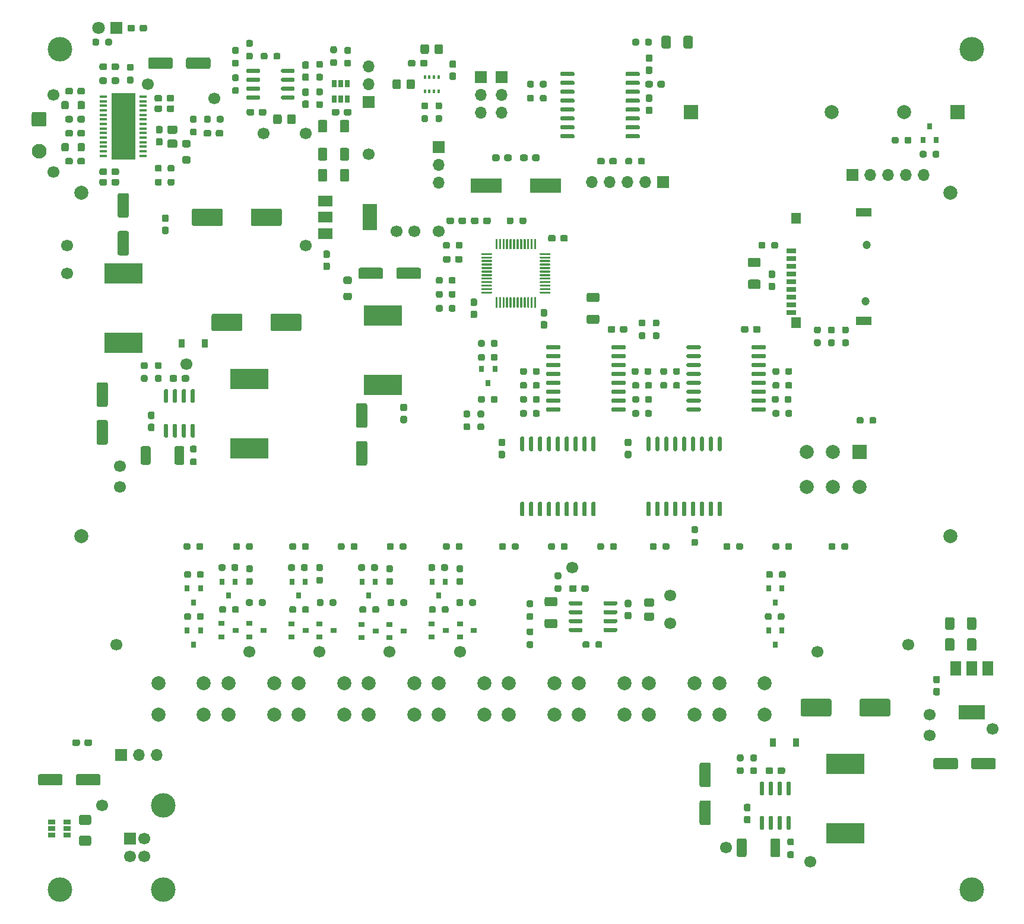
<source format=gbr>
%TF.GenerationSoftware,KiCad,Pcbnew,5.1.12-84ad8e8a86~92~ubuntu20.04.1*%
%TF.CreationDate,2022-04-17T17:37:32+03:00*%
%TF.ProjectId,rata,72617461-2e6b-4696-9361-645f70636258,rev?*%
%TF.SameCoordinates,Original*%
%TF.FileFunction,Soldermask,Top*%
%TF.FilePolarity,Negative*%
%FSLAX46Y46*%
G04 Gerber Fmt 4.6, Leading zero omitted, Abs format (unit mm)*
G04 Created by KiCad (PCBNEW 5.1.12-84ad8e8a86~92~ubuntu20.04.1) date 2022-04-17 17:37:32*
%MOMM*%
%LPD*%
G01*
G04 APERTURE LIST*
%ADD10R,3.400000X9.500000*%
%ADD11R,1.100000X0.400000*%
%ADD12C,1.800000*%
%ADD13R,1.800000X1.800000*%
%ADD14R,5.400000X2.900000*%
%ADD15C,1.200000*%
%ADD16R,1.400000X0.700000*%
%ADD17R,1.400000X1.600000*%
%ADD18R,2.200000X1.200000*%
%ADD19R,4.500000X2.000000*%
%ADD20R,2.000000X1.500000*%
%ADD21R,2.000000X3.800000*%
%ADD22R,0.350000X0.500000*%
%ADD23R,1.060000X0.650000*%
%ADD24R,0.650000X1.060000*%
%ADD25R,1.500000X2.000000*%
%ADD26R,3.800000X2.000000*%
%ADD27C,2.000000*%
%ADD28C,1.700000*%
%ADD29R,2.000000X2.000000*%
%ADD30R,0.900000X0.800000*%
%ADD31R,0.800000X0.900000*%
%ADD32O,1.700000X1.700000*%
%ADD33R,1.700000X1.700000*%
%ADD34C,2.100000*%
%ADD35C,3.500000*%
%ADD36R,0.900000X1.200000*%
G04 APERTURE END LIST*
D10*
%TO.C,U6*%
X14000000Y-16000000D03*
D11*
X11150000Y-20225000D03*
X11150000Y-19575000D03*
X11150000Y-18925000D03*
X11150000Y-18275000D03*
X11150000Y-17625000D03*
X11150000Y-16975000D03*
X11150000Y-16325000D03*
X11150000Y-15675000D03*
X11150000Y-15025000D03*
X11150000Y-14375000D03*
X11150000Y-13725000D03*
X11150000Y-13075000D03*
X11150000Y-12425000D03*
X11150000Y-11775000D03*
X16850000Y-11775000D03*
X16850000Y-12425000D03*
X16850000Y-13075000D03*
X16850000Y-13725000D03*
X16850000Y-14375000D03*
X16850000Y-15025000D03*
X16850000Y-15675000D03*
X16850000Y-16325000D03*
X16850000Y-16975000D03*
X16850000Y-17625000D03*
X16850000Y-18275000D03*
X16850000Y-18925000D03*
X16850000Y-19575000D03*
X16850000Y-20225000D03*
%TD*%
%TO.C,U2*%
G36*
G01*
X73500000Y-34100000D02*
X74825000Y-34100000D01*
G75*
G02*
X74900000Y-34175000I0J-75000D01*
G01*
X74900000Y-34325000D01*
G75*
G02*
X74825000Y-34400000I-75000J0D01*
G01*
X73500000Y-34400000D01*
G75*
G02*
X73425000Y-34325000I0J75000D01*
G01*
X73425000Y-34175000D01*
G75*
G02*
X73500000Y-34100000I75000J0D01*
G01*
G37*
G36*
G01*
X73500000Y-34600000D02*
X74825000Y-34600000D01*
G75*
G02*
X74900000Y-34675000I0J-75000D01*
G01*
X74900000Y-34825000D01*
G75*
G02*
X74825000Y-34900000I-75000J0D01*
G01*
X73500000Y-34900000D01*
G75*
G02*
X73425000Y-34825000I0J75000D01*
G01*
X73425000Y-34675000D01*
G75*
G02*
X73500000Y-34600000I75000J0D01*
G01*
G37*
G36*
G01*
X73500000Y-35100000D02*
X74825000Y-35100000D01*
G75*
G02*
X74900000Y-35175000I0J-75000D01*
G01*
X74900000Y-35325000D01*
G75*
G02*
X74825000Y-35400000I-75000J0D01*
G01*
X73500000Y-35400000D01*
G75*
G02*
X73425000Y-35325000I0J75000D01*
G01*
X73425000Y-35175000D01*
G75*
G02*
X73500000Y-35100000I75000J0D01*
G01*
G37*
G36*
G01*
X73500000Y-35600000D02*
X74825000Y-35600000D01*
G75*
G02*
X74900000Y-35675000I0J-75000D01*
G01*
X74900000Y-35825000D01*
G75*
G02*
X74825000Y-35900000I-75000J0D01*
G01*
X73500000Y-35900000D01*
G75*
G02*
X73425000Y-35825000I0J75000D01*
G01*
X73425000Y-35675000D01*
G75*
G02*
X73500000Y-35600000I75000J0D01*
G01*
G37*
G36*
G01*
X73500000Y-36100000D02*
X74825000Y-36100000D01*
G75*
G02*
X74900000Y-36175000I0J-75000D01*
G01*
X74900000Y-36325000D01*
G75*
G02*
X74825000Y-36400000I-75000J0D01*
G01*
X73500000Y-36400000D01*
G75*
G02*
X73425000Y-36325000I0J75000D01*
G01*
X73425000Y-36175000D01*
G75*
G02*
X73500000Y-36100000I75000J0D01*
G01*
G37*
G36*
G01*
X73500000Y-36600000D02*
X74825000Y-36600000D01*
G75*
G02*
X74900000Y-36675000I0J-75000D01*
G01*
X74900000Y-36825000D01*
G75*
G02*
X74825000Y-36900000I-75000J0D01*
G01*
X73500000Y-36900000D01*
G75*
G02*
X73425000Y-36825000I0J75000D01*
G01*
X73425000Y-36675000D01*
G75*
G02*
X73500000Y-36600000I75000J0D01*
G01*
G37*
G36*
G01*
X73500000Y-37100000D02*
X74825000Y-37100000D01*
G75*
G02*
X74900000Y-37175000I0J-75000D01*
G01*
X74900000Y-37325000D01*
G75*
G02*
X74825000Y-37400000I-75000J0D01*
G01*
X73500000Y-37400000D01*
G75*
G02*
X73425000Y-37325000I0J75000D01*
G01*
X73425000Y-37175000D01*
G75*
G02*
X73500000Y-37100000I75000J0D01*
G01*
G37*
G36*
G01*
X73500000Y-37600000D02*
X74825000Y-37600000D01*
G75*
G02*
X74900000Y-37675000I0J-75000D01*
G01*
X74900000Y-37825000D01*
G75*
G02*
X74825000Y-37900000I-75000J0D01*
G01*
X73500000Y-37900000D01*
G75*
G02*
X73425000Y-37825000I0J75000D01*
G01*
X73425000Y-37675000D01*
G75*
G02*
X73500000Y-37600000I75000J0D01*
G01*
G37*
G36*
G01*
X73500000Y-38100000D02*
X74825000Y-38100000D01*
G75*
G02*
X74900000Y-38175000I0J-75000D01*
G01*
X74900000Y-38325000D01*
G75*
G02*
X74825000Y-38400000I-75000J0D01*
G01*
X73500000Y-38400000D01*
G75*
G02*
X73425000Y-38325000I0J75000D01*
G01*
X73425000Y-38175000D01*
G75*
G02*
X73500000Y-38100000I75000J0D01*
G01*
G37*
G36*
G01*
X73500000Y-38600000D02*
X74825000Y-38600000D01*
G75*
G02*
X74900000Y-38675000I0J-75000D01*
G01*
X74900000Y-38825000D01*
G75*
G02*
X74825000Y-38900000I-75000J0D01*
G01*
X73500000Y-38900000D01*
G75*
G02*
X73425000Y-38825000I0J75000D01*
G01*
X73425000Y-38675000D01*
G75*
G02*
X73500000Y-38600000I75000J0D01*
G01*
G37*
G36*
G01*
X73500000Y-39100000D02*
X74825000Y-39100000D01*
G75*
G02*
X74900000Y-39175000I0J-75000D01*
G01*
X74900000Y-39325000D01*
G75*
G02*
X74825000Y-39400000I-75000J0D01*
G01*
X73500000Y-39400000D01*
G75*
G02*
X73425000Y-39325000I0J75000D01*
G01*
X73425000Y-39175000D01*
G75*
G02*
X73500000Y-39100000I75000J0D01*
G01*
G37*
G36*
G01*
X73500000Y-39600000D02*
X74825000Y-39600000D01*
G75*
G02*
X74900000Y-39675000I0J-75000D01*
G01*
X74900000Y-39825000D01*
G75*
G02*
X74825000Y-39900000I-75000J0D01*
G01*
X73500000Y-39900000D01*
G75*
G02*
X73425000Y-39825000I0J75000D01*
G01*
X73425000Y-39675000D01*
G75*
G02*
X73500000Y-39600000I75000J0D01*
G01*
G37*
G36*
G01*
X72675000Y-40425000D02*
X72825000Y-40425000D01*
G75*
G02*
X72900000Y-40500000I0J-75000D01*
G01*
X72900000Y-41825000D01*
G75*
G02*
X72825000Y-41900000I-75000J0D01*
G01*
X72675000Y-41900000D01*
G75*
G02*
X72600000Y-41825000I0J75000D01*
G01*
X72600000Y-40500000D01*
G75*
G02*
X72675000Y-40425000I75000J0D01*
G01*
G37*
G36*
G01*
X72175000Y-40425000D02*
X72325000Y-40425000D01*
G75*
G02*
X72400000Y-40500000I0J-75000D01*
G01*
X72400000Y-41825000D01*
G75*
G02*
X72325000Y-41900000I-75000J0D01*
G01*
X72175000Y-41900000D01*
G75*
G02*
X72100000Y-41825000I0J75000D01*
G01*
X72100000Y-40500000D01*
G75*
G02*
X72175000Y-40425000I75000J0D01*
G01*
G37*
G36*
G01*
X71675000Y-40425000D02*
X71825000Y-40425000D01*
G75*
G02*
X71900000Y-40500000I0J-75000D01*
G01*
X71900000Y-41825000D01*
G75*
G02*
X71825000Y-41900000I-75000J0D01*
G01*
X71675000Y-41900000D01*
G75*
G02*
X71600000Y-41825000I0J75000D01*
G01*
X71600000Y-40500000D01*
G75*
G02*
X71675000Y-40425000I75000J0D01*
G01*
G37*
G36*
G01*
X71175000Y-40425000D02*
X71325000Y-40425000D01*
G75*
G02*
X71400000Y-40500000I0J-75000D01*
G01*
X71400000Y-41825000D01*
G75*
G02*
X71325000Y-41900000I-75000J0D01*
G01*
X71175000Y-41900000D01*
G75*
G02*
X71100000Y-41825000I0J75000D01*
G01*
X71100000Y-40500000D01*
G75*
G02*
X71175000Y-40425000I75000J0D01*
G01*
G37*
G36*
G01*
X70675000Y-40425000D02*
X70825000Y-40425000D01*
G75*
G02*
X70900000Y-40500000I0J-75000D01*
G01*
X70900000Y-41825000D01*
G75*
G02*
X70825000Y-41900000I-75000J0D01*
G01*
X70675000Y-41900000D01*
G75*
G02*
X70600000Y-41825000I0J75000D01*
G01*
X70600000Y-40500000D01*
G75*
G02*
X70675000Y-40425000I75000J0D01*
G01*
G37*
G36*
G01*
X70175000Y-40425000D02*
X70325000Y-40425000D01*
G75*
G02*
X70400000Y-40500000I0J-75000D01*
G01*
X70400000Y-41825000D01*
G75*
G02*
X70325000Y-41900000I-75000J0D01*
G01*
X70175000Y-41900000D01*
G75*
G02*
X70100000Y-41825000I0J75000D01*
G01*
X70100000Y-40500000D01*
G75*
G02*
X70175000Y-40425000I75000J0D01*
G01*
G37*
G36*
G01*
X69675000Y-40425000D02*
X69825000Y-40425000D01*
G75*
G02*
X69900000Y-40500000I0J-75000D01*
G01*
X69900000Y-41825000D01*
G75*
G02*
X69825000Y-41900000I-75000J0D01*
G01*
X69675000Y-41900000D01*
G75*
G02*
X69600000Y-41825000I0J75000D01*
G01*
X69600000Y-40500000D01*
G75*
G02*
X69675000Y-40425000I75000J0D01*
G01*
G37*
G36*
G01*
X69175000Y-40425000D02*
X69325000Y-40425000D01*
G75*
G02*
X69400000Y-40500000I0J-75000D01*
G01*
X69400000Y-41825000D01*
G75*
G02*
X69325000Y-41900000I-75000J0D01*
G01*
X69175000Y-41900000D01*
G75*
G02*
X69100000Y-41825000I0J75000D01*
G01*
X69100000Y-40500000D01*
G75*
G02*
X69175000Y-40425000I75000J0D01*
G01*
G37*
G36*
G01*
X68675000Y-40425000D02*
X68825000Y-40425000D01*
G75*
G02*
X68900000Y-40500000I0J-75000D01*
G01*
X68900000Y-41825000D01*
G75*
G02*
X68825000Y-41900000I-75000J0D01*
G01*
X68675000Y-41900000D01*
G75*
G02*
X68600000Y-41825000I0J75000D01*
G01*
X68600000Y-40500000D01*
G75*
G02*
X68675000Y-40425000I75000J0D01*
G01*
G37*
G36*
G01*
X68175000Y-40425000D02*
X68325000Y-40425000D01*
G75*
G02*
X68400000Y-40500000I0J-75000D01*
G01*
X68400000Y-41825000D01*
G75*
G02*
X68325000Y-41900000I-75000J0D01*
G01*
X68175000Y-41900000D01*
G75*
G02*
X68100000Y-41825000I0J75000D01*
G01*
X68100000Y-40500000D01*
G75*
G02*
X68175000Y-40425000I75000J0D01*
G01*
G37*
G36*
G01*
X67675000Y-40425000D02*
X67825000Y-40425000D01*
G75*
G02*
X67900000Y-40500000I0J-75000D01*
G01*
X67900000Y-41825000D01*
G75*
G02*
X67825000Y-41900000I-75000J0D01*
G01*
X67675000Y-41900000D01*
G75*
G02*
X67600000Y-41825000I0J75000D01*
G01*
X67600000Y-40500000D01*
G75*
G02*
X67675000Y-40425000I75000J0D01*
G01*
G37*
G36*
G01*
X67175000Y-40425000D02*
X67325000Y-40425000D01*
G75*
G02*
X67400000Y-40500000I0J-75000D01*
G01*
X67400000Y-41825000D01*
G75*
G02*
X67325000Y-41900000I-75000J0D01*
G01*
X67175000Y-41900000D01*
G75*
G02*
X67100000Y-41825000I0J75000D01*
G01*
X67100000Y-40500000D01*
G75*
G02*
X67175000Y-40425000I75000J0D01*
G01*
G37*
G36*
G01*
X65175000Y-39600000D02*
X66500000Y-39600000D01*
G75*
G02*
X66575000Y-39675000I0J-75000D01*
G01*
X66575000Y-39825000D01*
G75*
G02*
X66500000Y-39900000I-75000J0D01*
G01*
X65175000Y-39900000D01*
G75*
G02*
X65100000Y-39825000I0J75000D01*
G01*
X65100000Y-39675000D01*
G75*
G02*
X65175000Y-39600000I75000J0D01*
G01*
G37*
G36*
G01*
X65175000Y-39100000D02*
X66500000Y-39100000D01*
G75*
G02*
X66575000Y-39175000I0J-75000D01*
G01*
X66575000Y-39325000D01*
G75*
G02*
X66500000Y-39400000I-75000J0D01*
G01*
X65175000Y-39400000D01*
G75*
G02*
X65100000Y-39325000I0J75000D01*
G01*
X65100000Y-39175000D01*
G75*
G02*
X65175000Y-39100000I75000J0D01*
G01*
G37*
G36*
G01*
X65175000Y-38600000D02*
X66500000Y-38600000D01*
G75*
G02*
X66575000Y-38675000I0J-75000D01*
G01*
X66575000Y-38825000D01*
G75*
G02*
X66500000Y-38900000I-75000J0D01*
G01*
X65175000Y-38900000D01*
G75*
G02*
X65100000Y-38825000I0J75000D01*
G01*
X65100000Y-38675000D01*
G75*
G02*
X65175000Y-38600000I75000J0D01*
G01*
G37*
G36*
G01*
X65175000Y-38100000D02*
X66500000Y-38100000D01*
G75*
G02*
X66575000Y-38175000I0J-75000D01*
G01*
X66575000Y-38325000D01*
G75*
G02*
X66500000Y-38400000I-75000J0D01*
G01*
X65175000Y-38400000D01*
G75*
G02*
X65100000Y-38325000I0J75000D01*
G01*
X65100000Y-38175000D01*
G75*
G02*
X65175000Y-38100000I75000J0D01*
G01*
G37*
G36*
G01*
X65175000Y-37600000D02*
X66500000Y-37600000D01*
G75*
G02*
X66575000Y-37675000I0J-75000D01*
G01*
X66575000Y-37825000D01*
G75*
G02*
X66500000Y-37900000I-75000J0D01*
G01*
X65175000Y-37900000D01*
G75*
G02*
X65100000Y-37825000I0J75000D01*
G01*
X65100000Y-37675000D01*
G75*
G02*
X65175000Y-37600000I75000J0D01*
G01*
G37*
G36*
G01*
X65175000Y-37100000D02*
X66500000Y-37100000D01*
G75*
G02*
X66575000Y-37175000I0J-75000D01*
G01*
X66575000Y-37325000D01*
G75*
G02*
X66500000Y-37400000I-75000J0D01*
G01*
X65175000Y-37400000D01*
G75*
G02*
X65100000Y-37325000I0J75000D01*
G01*
X65100000Y-37175000D01*
G75*
G02*
X65175000Y-37100000I75000J0D01*
G01*
G37*
G36*
G01*
X65175000Y-36600000D02*
X66500000Y-36600000D01*
G75*
G02*
X66575000Y-36675000I0J-75000D01*
G01*
X66575000Y-36825000D01*
G75*
G02*
X66500000Y-36900000I-75000J0D01*
G01*
X65175000Y-36900000D01*
G75*
G02*
X65100000Y-36825000I0J75000D01*
G01*
X65100000Y-36675000D01*
G75*
G02*
X65175000Y-36600000I75000J0D01*
G01*
G37*
G36*
G01*
X65175000Y-36100000D02*
X66500000Y-36100000D01*
G75*
G02*
X66575000Y-36175000I0J-75000D01*
G01*
X66575000Y-36325000D01*
G75*
G02*
X66500000Y-36400000I-75000J0D01*
G01*
X65175000Y-36400000D01*
G75*
G02*
X65100000Y-36325000I0J75000D01*
G01*
X65100000Y-36175000D01*
G75*
G02*
X65175000Y-36100000I75000J0D01*
G01*
G37*
G36*
G01*
X65175000Y-35600000D02*
X66500000Y-35600000D01*
G75*
G02*
X66575000Y-35675000I0J-75000D01*
G01*
X66575000Y-35825000D01*
G75*
G02*
X66500000Y-35900000I-75000J0D01*
G01*
X65175000Y-35900000D01*
G75*
G02*
X65100000Y-35825000I0J75000D01*
G01*
X65100000Y-35675000D01*
G75*
G02*
X65175000Y-35600000I75000J0D01*
G01*
G37*
G36*
G01*
X65175000Y-35100000D02*
X66500000Y-35100000D01*
G75*
G02*
X66575000Y-35175000I0J-75000D01*
G01*
X66575000Y-35325000D01*
G75*
G02*
X66500000Y-35400000I-75000J0D01*
G01*
X65175000Y-35400000D01*
G75*
G02*
X65100000Y-35325000I0J75000D01*
G01*
X65100000Y-35175000D01*
G75*
G02*
X65175000Y-35100000I75000J0D01*
G01*
G37*
G36*
G01*
X65175000Y-34600000D02*
X66500000Y-34600000D01*
G75*
G02*
X66575000Y-34675000I0J-75000D01*
G01*
X66575000Y-34825000D01*
G75*
G02*
X66500000Y-34900000I-75000J0D01*
G01*
X65175000Y-34900000D01*
G75*
G02*
X65100000Y-34825000I0J75000D01*
G01*
X65100000Y-34675000D01*
G75*
G02*
X65175000Y-34600000I75000J0D01*
G01*
G37*
G36*
G01*
X65175000Y-34100000D02*
X66500000Y-34100000D01*
G75*
G02*
X66575000Y-34175000I0J-75000D01*
G01*
X66575000Y-34325000D01*
G75*
G02*
X66500000Y-34400000I-75000J0D01*
G01*
X65175000Y-34400000D01*
G75*
G02*
X65100000Y-34325000I0J75000D01*
G01*
X65100000Y-34175000D01*
G75*
G02*
X65175000Y-34100000I75000J0D01*
G01*
G37*
G36*
G01*
X67175000Y-32100000D02*
X67325000Y-32100000D01*
G75*
G02*
X67400000Y-32175000I0J-75000D01*
G01*
X67400000Y-33500000D01*
G75*
G02*
X67325000Y-33575000I-75000J0D01*
G01*
X67175000Y-33575000D01*
G75*
G02*
X67100000Y-33500000I0J75000D01*
G01*
X67100000Y-32175000D01*
G75*
G02*
X67175000Y-32100000I75000J0D01*
G01*
G37*
G36*
G01*
X67675000Y-32100000D02*
X67825000Y-32100000D01*
G75*
G02*
X67900000Y-32175000I0J-75000D01*
G01*
X67900000Y-33500000D01*
G75*
G02*
X67825000Y-33575000I-75000J0D01*
G01*
X67675000Y-33575000D01*
G75*
G02*
X67600000Y-33500000I0J75000D01*
G01*
X67600000Y-32175000D01*
G75*
G02*
X67675000Y-32100000I75000J0D01*
G01*
G37*
G36*
G01*
X68175000Y-32100000D02*
X68325000Y-32100000D01*
G75*
G02*
X68400000Y-32175000I0J-75000D01*
G01*
X68400000Y-33500000D01*
G75*
G02*
X68325000Y-33575000I-75000J0D01*
G01*
X68175000Y-33575000D01*
G75*
G02*
X68100000Y-33500000I0J75000D01*
G01*
X68100000Y-32175000D01*
G75*
G02*
X68175000Y-32100000I75000J0D01*
G01*
G37*
G36*
G01*
X68675000Y-32100000D02*
X68825000Y-32100000D01*
G75*
G02*
X68900000Y-32175000I0J-75000D01*
G01*
X68900000Y-33500000D01*
G75*
G02*
X68825000Y-33575000I-75000J0D01*
G01*
X68675000Y-33575000D01*
G75*
G02*
X68600000Y-33500000I0J75000D01*
G01*
X68600000Y-32175000D01*
G75*
G02*
X68675000Y-32100000I75000J0D01*
G01*
G37*
G36*
G01*
X69175000Y-32100000D02*
X69325000Y-32100000D01*
G75*
G02*
X69400000Y-32175000I0J-75000D01*
G01*
X69400000Y-33500000D01*
G75*
G02*
X69325000Y-33575000I-75000J0D01*
G01*
X69175000Y-33575000D01*
G75*
G02*
X69100000Y-33500000I0J75000D01*
G01*
X69100000Y-32175000D01*
G75*
G02*
X69175000Y-32100000I75000J0D01*
G01*
G37*
G36*
G01*
X69675000Y-32100000D02*
X69825000Y-32100000D01*
G75*
G02*
X69900000Y-32175000I0J-75000D01*
G01*
X69900000Y-33500000D01*
G75*
G02*
X69825000Y-33575000I-75000J0D01*
G01*
X69675000Y-33575000D01*
G75*
G02*
X69600000Y-33500000I0J75000D01*
G01*
X69600000Y-32175000D01*
G75*
G02*
X69675000Y-32100000I75000J0D01*
G01*
G37*
G36*
G01*
X70175000Y-32100000D02*
X70325000Y-32100000D01*
G75*
G02*
X70400000Y-32175000I0J-75000D01*
G01*
X70400000Y-33500000D01*
G75*
G02*
X70325000Y-33575000I-75000J0D01*
G01*
X70175000Y-33575000D01*
G75*
G02*
X70100000Y-33500000I0J75000D01*
G01*
X70100000Y-32175000D01*
G75*
G02*
X70175000Y-32100000I75000J0D01*
G01*
G37*
G36*
G01*
X70675000Y-32100000D02*
X70825000Y-32100000D01*
G75*
G02*
X70900000Y-32175000I0J-75000D01*
G01*
X70900000Y-33500000D01*
G75*
G02*
X70825000Y-33575000I-75000J0D01*
G01*
X70675000Y-33575000D01*
G75*
G02*
X70600000Y-33500000I0J75000D01*
G01*
X70600000Y-32175000D01*
G75*
G02*
X70675000Y-32100000I75000J0D01*
G01*
G37*
G36*
G01*
X71175000Y-32100000D02*
X71325000Y-32100000D01*
G75*
G02*
X71400000Y-32175000I0J-75000D01*
G01*
X71400000Y-33500000D01*
G75*
G02*
X71325000Y-33575000I-75000J0D01*
G01*
X71175000Y-33575000D01*
G75*
G02*
X71100000Y-33500000I0J75000D01*
G01*
X71100000Y-32175000D01*
G75*
G02*
X71175000Y-32100000I75000J0D01*
G01*
G37*
G36*
G01*
X71675000Y-32100000D02*
X71825000Y-32100000D01*
G75*
G02*
X71900000Y-32175000I0J-75000D01*
G01*
X71900000Y-33500000D01*
G75*
G02*
X71825000Y-33575000I-75000J0D01*
G01*
X71675000Y-33575000D01*
G75*
G02*
X71600000Y-33500000I0J75000D01*
G01*
X71600000Y-32175000D01*
G75*
G02*
X71675000Y-32100000I75000J0D01*
G01*
G37*
G36*
G01*
X72175000Y-32100000D02*
X72325000Y-32100000D01*
G75*
G02*
X72400000Y-32175000I0J-75000D01*
G01*
X72400000Y-33500000D01*
G75*
G02*
X72325000Y-33575000I-75000J0D01*
G01*
X72175000Y-33575000D01*
G75*
G02*
X72100000Y-33500000I0J75000D01*
G01*
X72100000Y-32175000D01*
G75*
G02*
X72175000Y-32100000I75000J0D01*
G01*
G37*
G36*
G01*
X72675000Y-32100000D02*
X72825000Y-32100000D01*
G75*
G02*
X72900000Y-32175000I0J-75000D01*
G01*
X72900000Y-33500000D01*
G75*
G02*
X72825000Y-33575000I-75000J0D01*
G01*
X72675000Y-33575000D01*
G75*
G02*
X72600000Y-33500000I0J75000D01*
G01*
X72600000Y-32175000D01*
G75*
G02*
X72675000Y-32100000I75000J0D01*
G01*
G37*
%TD*%
%TO.C,C54*%
G36*
G01*
X16325000Y-2237500D02*
X16325000Y-1762500D01*
G75*
G02*
X16562500Y-1525000I237500J0D01*
G01*
X17162500Y-1525000D01*
G75*
G02*
X17400000Y-1762500I0J-237500D01*
G01*
X17400000Y-2237500D01*
G75*
G02*
X17162500Y-2475000I-237500J0D01*
G01*
X16562500Y-2475000D01*
G75*
G02*
X16325000Y-2237500I0J237500D01*
G01*
G37*
G36*
G01*
X14600000Y-2237500D02*
X14600000Y-1762500D01*
G75*
G02*
X14837500Y-1525000I237500J0D01*
G01*
X15437500Y-1525000D01*
G75*
G02*
X15675000Y-1762500I0J-237500D01*
G01*
X15675000Y-2237500D01*
G75*
G02*
X15437500Y-2475000I-237500J0D01*
G01*
X14837500Y-2475000D01*
G75*
G02*
X14600000Y-2237500I0J237500D01*
G01*
G37*
%TD*%
%TO.C,C60*%
G36*
G01*
X52950000Y-37550000D02*
X52950000Y-36450000D01*
G75*
G02*
X53200000Y-36200000I250000J0D01*
G01*
X56200000Y-36200000D01*
G75*
G02*
X56450000Y-36450000I0J-250000D01*
G01*
X56450000Y-37550000D01*
G75*
G02*
X56200000Y-37800000I-250000J0D01*
G01*
X53200000Y-37800000D01*
G75*
G02*
X52950000Y-37550000I0J250000D01*
G01*
G37*
G36*
G01*
X47550000Y-37550000D02*
X47550000Y-36450000D01*
G75*
G02*
X47800000Y-36200000I250000J0D01*
G01*
X50800000Y-36200000D01*
G75*
G02*
X51050000Y-36450000I0J-250000D01*
G01*
X51050000Y-37550000D01*
G75*
G02*
X50800000Y-37800000I-250000J0D01*
G01*
X47800000Y-37800000D01*
G75*
G02*
X47550000Y-37550000I0J250000D01*
G01*
G37*
%TD*%
%TO.C,C58*%
G36*
G01*
X47450000Y-60950000D02*
X48550000Y-60950000D01*
G75*
G02*
X48800000Y-61200000I0J-250000D01*
G01*
X48800000Y-64200000D01*
G75*
G02*
X48550000Y-64450000I-250000J0D01*
G01*
X47450000Y-64450000D01*
G75*
G02*
X47200000Y-64200000I0J250000D01*
G01*
X47200000Y-61200000D01*
G75*
G02*
X47450000Y-60950000I250000J0D01*
G01*
G37*
G36*
G01*
X47450000Y-55550000D02*
X48550000Y-55550000D01*
G75*
G02*
X48800000Y-55800000I0J-250000D01*
G01*
X48800000Y-58800000D01*
G75*
G02*
X48550000Y-59050000I-250000J0D01*
G01*
X47450000Y-59050000D01*
G75*
G02*
X47200000Y-58800000I0J250000D01*
G01*
X47200000Y-55800000D01*
G75*
G02*
X47450000Y-55550000I250000J0D01*
G01*
G37*
%TD*%
%TO.C,C45*%
G36*
G01*
X10750000Y-108750000D02*
X10750000Y-109850000D01*
G75*
G02*
X10500000Y-110100000I-250000J0D01*
G01*
X7500000Y-110100000D01*
G75*
G02*
X7250000Y-109850000I0J250000D01*
G01*
X7250000Y-108750000D01*
G75*
G02*
X7500000Y-108500000I250000J0D01*
G01*
X10500000Y-108500000D01*
G75*
G02*
X10750000Y-108750000I0J-250000D01*
G01*
G37*
G36*
G01*
X5350000Y-108750000D02*
X5350000Y-109850000D01*
G75*
G02*
X5100000Y-110100000I-250000J0D01*
G01*
X2100000Y-110100000D01*
G75*
G02*
X1850000Y-109850000I0J250000D01*
G01*
X1850000Y-108750000D01*
G75*
G02*
X2100000Y-108500000I250000J0D01*
G01*
X5100000Y-108500000D01*
G75*
G02*
X5350000Y-108750000I0J-250000D01*
G01*
G37*
%TD*%
%TO.C,C33*%
G36*
G01*
X13450000Y-30950000D02*
X14550000Y-30950000D01*
G75*
G02*
X14800000Y-31200000I0J-250000D01*
G01*
X14800000Y-34200000D01*
G75*
G02*
X14550000Y-34450000I-250000J0D01*
G01*
X13450000Y-34450000D01*
G75*
G02*
X13200000Y-34200000I0J250000D01*
G01*
X13200000Y-31200000D01*
G75*
G02*
X13450000Y-30950000I250000J0D01*
G01*
G37*
G36*
G01*
X13450000Y-25550000D02*
X14550000Y-25550000D01*
G75*
G02*
X14800000Y-25800000I0J-250000D01*
G01*
X14800000Y-28800000D01*
G75*
G02*
X14550000Y-29050000I-250000J0D01*
G01*
X13450000Y-29050000D01*
G75*
G02*
X13200000Y-28800000I0J250000D01*
G01*
X13200000Y-25800000D01*
G75*
G02*
X13450000Y-25550000I250000J0D01*
G01*
G37*
%TD*%
%TO.C,C27*%
G36*
G01*
X22950000Y-7550000D02*
X22950000Y-6450000D01*
G75*
G02*
X23200000Y-6200000I250000J0D01*
G01*
X26200000Y-6200000D01*
G75*
G02*
X26450000Y-6450000I0J-250000D01*
G01*
X26450000Y-7550000D01*
G75*
G02*
X26200000Y-7800000I-250000J0D01*
G01*
X23200000Y-7800000D01*
G75*
G02*
X22950000Y-7550000I0J250000D01*
G01*
G37*
G36*
G01*
X17550000Y-7550000D02*
X17550000Y-6450000D01*
G75*
G02*
X17800000Y-6200000I250000J0D01*
G01*
X20800000Y-6200000D01*
G75*
G02*
X21050000Y-6450000I0J-250000D01*
G01*
X21050000Y-7550000D01*
G75*
G02*
X20800000Y-7800000I-250000J0D01*
G01*
X17800000Y-7800000D01*
G75*
G02*
X17550000Y-7550000I0J250000D01*
G01*
G37*
%TD*%
%TO.C,C25*%
G36*
G01*
X119000000Y-100000000D02*
X119000000Y-98000000D01*
G75*
G02*
X119250000Y-97750000I250000J0D01*
G01*
X123150000Y-97750000D01*
G75*
G02*
X123400000Y-98000000I0J-250000D01*
G01*
X123400000Y-100000000D01*
G75*
G02*
X123150000Y-100250000I-250000J0D01*
G01*
X119250000Y-100250000D01*
G75*
G02*
X119000000Y-100000000I0J250000D01*
G01*
G37*
G36*
G01*
X110600000Y-100000000D02*
X110600000Y-98000000D01*
G75*
G02*
X110850000Y-97750000I250000J0D01*
G01*
X114750000Y-97750000D01*
G75*
G02*
X115000000Y-98000000I0J-250000D01*
G01*
X115000000Y-100000000D01*
G75*
G02*
X114750000Y-100250000I-250000J0D01*
G01*
X110850000Y-100250000D01*
G75*
G02*
X110600000Y-100000000I0J250000D01*
G01*
G37*
%TD*%
%TO.C,C22*%
G36*
G01*
X97550000Y-110350000D02*
X96450000Y-110350000D01*
G75*
G02*
X96200000Y-110100000I0J250000D01*
G01*
X96200000Y-107100000D01*
G75*
G02*
X96450000Y-106850000I250000J0D01*
G01*
X97550000Y-106850000D01*
G75*
G02*
X97800000Y-107100000I0J-250000D01*
G01*
X97800000Y-110100000D01*
G75*
G02*
X97550000Y-110350000I-250000J0D01*
G01*
G37*
G36*
G01*
X97550000Y-115750000D02*
X96450000Y-115750000D01*
G75*
G02*
X96200000Y-115500000I0J250000D01*
G01*
X96200000Y-112500000D01*
G75*
G02*
X96450000Y-112250000I250000J0D01*
G01*
X97550000Y-112250000D01*
G75*
G02*
X97800000Y-112500000I0J-250000D01*
G01*
X97800000Y-115500000D01*
G75*
G02*
X97550000Y-115750000I-250000J0D01*
G01*
G37*
%TD*%
%TO.C,C21*%
G36*
G01*
X32200000Y-30000000D02*
X32200000Y-28000000D01*
G75*
G02*
X32450000Y-27750000I250000J0D01*
G01*
X36350000Y-27750000D01*
G75*
G02*
X36600000Y-28000000I0J-250000D01*
G01*
X36600000Y-30000000D01*
G75*
G02*
X36350000Y-30250000I-250000J0D01*
G01*
X32450000Y-30250000D01*
G75*
G02*
X32200000Y-30000000I0J250000D01*
G01*
G37*
G36*
G01*
X23800000Y-30000000D02*
X23800000Y-28000000D01*
G75*
G02*
X24050000Y-27750000I250000J0D01*
G01*
X27950000Y-27750000D01*
G75*
G02*
X28200000Y-28000000I0J-250000D01*
G01*
X28200000Y-30000000D01*
G75*
G02*
X27950000Y-30250000I-250000J0D01*
G01*
X24050000Y-30250000D01*
G75*
G02*
X23800000Y-30000000I0J250000D01*
G01*
G37*
%TD*%
%TO.C,C19*%
G36*
G01*
X35000000Y-45000000D02*
X35000000Y-43000000D01*
G75*
G02*
X35250000Y-42750000I250000J0D01*
G01*
X39150000Y-42750000D01*
G75*
G02*
X39400000Y-43000000I0J-250000D01*
G01*
X39400000Y-45000000D01*
G75*
G02*
X39150000Y-45250000I-250000J0D01*
G01*
X35250000Y-45250000D01*
G75*
G02*
X35000000Y-45000000I0J250000D01*
G01*
G37*
G36*
G01*
X26600000Y-45000000D02*
X26600000Y-43000000D01*
G75*
G02*
X26850000Y-42750000I250000J0D01*
G01*
X30750000Y-42750000D01*
G75*
G02*
X31000000Y-43000000I0J-250000D01*
G01*
X31000000Y-45000000D01*
G75*
G02*
X30750000Y-45250000I-250000J0D01*
G01*
X26850000Y-45250000D01*
G75*
G02*
X26600000Y-45000000I0J250000D01*
G01*
G37*
%TD*%
%TO.C,C16*%
G36*
G01*
X11550000Y-56050000D02*
X10450000Y-56050000D01*
G75*
G02*
X10200000Y-55800000I0J250000D01*
G01*
X10200000Y-52800000D01*
G75*
G02*
X10450000Y-52550000I250000J0D01*
G01*
X11550000Y-52550000D01*
G75*
G02*
X11800000Y-52800000I0J-250000D01*
G01*
X11800000Y-55800000D01*
G75*
G02*
X11550000Y-56050000I-250000J0D01*
G01*
G37*
G36*
G01*
X11550000Y-61450000D02*
X10450000Y-61450000D01*
G75*
G02*
X10200000Y-61200000I0J250000D01*
G01*
X10200000Y-58200000D01*
G75*
G02*
X10450000Y-57950000I250000J0D01*
G01*
X11550000Y-57950000D01*
G75*
G02*
X11800000Y-58200000I0J-250000D01*
G01*
X11800000Y-61200000D01*
G75*
G02*
X11550000Y-61450000I-250000J0D01*
G01*
G37*
%TD*%
%TO.C,C12*%
G36*
G01*
X134950000Y-107550000D02*
X134950000Y-106450000D01*
G75*
G02*
X135200000Y-106200000I250000J0D01*
G01*
X138200000Y-106200000D01*
G75*
G02*
X138450000Y-106450000I0J-250000D01*
G01*
X138450000Y-107550000D01*
G75*
G02*
X138200000Y-107800000I-250000J0D01*
G01*
X135200000Y-107800000D01*
G75*
G02*
X134950000Y-107550000I0J250000D01*
G01*
G37*
G36*
G01*
X129550000Y-107550000D02*
X129550000Y-106450000D01*
G75*
G02*
X129800000Y-106200000I250000J0D01*
G01*
X132800000Y-106200000D01*
G75*
G02*
X133050000Y-106450000I0J-250000D01*
G01*
X133050000Y-107550000D01*
G75*
G02*
X132800000Y-107800000I-250000J0D01*
G01*
X129800000Y-107800000D01*
G75*
G02*
X129550000Y-107550000I0J250000D01*
G01*
G37*
%TD*%
D12*
%TO.C,Q3*%
X10460000Y-2000000D03*
D13*
X13000000Y-2000000D03*
%TD*%
D14*
%TO.C,L4*%
X51000000Y-43050000D03*
X51000000Y-52950000D03*
%TD*%
%TO.C,L3*%
X117000000Y-107050000D03*
X117000000Y-116950000D03*
%TD*%
%TO.C,L2*%
X14000000Y-37050000D03*
X14000000Y-46950000D03*
%TD*%
%TO.C,L1*%
X32000000Y-52050000D03*
X32000000Y-61950000D03*
%TD*%
D15*
%TO.C,J6*%
X120000000Y-32950000D03*
X119900000Y-40950000D03*
D16*
X109300000Y-42600000D03*
X109300000Y-33800000D03*
X109300000Y-34900000D03*
X109300000Y-36000000D03*
X109300000Y-37100000D03*
X109300000Y-38200000D03*
X109300000Y-39300000D03*
X109300000Y-40400000D03*
X109300000Y-41500000D03*
D17*
X110000000Y-44000000D03*
X110000000Y-29150000D03*
D18*
X119600000Y-28250000D03*
X119600000Y-43750000D03*
%TD*%
D19*
%TO.C,Y1*%
X65750000Y-24500000D03*
X74250000Y-24500000D03*
%TD*%
D20*
%TO.C,U13*%
X42850000Y-26700000D03*
X42850000Y-31300000D03*
X42850000Y-29000000D03*
D21*
X49150000Y-29000000D03*
%TD*%
%TO.C,U17*%
G36*
G01*
X80930000Y-69625000D02*
X81230000Y-69625000D01*
G75*
G02*
X81380000Y-69775000I0J-150000D01*
G01*
X81380000Y-71525000D01*
G75*
G02*
X81230000Y-71675000I-150000J0D01*
G01*
X80930000Y-71675000D01*
G75*
G02*
X80780000Y-71525000I0J150000D01*
G01*
X80780000Y-69775000D01*
G75*
G02*
X80930000Y-69625000I150000J0D01*
G01*
G37*
G36*
G01*
X79660000Y-69625000D02*
X79960000Y-69625000D01*
G75*
G02*
X80110000Y-69775000I0J-150000D01*
G01*
X80110000Y-71525000D01*
G75*
G02*
X79960000Y-71675000I-150000J0D01*
G01*
X79660000Y-71675000D01*
G75*
G02*
X79510000Y-71525000I0J150000D01*
G01*
X79510000Y-69775000D01*
G75*
G02*
X79660000Y-69625000I150000J0D01*
G01*
G37*
G36*
G01*
X78390000Y-69625000D02*
X78690000Y-69625000D01*
G75*
G02*
X78840000Y-69775000I0J-150000D01*
G01*
X78840000Y-71525000D01*
G75*
G02*
X78690000Y-71675000I-150000J0D01*
G01*
X78390000Y-71675000D01*
G75*
G02*
X78240000Y-71525000I0J150000D01*
G01*
X78240000Y-69775000D01*
G75*
G02*
X78390000Y-69625000I150000J0D01*
G01*
G37*
G36*
G01*
X77120000Y-69625000D02*
X77420000Y-69625000D01*
G75*
G02*
X77570000Y-69775000I0J-150000D01*
G01*
X77570000Y-71525000D01*
G75*
G02*
X77420000Y-71675000I-150000J0D01*
G01*
X77120000Y-71675000D01*
G75*
G02*
X76970000Y-71525000I0J150000D01*
G01*
X76970000Y-69775000D01*
G75*
G02*
X77120000Y-69625000I150000J0D01*
G01*
G37*
G36*
G01*
X75850000Y-69625000D02*
X76150000Y-69625000D01*
G75*
G02*
X76300000Y-69775000I0J-150000D01*
G01*
X76300000Y-71525000D01*
G75*
G02*
X76150000Y-71675000I-150000J0D01*
G01*
X75850000Y-71675000D01*
G75*
G02*
X75700000Y-71525000I0J150000D01*
G01*
X75700000Y-69775000D01*
G75*
G02*
X75850000Y-69625000I150000J0D01*
G01*
G37*
G36*
G01*
X74580000Y-69625000D02*
X74880000Y-69625000D01*
G75*
G02*
X75030000Y-69775000I0J-150000D01*
G01*
X75030000Y-71525000D01*
G75*
G02*
X74880000Y-71675000I-150000J0D01*
G01*
X74580000Y-71675000D01*
G75*
G02*
X74430000Y-71525000I0J150000D01*
G01*
X74430000Y-69775000D01*
G75*
G02*
X74580000Y-69625000I150000J0D01*
G01*
G37*
G36*
G01*
X73310000Y-69625000D02*
X73610000Y-69625000D01*
G75*
G02*
X73760000Y-69775000I0J-150000D01*
G01*
X73760000Y-71525000D01*
G75*
G02*
X73610000Y-71675000I-150000J0D01*
G01*
X73310000Y-71675000D01*
G75*
G02*
X73160000Y-71525000I0J150000D01*
G01*
X73160000Y-69775000D01*
G75*
G02*
X73310000Y-69625000I150000J0D01*
G01*
G37*
G36*
G01*
X72040000Y-69625000D02*
X72340000Y-69625000D01*
G75*
G02*
X72490000Y-69775000I0J-150000D01*
G01*
X72490000Y-71525000D01*
G75*
G02*
X72340000Y-71675000I-150000J0D01*
G01*
X72040000Y-71675000D01*
G75*
G02*
X71890000Y-71525000I0J150000D01*
G01*
X71890000Y-69775000D01*
G75*
G02*
X72040000Y-69625000I150000J0D01*
G01*
G37*
G36*
G01*
X70770000Y-69625000D02*
X71070000Y-69625000D01*
G75*
G02*
X71220000Y-69775000I0J-150000D01*
G01*
X71220000Y-71525000D01*
G75*
G02*
X71070000Y-71675000I-150000J0D01*
G01*
X70770000Y-71675000D01*
G75*
G02*
X70620000Y-71525000I0J150000D01*
G01*
X70620000Y-69775000D01*
G75*
G02*
X70770000Y-69625000I150000J0D01*
G01*
G37*
G36*
G01*
X70770000Y-60325000D02*
X71070000Y-60325000D01*
G75*
G02*
X71220000Y-60475000I0J-150000D01*
G01*
X71220000Y-62225000D01*
G75*
G02*
X71070000Y-62375000I-150000J0D01*
G01*
X70770000Y-62375000D01*
G75*
G02*
X70620000Y-62225000I0J150000D01*
G01*
X70620000Y-60475000D01*
G75*
G02*
X70770000Y-60325000I150000J0D01*
G01*
G37*
G36*
G01*
X72040000Y-60325000D02*
X72340000Y-60325000D01*
G75*
G02*
X72490000Y-60475000I0J-150000D01*
G01*
X72490000Y-62225000D01*
G75*
G02*
X72340000Y-62375000I-150000J0D01*
G01*
X72040000Y-62375000D01*
G75*
G02*
X71890000Y-62225000I0J150000D01*
G01*
X71890000Y-60475000D01*
G75*
G02*
X72040000Y-60325000I150000J0D01*
G01*
G37*
G36*
G01*
X73310000Y-60325000D02*
X73610000Y-60325000D01*
G75*
G02*
X73760000Y-60475000I0J-150000D01*
G01*
X73760000Y-62225000D01*
G75*
G02*
X73610000Y-62375000I-150000J0D01*
G01*
X73310000Y-62375000D01*
G75*
G02*
X73160000Y-62225000I0J150000D01*
G01*
X73160000Y-60475000D01*
G75*
G02*
X73310000Y-60325000I150000J0D01*
G01*
G37*
G36*
G01*
X74580000Y-60325000D02*
X74880000Y-60325000D01*
G75*
G02*
X75030000Y-60475000I0J-150000D01*
G01*
X75030000Y-62225000D01*
G75*
G02*
X74880000Y-62375000I-150000J0D01*
G01*
X74580000Y-62375000D01*
G75*
G02*
X74430000Y-62225000I0J150000D01*
G01*
X74430000Y-60475000D01*
G75*
G02*
X74580000Y-60325000I150000J0D01*
G01*
G37*
G36*
G01*
X75850000Y-60325000D02*
X76150000Y-60325000D01*
G75*
G02*
X76300000Y-60475000I0J-150000D01*
G01*
X76300000Y-62225000D01*
G75*
G02*
X76150000Y-62375000I-150000J0D01*
G01*
X75850000Y-62375000D01*
G75*
G02*
X75700000Y-62225000I0J150000D01*
G01*
X75700000Y-60475000D01*
G75*
G02*
X75850000Y-60325000I150000J0D01*
G01*
G37*
G36*
G01*
X77120000Y-60325000D02*
X77420000Y-60325000D01*
G75*
G02*
X77570000Y-60475000I0J-150000D01*
G01*
X77570000Y-62225000D01*
G75*
G02*
X77420000Y-62375000I-150000J0D01*
G01*
X77120000Y-62375000D01*
G75*
G02*
X76970000Y-62225000I0J150000D01*
G01*
X76970000Y-60475000D01*
G75*
G02*
X77120000Y-60325000I150000J0D01*
G01*
G37*
G36*
G01*
X78390000Y-60325000D02*
X78690000Y-60325000D01*
G75*
G02*
X78840000Y-60475000I0J-150000D01*
G01*
X78840000Y-62225000D01*
G75*
G02*
X78690000Y-62375000I-150000J0D01*
G01*
X78390000Y-62375000D01*
G75*
G02*
X78240000Y-62225000I0J150000D01*
G01*
X78240000Y-60475000D01*
G75*
G02*
X78390000Y-60325000I150000J0D01*
G01*
G37*
G36*
G01*
X79660000Y-60325000D02*
X79960000Y-60325000D01*
G75*
G02*
X80110000Y-60475000I0J-150000D01*
G01*
X80110000Y-62225000D01*
G75*
G02*
X79960000Y-62375000I-150000J0D01*
G01*
X79660000Y-62375000D01*
G75*
G02*
X79510000Y-62225000I0J150000D01*
G01*
X79510000Y-60475000D01*
G75*
G02*
X79660000Y-60325000I150000J0D01*
G01*
G37*
G36*
G01*
X80930000Y-60325000D02*
X81230000Y-60325000D01*
G75*
G02*
X81380000Y-60475000I0J-150000D01*
G01*
X81380000Y-62225000D01*
G75*
G02*
X81230000Y-62375000I-150000J0D01*
G01*
X80930000Y-62375000D01*
G75*
G02*
X80780000Y-62225000I0J150000D01*
G01*
X80780000Y-60475000D01*
G75*
G02*
X80930000Y-60325000I150000J0D01*
G01*
G37*
%TD*%
%TO.C,U16*%
G36*
G01*
X98930000Y-69625000D02*
X99230000Y-69625000D01*
G75*
G02*
X99380000Y-69775000I0J-150000D01*
G01*
X99380000Y-71525000D01*
G75*
G02*
X99230000Y-71675000I-150000J0D01*
G01*
X98930000Y-71675000D01*
G75*
G02*
X98780000Y-71525000I0J150000D01*
G01*
X98780000Y-69775000D01*
G75*
G02*
X98930000Y-69625000I150000J0D01*
G01*
G37*
G36*
G01*
X97660000Y-69625000D02*
X97960000Y-69625000D01*
G75*
G02*
X98110000Y-69775000I0J-150000D01*
G01*
X98110000Y-71525000D01*
G75*
G02*
X97960000Y-71675000I-150000J0D01*
G01*
X97660000Y-71675000D01*
G75*
G02*
X97510000Y-71525000I0J150000D01*
G01*
X97510000Y-69775000D01*
G75*
G02*
X97660000Y-69625000I150000J0D01*
G01*
G37*
G36*
G01*
X96390000Y-69625000D02*
X96690000Y-69625000D01*
G75*
G02*
X96840000Y-69775000I0J-150000D01*
G01*
X96840000Y-71525000D01*
G75*
G02*
X96690000Y-71675000I-150000J0D01*
G01*
X96390000Y-71675000D01*
G75*
G02*
X96240000Y-71525000I0J150000D01*
G01*
X96240000Y-69775000D01*
G75*
G02*
X96390000Y-69625000I150000J0D01*
G01*
G37*
G36*
G01*
X95120000Y-69625000D02*
X95420000Y-69625000D01*
G75*
G02*
X95570000Y-69775000I0J-150000D01*
G01*
X95570000Y-71525000D01*
G75*
G02*
X95420000Y-71675000I-150000J0D01*
G01*
X95120000Y-71675000D01*
G75*
G02*
X94970000Y-71525000I0J150000D01*
G01*
X94970000Y-69775000D01*
G75*
G02*
X95120000Y-69625000I150000J0D01*
G01*
G37*
G36*
G01*
X93850000Y-69625000D02*
X94150000Y-69625000D01*
G75*
G02*
X94300000Y-69775000I0J-150000D01*
G01*
X94300000Y-71525000D01*
G75*
G02*
X94150000Y-71675000I-150000J0D01*
G01*
X93850000Y-71675000D01*
G75*
G02*
X93700000Y-71525000I0J150000D01*
G01*
X93700000Y-69775000D01*
G75*
G02*
X93850000Y-69625000I150000J0D01*
G01*
G37*
G36*
G01*
X92580000Y-69625000D02*
X92880000Y-69625000D01*
G75*
G02*
X93030000Y-69775000I0J-150000D01*
G01*
X93030000Y-71525000D01*
G75*
G02*
X92880000Y-71675000I-150000J0D01*
G01*
X92580000Y-71675000D01*
G75*
G02*
X92430000Y-71525000I0J150000D01*
G01*
X92430000Y-69775000D01*
G75*
G02*
X92580000Y-69625000I150000J0D01*
G01*
G37*
G36*
G01*
X91310000Y-69625000D02*
X91610000Y-69625000D01*
G75*
G02*
X91760000Y-69775000I0J-150000D01*
G01*
X91760000Y-71525000D01*
G75*
G02*
X91610000Y-71675000I-150000J0D01*
G01*
X91310000Y-71675000D01*
G75*
G02*
X91160000Y-71525000I0J150000D01*
G01*
X91160000Y-69775000D01*
G75*
G02*
X91310000Y-69625000I150000J0D01*
G01*
G37*
G36*
G01*
X90040000Y-69625000D02*
X90340000Y-69625000D01*
G75*
G02*
X90490000Y-69775000I0J-150000D01*
G01*
X90490000Y-71525000D01*
G75*
G02*
X90340000Y-71675000I-150000J0D01*
G01*
X90040000Y-71675000D01*
G75*
G02*
X89890000Y-71525000I0J150000D01*
G01*
X89890000Y-69775000D01*
G75*
G02*
X90040000Y-69625000I150000J0D01*
G01*
G37*
G36*
G01*
X88770000Y-69625000D02*
X89070000Y-69625000D01*
G75*
G02*
X89220000Y-69775000I0J-150000D01*
G01*
X89220000Y-71525000D01*
G75*
G02*
X89070000Y-71675000I-150000J0D01*
G01*
X88770000Y-71675000D01*
G75*
G02*
X88620000Y-71525000I0J150000D01*
G01*
X88620000Y-69775000D01*
G75*
G02*
X88770000Y-69625000I150000J0D01*
G01*
G37*
G36*
G01*
X88770000Y-60325000D02*
X89070000Y-60325000D01*
G75*
G02*
X89220000Y-60475000I0J-150000D01*
G01*
X89220000Y-62225000D01*
G75*
G02*
X89070000Y-62375000I-150000J0D01*
G01*
X88770000Y-62375000D01*
G75*
G02*
X88620000Y-62225000I0J150000D01*
G01*
X88620000Y-60475000D01*
G75*
G02*
X88770000Y-60325000I150000J0D01*
G01*
G37*
G36*
G01*
X90040000Y-60325000D02*
X90340000Y-60325000D01*
G75*
G02*
X90490000Y-60475000I0J-150000D01*
G01*
X90490000Y-62225000D01*
G75*
G02*
X90340000Y-62375000I-150000J0D01*
G01*
X90040000Y-62375000D01*
G75*
G02*
X89890000Y-62225000I0J150000D01*
G01*
X89890000Y-60475000D01*
G75*
G02*
X90040000Y-60325000I150000J0D01*
G01*
G37*
G36*
G01*
X91310000Y-60325000D02*
X91610000Y-60325000D01*
G75*
G02*
X91760000Y-60475000I0J-150000D01*
G01*
X91760000Y-62225000D01*
G75*
G02*
X91610000Y-62375000I-150000J0D01*
G01*
X91310000Y-62375000D01*
G75*
G02*
X91160000Y-62225000I0J150000D01*
G01*
X91160000Y-60475000D01*
G75*
G02*
X91310000Y-60325000I150000J0D01*
G01*
G37*
G36*
G01*
X92580000Y-60325000D02*
X92880000Y-60325000D01*
G75*
G02*
X93030000Y-60475000I0J-150000D01*
G01*
X93030000Y-62225000D01*
G75*
G02*
X92880000Y-62375000I-150000J0D01*
G01*
X92580000Y-62375000D01*
G75*
G02*
X92430000Y-62225000I0J150000D01*
G01*
X92430000Y-60475000D01*
G75*
G02*
X92580000Y-60325000I150000J0D01*
G01*
G37*
G36*
G01*
X93850000Y-60325000D02*
X94150000Y-60325000D01*
G75*
G02*
X94300000Y-60475000I0J-150000D01*
G01*
X94300000Y-62225000D01*
G75*
G02*
X94150000Y-62375000I-150000J0D01*
G01*
X93850000Y-62375000D01*
G75*
G02*
X93700000Y-62225000I0J150000D01*
G01*
X93700000Y-60475000D01*
G75*
G02*
X93850000Y-60325000I150000J0D01*
G01*
G37*
G36*
G01*
X95120000Y-60325000D02*
X95420000Y-60325000D01*
G75*
G02*
X95570000Y-60475000I0J-150000D01*
G01*
X95570000Y-62225000D01*
G75*
G02*
X95420000Y-62375000I-150000J0D01*
G01*
X95120000Y-62375000D01*
G75*
G02*
X94970000Y-62225000I0J150000D01*
G01*
X94970000Y-60475000D01*
G75*
G02*
X95120000Y-60325000I150000J0D01*
G01*
G37*
G36*
G01*
X96390000Y-60325000D02*
X96690000Y-60325000D01*
G75*
G02*
X96840000Y-60475000I0J-150000D01*
G01*
X96840000Y-62225000D01*
G75*
G02*
X96690000Y-62375000I-150000J0D01*
G01*
X96390000Y-62375000D01*
G75*
G02*
X96240000Y-62225000I0J150000D01*
G01*
X96240000Y-60475000D01*
G75*
G02*
X96390000Y-60325000I150000J0D01*
G01*
G37*
G36*
G01*
X97660000Y-60325000D02*
X97960000Y-60325000D01*
G75*
G02*
X98110000Y-60475000I0J-150000D01*
G01*
X98110000Y-62225000D01*
G75*
G02*
X97960000Y-62375000I-150000J0D01*
G01*
X97660000Y-62375000D01*
G75*
G02*
X97510000Y-62225000I0J150000D01*
G01*
X97510000Y-60475000D01*
G75*
G02*
X97660000Y-60325000I150000J0D01*
G01*
G37*
G36*
G01*
X98930000Y-60325000D02*
X99230000Y-60325000D01*
G75*
G02*
X99380000Y-60475000I0J-150000D01*
G01*
X99380000Y-62225000D01*
G75*
G02*
X99230000Y-62375000I-150000J0D01*
G01*
X98930000Y-62375000D01*
G75*
G02*
X98780000Y-62225000I0J150000D01*
G01*
X98780000Y-60475000D01*
G75*
G02*
X98930000Y-60325000I150000J0D01*
G01*
G37*
%TD*%
%TO.C,U15*%
G36*
G01*
X83625000Y-47705000D02*
X83625000Y-47405000D01*
G75*
G02*
X83775000Y-47255000I150000J0D01*
G01*
X85525000Y-47255000D01*
G75*
G02*
X85675000Y-47405000I0J-150000D01*
G01*
X85675000Y-47705000D01*
G75*
G02*
X85525000Y-47855000I-150000J0D01*
G01*
X83775000Y-47855000D01*
G75*
G02*
X83625000Y-47705000I0J150000D01*
G01*
G37*
G36*
G01*
X83625000Y-48975000D02*
X83625000Y-48675000D01*
G75*
G02*
X83775000Y-48525000I150000J0D01*
G01*
X85525000Y-48525000D01*
G75*
G02*
X85675000Y-48675000I0J-150000D01*
G01*
X85675000Y-48975000D01*
G75*
G02*
X85525000Y-49125000I-150000J0D01*
G01*
X83775000Y-49125000D01*
G75*
G02*
X83625000Y-48975000I0J150000D01*
G01*
G37*
G36*
G01*
X83625000Y-50245000D02*
X83625000Y-49945000D01*
G75*
G02*
X83775000Y-49795000I150000J0D01*
G01*
X85525000Y-49795000D01*
G75*
G02*
X85675000Y-49945000I0J-150000D01*
G01*
X85675000Y-50245000D01*
G75*
G02*
X85525000Y-50395000I-150000J0D01*
G01*
X83775000Y-50395000D01*
G75*
G02*
X83625000Y-50245000I0J150000D01*
G01*
G37*
G36*
G01*
X83625000Y-51515000D02*
X83625000Y-51215000D01*
G75*
G02*
X83775000Y-51065000I150000J0D01*
G01*
X85525000Y-51065000D01*
G75*
G02*
X85675000Y-51215000I0J-150000D01*
G01*
X85675000Y-51515000D01*
G75*
G02*
X85525000Y-51665000I-150000J0D01*
G01*
X83775000Y-51665000D01*
G75*
G02*
X83625000Y-51515000I0J150000D01*
G01*
G37*
G36*
G01*
X83625000Y-52785000D02*
X83625000Y-52485000D01*
G75*
G02*
X83775000Y-52335000I150000J0D01*
G01*
X85525000Y-52335000D01*
G75*
G02*
X85675000Y-52485000I0J-150000D01*
G01*
X85675000Y-52785000D01*
G75*
G02*
X85525000Y-52935000I-150000J0D01*
G01*
X83775000Y-52935000D01*
G75*
G02*
X83625000Y-52785000I0J150000D01*
G01*
G37*
G36*
G01*
X83625000Y-54055000D02*
X83625000Y-53755000D01*
G75*
G02*
X83775000Y-53605000I150000J0D01*
G01*
X85525000Y-53605000D01*
G75*
G02*
X85675000Y-53755000I0J-150000D01*
G01*
X85675000Y-54055000D01*
G75*
G02*
X85525000Y-54205000I-150000J0D01*
G01*
X83775000Y-54205000D01*
G75*
G02*
X83625000Y-54055000I0J150000D01*
G01*
G37*
G36*
G01*
X83625000Y-55325000D02*
X83625000Y-55025000D01*
G75*
G02*
X83775000Y-54875000I150000J0D01*
G01*
X85525000Y-54875000D01*
G75*
G02*
X85675000Y-55025000I0J-150000D01*
G01*
X85675000Y-55325000D01*
G75*
G02*
X85525000Y-55475000I-150000J0D01*
G01*
X83775000Y-55475000D01*
G75*
G02*
X83625000Y-55325000I0J150000D01*
G01*
G37*
G36*
G01*
X83625000Y-56595000D02*
X83625000Y-56295000D01*
G75*
G02*
X83775000Y-56145000I150000J0D01*
G01*
X85525000Y-56145000D01*
G75*
G02*
X85675000Y-56295000I0J-150000D01*
G01*
X85675000Y-56595000D01*
G75*
G02*
X85525000Y-56745000I-150000J0D01*
G01*
X83775000Y-56745000D01*
G75*
G02*
X83625000Y-56595000I0J150000D01*
G01*
G37*
G36*
G01*
X74325000Y-56595000D02*
X74325000Y-56295000D01*
G75*
G02*
X74475000Y-56145000I150000J0D01*
G01*
X76225000Y-56145000D01*
G75*
G02*
X76375000Y-56295000I0J-150000D01*
G01*
X76375000Y-56595000D01*
G75*
G02*
X76225000Y-56745000I-150000J0D01*
G01*
X74475000Y-56745000D01*
G75*
G02*
X74325000Y-56595000I0J150000D01*
G01*
G37*
G36*
G01*
X74325000Y-55325000D02*
X74325000Y-55025000D01*
G75*
G02*
X74475000Y-54875000I150000J0D01*
G01*
X76225000Y-54875000D01*
G75*
G02*
X76375000Y-55025000I0J-150000D01*
G01*
X76375000Y-55325000D01*
G75*
G02*
X76225000Y-55475000I-150000J0D01*
G01*
X74475000Y-55475000D01*
G75*
G02*
X74325000Y-55325000I0J150000D01*
G01*
G37*
G36*
G01*
X74325000Y-54055000D02*
X74325000Y-53755000D01*
G75*
G02*
X74475000Y-53605000I150000J0D01*
G01*
X76225000Y-53605000D01*
G75*
G02*
X76375000Y-53755000I0J-150000D01*
G01*
X76375000Y-54055000D01*
G75*
G02*
X76225000Y-54205000I-150000J0D01*
G01*
X74475000Y-54205000D01*
G75*
G02*
X74325000Y-54055000I0J150000D01*
G01*
G37*
G36*
G01*
X74325000Y-52785000D02*
X74325000Y-52485000D01*
G75*
G02*
X74475000Y-52335000I150000J0D01*
G01*
X76225000Y-52335000D01*
G75*
G02*
X76375000Y-52485000I0J-150000D01*
G01*
X76375000Y-52785000D01*
G75*
G02*
X76225000Y-52935000I-150000J0D01*
G01*
X74475000Y-52935000D01*
G75*
G02*
X74325000Y-52785000I0J150000D01*
G01*
G37*
G36*
G01*
X74325000Y-51515000D02*
X74325000Y-51215000D01*
G75*
G02*
X74475000Y-51065000I150000J0D01*
G01*
X76225000Y-51065000D01*
G75*
G02*
X76375000Y-51215000I0J-150000D01*
G01*
X76375000Y-51515000D01*
G75*
G02*
X76225000Y-51665000I-150000J0D01*
G01*
X74475000Y-51665000D01*
G75*
G02*
X74325000Y-51515000I0J150000D01*
G01*
G37*
G36*
G01*
X74325000Y-50245000D02*
X74325000Y-49945000D01*
G75*
G02*
X74475000Y-49795000I150000J0D01*
G01*
X76225000Y-49795000D01*
G75*
G02*
X76375000Y-49945000I0J-150000D01*
G01*
X76375000Y-50245000D01*
G75*
G02*
X76225000Y-50395000I-150000J0D01*
G01*
X74475000Y-50395000D01*
G75*
G02*
X74325000Y-50245000I0J150000D01*
G01*
G37*
G36*
G01*
X74325000Y-48975000D02*
X74325000Y-48675000D01*
G75*
G02*
X74475000Y-48525000I150000J0D01*
G01*
X76225000Y-48525000D01*
G75*
G02*
X76375000Y-48675000I0J-150000D01*
G01*
X76375000Y-48975000D01*
G75*
G02*
X76225000Y-49125000I-150000J0D01*
G01*
X74475000Y-49125000D01*
G75*
G02*
X74325000Y-48975000I0J150000D01*
G01*
G37*
G36*
G01*
X74325000Y-47705000D02*
X74325000Y-47405000D01*
G75*
G02*
X74475000Y-47255000I150000J0D01*
G01*
X76225000Y-47255000D01*
G75*
G02*
X76375000Y-47405000I0J-150000D01*
G01*
X76375000Y-47705000D01*
G75*
G02*
X76225000Y-47855000I-150000J0D01*
G01*
X74475000Y-47855000D01*
G75*
G02*
X74325000Y-47705000I0J150000D01*
G01*
G37*
%TD*%
%TO.C,U14*%
G36*
G01*
X103625000Y-47705000D02*
X103625000Y-47405000D01*
G75*
G02*
X103775000Y-47255000I150000J0D01*
G01*
X105525000Y-47255000D01*
G75*
G02*
X105675000Y-47405000I0J-150000D01*
G01*
X105675000Y-47705000D01*
G75*
G02*
X105525000Y-47855000I-150000J0D01*
G01*
X103775000Y-47855000D01*
G75*
G02*
X103625000Y-47705000I0J150000D01*
G01*
G37*
G36*
G01*
X103625000Y-48975000D02*
X103625000Y-48675000D01*
G75*
G02*
X103775000Y-48525000I150000J0D01*
G01*
X105525000Y-48525000D01*
G75*
G02*
X105675000Y-48675000I0J-150000D01*
G01*
X105675000Y-48975000D01*
G75*
G02*
X105525000Y-49125000I-150000J0D01*
G01*
X103775000Y-49125000D01*
G75*
G02*
X103625000Y-48975000I0J150000D01*
G01*
G37*
G36*
G01*
X103625000Y-50245000D02*
X103625000Y-49945000D01*
G75*
G02*
X103775000Y-49795000I150000J0D01*
G01*
X105525000Y-49795000D01*
G75*
G02*
X105675000Y-49945000I0J-150000D01*
G01*
X105675000Y-50245000D01*
G75*
G02*
X105525000Y-50395000I-150000J0D01*
G01*
X103775000Y-50395000D01*
G75*
G02*
X103625000Y-50245000I0J150000D01*
G01*
G37*
G36*
G01*
X103625000Y-51515000D02*
X103625000Y-51215000D01*
G75*
G02*
X103775000Y-51065000I150000J0D01*
G01*
X105525000Y-51065000D01*
G75*
G02*
X105675000Y-51215000I0J-150000D01*
G01*
X105675000Y-51515000D01*
G75*
G02*
X105525000Y-51665000I-150000J0D01*
G01*
X103775000Y-51665000D01*
G75*
G02*
X103625000Y-51515000I0J150000D01*
G01*
G37*
G36*
G01*
X103625000Y-52785000D02*
X103625000Y-52485000D01*
G75*
G02*
X103775000Y-52335000I150000J0D01*
G01*
X105525000Y-52335000D01*
G75*
G02*
X105675000Y-52485000I0J-150000D01*
G01*
X105675000Y-52785000D01*
G75*
G02*
X105525000Y-52935000I-150000J0D01*
G01*
X103775000Y-52935000D01*
G75*
G02*
X103625000Y-52785000I0J150000D01*
G01*
G37*
G36*
G01*
X103625000Y-54055000D02*
X103625000Y-53755000D01*
G75*
G02*
X103775000Y-53605000I150000J0D01*
G01*
X105525000Y-53605000D01*
G75*
G02*
X105675000Y-53755000I0J-150000D01*
G01*
X105675000Y-54055000D01*
G75*
G02*
X105525000Y-54205000I-150000J0D01*
G01*
X103775000Y-54205000D01*
G75*
G02*
X103625000Y-54055000I0J150000D01*
G01*
G37*
G36*
G01*
X103625000Y-55325000D02*
X103625000Y-55025000D01*
G75*
G02*
X103775000Y-54875000I150000J0D01*
G01*
X105525000Y-54875000D01*
G75*
G02*
X105675000Y-55025000I0J-150000D01*
G01*
X105675000Y-55325000D01*
G75*
G02*
X105525000Y-55475000I-150000J0D01*
G01*
X103775000Y-55475000D01*
G75*
G02*
X103625000Y-55325000I0J150000D01*
G01*
G37*
G36*
G01*
X103625000Y-56595000D02*
X103625000Y-56295000D01*
G75*
G02*
X103775000Y-56145000I150000J0D01*
G01*
X105525000Y-56145000D01*
G75*
G02*
X105675000Y-56295000I0J-150000D01*
G01*
X105675000Y-56595000D01*
G75*
G02*
X105525000Y-56745000I-150000J0D01*
G01*
X103775000Y-56745000D01*
G75*
G02*
X103625000Y-56595000I0J150000D01*
G01*
G37*
G36*
G01*
X94325000Y-56595000D02*
X94325000Y-56295000D01*
G75*
G02*
X94475000Y-56145000I150000J0D01*
G01*
X96225000Y-56145000D01*
G75*
G02*
X96375000Y-56295000I0J-150000D01*
G01*
X96375000Y-56595000D01*
G75*
G02*
X96225000Y-56745000I-150000J0D01*
G01*
X94475000Y-56745000D01*
G75*
G02*
X94325000Y-56595000I0J150000D01*
G01*
G37*
G36*
G01*
X94325000Y-55325000D02*
X94325000Y-55025000D01*
G75*
G02*
X94475000Y-54875000I150000J0D01*
G01*
X96225000Y-54875000D01*
G75*
G02*
X96375000Y-55025000I0J-150000D01*
G01*
X96375000Y-55325000D01*
G75*
G02*
X96225000Y-55475000I-150000J0D01*
G01*
X94475000Y-55475000D01*
G75*
G02*
X94325000Y-55325000I0J150000D01*
G01*
G37*
G36*
G01*
X94325000Y-54055000D02*
X94325000Y-53755000D01*
G75*
G02*
X94475000Y-53605000I150000J0D01*
G01*
X96225000Y-53605000D01*
G75*
G02*
X96375000Y-53755000I0J-150000D01*
G01*
X96375000Y-54055000D01*
G75*
G02*
X96225000Y-54205000I-150000J0D01*
G01*
X94475000Y-54205000D01*
G75*
G02*
X94325000Y-54055000I0J150000D01*
G01*
G37*
G36*
G01*
X94325000Y-52785000D02*
X94325000Y-52485000D01*
G75*
G02*
X94475000Y-52335000I150000J0D01*
G01*
X96225000Y-52335000D01*
G75*
G02*
X96375000Y-52485000I0J-150000D01*
G01*
X96375000Y-52785000D01*
G75*
G02*
X96225000Y-52935000I-150000J0D01*
G01*
X94475000Y-52935000D01*
G75*
G02*
X94325000Y-52785000I0J150000D01*
G01*
G37*
G36*
G01*
X94325000Y-51515000D02*
X94325000Y-51215000D01*
G75*
G02*
X94475000Y-51065000I150000J0D01*
G01*
X96225000Y-51065000D01*
G75*
G02*
X96375000Y-51215000I0J-150000D01*
G01*
X96375000Y-51515000D01*
G75*
G02*
X96225000Y-51665000I-150000J0D01*
G01*
X94475000Y-51665000D01*
G75*
G02*
X94325000Y-51515000I0J150000D01*
G01*
G37*
G36*
G01*
X94325000Y-50245000D02*
X94325000Y-49945000D01*
G75*
G02*
X94475000Y-49795000I150000J0D01*
G01*
X96225000Y-49795000D01*
G75*
G02*
X96375000Y-49945000I0J-150000D01*
G01*
X96375000Y-50245000D01*
G75*
G02*
X96225000Y-50395000I-150000J0D01*
G01*
X94475000Y-50395000D01*
G75*
G02*
X94325000Y-50245000I0J150000D01*
G01*
G37*
G36*
G01*
X94325000Y-48975000D02*
X94325000Y-48675000D01*
G75*
G02*
X94475000Y-48525000I150000J0D01*
G01*
X96225000Y-48525000D01*
G75*
G02*
X96375000Y-48675000I0J-150000D01*
G01*
X96375000Y-48975000D01*
G75*
G02*
X96225000Y-49125000I-150000J0D01*
G01*
X94475000Y-49125000D01*
G75*
G02*
X94325000Y-48975000I0J150000D01*
G01*
G37*
G36*
G01*
X94325000Y-47705000D02*
X94325000Y-47405000D01*
G75*
G02*
X94475000Y-47255000I150000J0D01*
G01*
X96225000Y-47255000D01*
G75*
G02*
X96375000Y-47405000I0J-150000D01*
G01*
X96375000Y-47705000D01*
G75*
G02*
X96225000Y-47855000I-150000J0D01*
G01*
X94475000Y-47855000D01*
G75*
G02*
X94325000Y-47705000I0J150000D01*
G01*
G37*
%TD*%
D22*
%TO.C,U12*%
X57025000Y-8975000D03*
X57675000Y-8975000D03*
X58325000Y-8975000D03*
X58975000Y-8975000D03*
X58975000Y-11025000D03*
X58325000Y-11025000D03*
X57675000Y-11025000D03*
X57025000Y-11025000D03*
%TD*%
%TO.C,U11*%
G36*
G01*
X82500000Y-84245000D02*
X82500000Y-83945000D01*
G75*
G02*
X82650000Y-83795000I150000J0D01*
G01*
X84300000Y-83795000D01*
G75*
G02*
X84450000Y-83945000I0J-150000D01*
G01*
X84450000Y-84245000D01*
G75*
G02*
X84300000Y-84395000I-150000J0D01*
G01*
X82650000Y-84395000D01*
G75*
G02*
X82500000Y-84245000I0J150000D01*
G01*
G37*
G36*
G01*
X82500000Y-85515000D02*
X82500000Y-85215000D01*
G75*
G02*
X82650000Y-85065000I150000J0D01*
G01*
X84300000Y-85065000D01*
G75*
G02*
X84450000Y-85215000I0J-150000D01*
G01*
X84450000Y-85515000D01*
G75*
G02*
X84300000Y-85665000I-150000J0D01*
G01*
X82650000Y-85665000D01*
G75*
G02*
X82500000Y-85515000I0J150000D01*
G01*
G37*
G36*
G01*
X82500000Y-86785000D02*
X82500000Y-86485000D01*
G75*
G02*
X82650000Y-86335000I150000J0D01*
G01*
X84300000Y-86335000D01*
G75*
G02*
X84450000Y-86485000I0J-150000D01*
G01*
X84450000Y-86785000D01*
G75*
G02*
X84300000Y-86935000I-150000J0D01*
G01*
X82650000Y-86935000D01*
G75*
G02*
X82500000Y-86785000I0J150000D01*
G01*
G37*
G36*
G01*
X82500000Y-88055000D02*
X82500000Y-87755000D01*
G75*
G02*
X82650000Y-87605000I150000J0D01*
G01*
X84300000Y-87605000D01*
G75*
G02*
X84450000Y-87755000I0J-150000D01*
G01*
X84450000Y-88055000D01*
G75*
G02*
X84300000Y-88205000I-150000J0D01*
G01*
X82650000Y-88205000D01*
G75*
G02*
X82500000Y-88055000I0J150000D01*
G01*
G37*
G36*
G01*
X77550000Y-88055000D02*
X77550000Y-87755000D01*
G75*
G02*
X77700000Y-87605000I150000J0D01*
G01*
X79350000Y-87605000D01*
G75*
G02*
X79500000Y-87755000I0J-150000D01*
G01*
X79500000Y-88055000D01*
G75*
G02*
X79350000Y-88205000I-150000J0D01*
G01*
X77700000Y-88205000D01*
G75*
G02*
X77550000Y-88055000I0J150000D01*
G01*
G37*
G36*
G01*
X77550000Y-86785000D02*
X77550000Y-86485000D01*
G75*
G02*
X77700000Y-86335000I150000J0D01*
G01*
X79350000Y-86335000D01*
G75*
G02*
X79500000Y-86485000I0J-150000D01*
G01*
X79500000Y-86785000D01*
G75*
G02*
X79350000Y-86935000I-150000J0D01*
G01*
X77700000Y-86935000D01*
G75*
G02*
X77550000Y-86785000I0J150000D01*
G01*
G37*
G36*
G01*
X77550000Y-85515000D02*
X77550000Y-85215000D01*
G75*
G02*
X77700000Y-85065000I150000J0D01*
G01*
X79350000Y-85065000D01*
G75*
G02*
X79500000Y-85215000I0J-150000D01*
G01*
X79500000Y-85515000D01*
G75*
G02*
X79350000Y-85665000I-150000J0D01*
G01*
X77700000Y-85665000D01*
G75*
G02*
X77550000Y-85515000I0J150000D01*
G01*
G37*
G36*
G01*
X77550000Y-84245000D02*
X77550000Y-83945000D01*
G75*
G02*
X77700000Y-83795000I150000J0D01*
G01*
X79350000Y-83795000D01*
G75*
G02*
X79500000Y-83945000I0J-150000D01*
G01*
X79500000Y-84245000D01*
G75*
G02*
X79350000Y-84395000I-150000J0D01*
G01*
X77700000Y-84395000D01*
G75*
G02*
X77550000Y-84245000I0J150000D01*
G01*
G37*
%TD*%
%TO.C,U10*%
G36*
G01*
X85625000Y-8705000D02*
X85625000Y-8405000D01*
G75*
G02*
X85775000Y-8255000I150000J0D01*
G01*
X87525000Y-8255000D01*
G75*
G02*
X87675000Y-8405000I0J-150000D01*
G01*
X87675000Y-8705000D01*
G75*
G02*
X87525000Y-8855000I-150000J0D01*
G01*
X85775000Y-8855000D01*
G75*
G02*
X85625000Y-8705000I0J150000D01*
G01*
G37*
G36*
G01*
X85625000Y-9975000D02*
X85625000Y-9675000D01*
G75*
G02*
X85775000Y-9525000I150000J0D01*
G01*
X87525000Y-9525000D01*
G75*
G02*
X87675000Y-9675000I0J-150000D01*
G01*
X87675000Y-9975000D01*
G75*
G02*
X87525000Y-10125000I-150000J0D01*
G01*
X85775000Y-10125000D01*
G75*
G02*
X85625000Y-9975000I0J150000D01*
G01*
G37*
G36*
G01*
X85625000Y-11245000D02*
X85625000Y-10945000D01*
G75*
G02*
X85775000Y-10795000I150000J0D01*
G01*
X87525000Y-10795000D01*
G75*
G02*
X87675000Y-10945000I0J-150000D01*
G01*
X87675000Y-11245000D01*
G75*
G02*
X87525000Y-11395000I-150000J0D01*
G01*
X85775000Y-11395000D01*
G75*
G02*
X85625000Y-11245000I0J150000D01*
G01*
G37*
G36*
G01*
X85625000Y-12515000D02*
X85625000Y-12215000D01*
G75*
G02*
X85775000Y-12065000I150000J0D01*
G01*
X87525000Y-12065000D01*
G75*
G02*
X87675000Y-12215000I0J-150000D01*
G01*
X87675000Y-12515000D01*
G75*
G02*
X87525000Y-12665000I-150000J0D01*
G01*
X85775000Y-12665000D01*
G75*
G02*
X85625000Y-12515000I0J150000D01*
G01*
G37*
G36*
G01*
X85625000Y-13785000D02*
X85625000Y-13485000D01*
G75*
G02*
X85775000Y-13335000I150000J0D01*
G01*
X87525000Y-13335000D01*
G75*
G02*
X87675000Y-13485000I0J-150000D01*
G01*
X87675000Y-13785000D01*
G75*
G02*
X87525000Y-13935000I-150000J0D01*
G01*
X85775000Y-13935000D01*
G75*
G02*
X85625000Y-13785000I0J150000D01*
G01*
G37*
G36*
G01*
X85625000Y-15055000D02*
X85625000Y-14755000D01*
G75*
G02*
X85775000Y-14605000I150000J0D01*
G01*
X87525000Y-14605000D01*
G75*
G02*
X87675000Y-14755000I0J-150000D01*
G01*
X87675000Y-15055000D01*
G75*
G02*
X87525000Y-15205000I-150000J0D01*
G01*
X85775000Y-15205000D01*
G75*
G02*
X85625000Y-15055000I0J150000D01*
G01*
G37*
G36*
G01*
X85625000Y-16325000D02*
X85625000Y-16025000D01*
G75*
G02*
X85775000Y-15875000I150000J0D01*
G01*
X87525000Y-15875000D01*
G75*
G02*
X87675000Y-16025000I0J-150000D01*
G01*
X87675000Y-16325000D01*
G75*
G02*
X87525000Y-16475000I-150000J0D01*
G01*
X85775000Y-16475000D01*
G75*
G02*
X85625000Y-16325000I0J150000D01*
G01*
G37*
G36*
G01*
X85625000Y-17595000D02*
X85625000Y-17295000D01*
G75*
G02*
X85775000Y-17145000I150000J0D01*
G01*
X87525000Y-17145000D01*
G75*
G02*
X87675000Y-17295000I0J-150000D01*
G01*
X87675000Y-17595000D01*
G75*
G02*
X87525000Y-17745000I-150000J0D01*
G01*
X85775000Y-17745000D01*
G75*
G02*
X85625000Y-17595000I0J150000D01*
G01*
G37*
G36*
G01*
X76325000Y-17595000D02*
X76325000Y-17295000D01*
G75*
G02*
X76475000Y-17145000I150000J0D01*
G01*
X78225000Y-17145000D01*
G75*
G02*
X78375000Y-17295000I0J-150000D01*
G01*
X78375000Y-17595000D01*
G75*
G02*
X78225000Y-17745000I-150000J0D01*
G01*
X76475000Y-17745000D01*
G75*
G02*
X76325000Y-17595000I0J150000D01*
G01*
G37*
G36*
G01*
X76325000Y-16325000D02*
X76325000Y-16025000D01*
G75*
G02*
X76475000Y-15875000I150000J0D01*
G01*
X78225000Y-15875000D01*
G75*
G02*
X78375000Y-16025000I0J-150000D01*
G01*
X78375000Y-16325000D01*
G75*
G02*
X78225000Y-16475000I-150000J0D01*
G01*
X76475000Y-16475000D01*
G75*
G02*
X76325000Y-16325000I0J150000D01*
G01*
G37*
G36*
G01*
X76325000Y-15055000D02*
X76325000Y-14755000D01*
G75*
G02*
X76475000Y-14605000I150000J0D01*
G01*
X78225000Y-14605000D01*
G75*
G02*
X78375000Y-14755000I0J-150000D01*
G01*
X78375000Y-15055000D01*
G75*
G02*
X78225000Y-15205000I-150000J0D01*
G01*
X76475000Y-15205000D01*
G75*
G02*
X76325000Y-15055000I0J150000D01*
G01*
G37*
G36*
G01*
X76325000Y-13785000D02*
X76325000Y-13485000D01*
G75*
G02*
X76475000Y-13335000I150000J0D01*
G01*
X78225000Y-13335000D01*
G75*
G02*
X78375000Y-13485000I0J-150000D01*
G01*
X78375000Y-13785000D01*
G75*
G02*
X78225000Y-13935000I-150000J0D01*
G01*
X76475000Y-13935000D01*
G75*
G02*
X76325000Y-13785000I0J150000D01*
G01*
G37*
G36*
G01*
X76325000Y-12515000D02*
X76325000Y-12215000D01*
G75*
G02*
X76475000Y-12065000I150000J0D01*
G01*
X78225000Y-12065000D01*
G75*
G02*
X78375000Y-12215000I0J-150000D01*
G01*
X78375000Y-12515000D01*
G75*
G02*
X78225000Y-12665000I-150000J0D01*
G01*
X76475000Y-12665000D01*
G75*
G02*
X76325000Y-12515000I0J150000D01*
G01*
G37*
G36*
G01*
X76325000Y-11245000D02*
X76325000Y-10945000D01*
G75*
G02*
X76475000Y-10795000I150000J0D01*
G01*
X78225000Y-10795000D01*
G75*
G02*
X78375000Y-10945000I0J-150000D01*
G01*
X78375000Y-11245000D01*
G75*
G02*
X78225000Y-11395000I-150000J0D01*
G01*
X76475000Y-11395000D01*
G75*
G02*
X76325000Y-11245000I0J150000D01*
G01*
G37*
G36*
G01*
X76325000Y-9975000D02*
X76325000Y-9675000D01*
G75*
G02*
X76475000Y-9525000I150000J0D01*
G01*
X78225000Y-9525000D01*
G75*
G02*
X78375000Y-9675000I0J-150000D01*
G01*
X78375000Y-9975000D01*
G75*
G02*
X78225000Y-10125000I-150000J0D01*
G01*
X76475000Y-10125000D01*
G75*
G02*
X76325000Y-9975000I0J150000D01*
G01*
G37*
G36*
G01*
X76325000Y-8705000D02*
X76325000Y-8405000D01*
G75*
G02*
X76475000Y-8255000I150000J0D01*
G01*
X78225000Y-8255000D01*
G75*
G02*
X78375000Y-8405000I0J-150000D01*
G01*
X78375000Y-8705000D01*
G75*
G02*
X78225000Y-8855000I-150000J0D01*
G01*
X76475000Y-8855000D01*
G75*
G02*
X76325000Y-8705000I0J150000D01*
G01*
G37*
%TD*%
D23*
%TO.C,U9*%
X3800000Y-115300000D03*
X3800000Y-116250000D03*
X3800000Y-117200000D03*
X6000000Y-117200000D03*
X6000000Y-115300000D03*
X6000000Y-116250000D03*
%TD*%
%TO.C,U8*%
G36*
G01*
X33500000Y-11755000D02*
X33500000Y-12055000D01*
G75*
G02*
X33350000Y-12205000I-150000J0D01*
G01*
X31700000Y-12205000D01*
G75*
G02*
X31550000Y-12055000I0J150000D01*
G01*
X31550000Y-11755000D01*
G75*
G02*
X31700000Y-11605000I150000J0D01*
G01*
X33350000Y-11605000D01*
G75*
G02*
X33500000Y-11755000I0J-150000D01*
G01*
G37*
G36*
G01*
X33500000Y-10485000D02*
X33500000Y-10785000D01*
G75*
G02*
X33350000Y-10935000I-150000J0D01*
G01*
X31700000Y-10935000D01*
G75*
G02*
X31550000Y-10785000I0J150000D01*
G01*
X31550000Y-10485000D01*
G75*
G02*
X31700000Y-10335000I150000J0D01*
G01*
X33350000Y-10335000D01*
G75*
G02*
X33500000Y-10485000I0J-150000D01*
G01*
G37*
G36*
G01*
X33500000Y-9215000D02*
X33500000Y-9515000D01*
G75*
G02*
X33350000Y-9665000I-150000J0D01*
G01*
X31700000Y-9665000D01*
G75*
G02*
X31550000Y-9515000I0J150000D01*
G01*
X31550000Y-9215000D01*
G75*
G02*
X31700000Y-9065000I150000J0D01*
G01*
X33350000Y-9065000D01*
G75*
G02*
X33500000Y-9215000I0J-150000D01*
G01*
G37*
G36*
G01*
X33500000Y-7945000D02*
X33500000Y-8245000D01*
G75*
G02*
X33350000Y-8395000I-150000J0D01*
G01*
X31700000Y-8395000D01*
G75*
G02*
X31550000Y-8245000I0J150000D01*
G01*
X31550000Y-7945000D01*
G75*
G02*
X31700000Y-7795000I150000J0D01*
G01*
X33350000Y-7795000D01*
G75*
G02*
X33500000Y-7945000I0J-150000D01*
G01*
G37*
G36*
G01*
X38450000Y-7945000D02*
X38450000Y-8245000D01*
G75*
G02*
X38300000Y-8395000I-150000J0D01*
G01*
X36650000Y-8395000D01*
G75*
G02*
X36500000Y-8245000I0J150000D01*
G01*
X36500000Y-7945000D01*
G75*
G02*
X36650000Y-7795000I150000J0D01*
G01*
X38300000Y-7795000D01*
G75*
G02*
X38450000Y-7945000I0J-150000D01*
G01*
G37*
G36*
G01*
X38450000Y-9215000D02*
X38450000Y-9515000D01*
G75*
G02*
X38300000Y-9665000I-150000J0D01*
G01*
X36650000Y-9665000D01*
G75*
G02*
X36500000Y-9515000I0J150000D01*
G01*
X36500000Y-9215000D01*
G75*
G02*
X36650000Y-9065000I150000J0D01*
G01*
X38300000Y-9065000D01*
G75*
G02*
X38450000Y-9215000I0J-150000D01*
G01*
G37*
G36*
G01*
X38450000Y-10485000D02*
X38450000Y-10785000D01*
G75*
G02*
X38300000Y-10935000I-150000J0D01*
G01*
X36650000Y-10935000D01*
G75*
G02*
X36500000Y-10785000I0J150000D01*
G01*
X36500000Y-10485000D01*
G75*
G02*
X36650000Y-10335000I150000J0D01*
G01*
X38300000Y-10335000D01*
G75*
G02*
X38450000Y-10485000I0J-150000D01*
G01*
G37*
G36*
G01*
X38450000Y-11755000D02*
X38450000Y-12055000D01*
G75*
G02*
X38300000Y-12205000I-150000J0D01*
G01*
X36650000Y-12205000D01*
G75*
G02*
X36500000Y-12055000I0J150000D01*
G01*
X36500000Y-11755000D01*
G75*
G02*
X36650000Y-11605000I150000J0D01*
G01*
X38300000Y-11605000D01*
G75*
G02*
X38450000Y-11755000I0J-150000D01*
G01*
G37*
%TD*%
D24*
%TO.C,U7*%
X45000000Y-9900000D03*
X44050000Y-9900000D03*
X45950000Y-9900000D03*
X45950000Y-12100000D03*
X45000000Y-12100000D03*
X44050000Y-12100000D03*
%TD*%
%TO.C,U5*%
G36*
G01*
X108755000Y-114500000D02*
X109055000Y-114500000D01*
G75*
G02*
X109205000Y-114650000I0J-150000D01*
G01*
X109205000Y-116300000D01*
G75*
G02*
X109055000Y-116450000I-150000J0D01*
G01*
X108755000Y-116450000D01*
G75*
G02*
X108605000Y-116300000I0J150000D01*
G01*
X108605000Y-114650000D01*
G75*
G02*
X108755000Y-114500000I150000J0D01*
G01*
G37*
G36*
G01*
X107485000Y-114500000D02*
X107785000Y-114500000D01*
G75*
G02*
X107935000Y-114650000I0J-150000D01*
G01*
X107935000Y-116300000D01*
G75*
G02*
X107785000Y-116450000I-150000J0D01*
G01*
X107485000Y-116450000D01*
G75*
G02*
X107335000Y-116300000I0J150000D01*
G01*
X107335000Y-114650000D01*
G75*
G02*
X107485000Y-114500000I150000J0D01*
G01*
G37*
G36*
G01*
X106215000Y-114500000D02*
X106515000Y-114500000D01*
G75*
G02*
X106665000Y-114650000I0J-150000D01*
G01*
X106665000Y-116300000D01*
G75*
G02*
X106515000Y-116450000I-150000J0D01*
G01*
X106215000Y-116450000D01*
G75*
G02*
X106065000Y-116300000I0J150000D01*
G01*
X106065000Y-114650000D01*
G75*
G02*
X106215000Y-114500000I150000J0D01*
G01*
G37*
G36*
G01*
X104945000Y-114500000D02*
X105245000Y-114500000D01*
G75*
G02*
X105395000Y-114650000I0J-150000D01*
G01*
X105395000Y-116300000D01*
G75*
G02*
X105245000Y-116450000I-150000J0D01*
G01*
X104945000Y-116450000D01*
G75*
G02*
X104795000Y-116300000I0J150000D01*
G01*
X104795000Y-114650000D01*
G75*
G02*
X104945000Y-114500000I150000J0D01*
G01*
G37*
G36*
G01*
X104945000Y-109550000D02*
X105245000Y-109550000D01*
G75*
G02*
X105395000Y-109700000I0J-150000D01*
G01*
X105395000Y-111350000D01*
G75*
G02*
X105245000Y-111500000I-150000J0D01*
G01*
X104945000Y-111500000D01*
G75*
G02*
X104795000Y-111350000I0J150000D01*
G01*
X104795000Y-109700000D01*
G75*
G02*
X104945000Y-109550000I150000J0D01*
G01*
G37*
G36*
G01*
X106215000Y-109550000D02*
X106515000Y-109550000D01*
G75*
G02*
X106665000Y-109700000I0J-150000D01*
G01*
X106665000Y-111350000D01*
G75*
G02*
X106515000Y-111500000I-150000J0D01*
G01*
X106215000Y-111500000D01*
G75*
G02*
X106065000Y-111350000I0J150000D01*
G01*
X106065000Y-109700000D01*
G75*
G02*
X106215000Y-109550000I150000J0D01*
G01*
G37*
G36*
G01*
X107485000Y-109550000D02*
X107785000Y-109550000D01*
G75*
G02*
X107935000Y-109700000I0J-150000D01*
G01*
X107935000Y-111350000D01*
G75*
G02*
X107785000Y-111500000I-150000J0D01*
G01*
X107485000Y-111500000D01*
G75*
G02*
X107335000Y-111350000I0J150000D01*
G01*
X107335000Y-109700000D01*
G75*
G02*
X107485000Y-109550000I150000J0D01*
G01*
G37*
G36*
G01*
X108755000Y-109550000D02*
X109055000Y-109550000D01*
G75*
G02*
X109205000Y-109700000I0J-150000D01*
G01*
X109205000Y-111350000D01*
G75*
G02*
X109055000Y-111500000I-150000J0D01*
G01*
X108755000Y-111500000D01*
G75*
G02*
X108605000Y-111350000I0J150000D01*
G01*
X108605000Y-109700000D01*
G75*
G02*
X108755000Y-109550000I150000J0D01*
G01*
G37*
%TD*%
%TO.C,U4*%
G36*
G01*
X23755000Y-58500000D02*
X24055000Y-58500000D01*
G75*
G02*
X24205000Y-58650000I0J-150000D01*
G01*
X24205000Y-60300000D01*
G75*
G02*
X24055000Y-60450000I-150000J0D01*
G01*
X23755000Y-60450000D01*
G75*
G02*
X23605000Y-60300000I0J150000D01*
G01*
X23605000Y-58650000D01*
G75*
G02*
X23755000Y-58500000I150000J0D01*
G01*
G37*
G36*
G01*
X22485000Y-58500000D02*
X22785000Y-58500000D01*
G75*
G02*
X22935000Y-58650000I0J-150000D01*
G01*
X22935000Y-60300000D01*
G75*
G02*
X22785000Y-60450000I-150000J0D01*
G01*
X22485000Y-60450000D01*
G75*
G02*
X22335000Y-60300000I0J150000D01*
G01*
X22335000Y-58650000D01*
G75*
G02*
X22485000Y-58500000I150000J0D01*
G01*
G37*
G36*
G01*
X21215000Y-58500000D02*
X21515000Y-58500000D01*
G75*
G02*
X21665000Y-58650000I0J-150000D01*
G01*
X21665000Y-60300000D01*
G75*
G02*
X21515000Y-60450000I-150000J0D01*
G01*
X21215000Y-60450000D01*
G75*
G02*
X21065000Y-60300000I0J150000D01*
G01*
X21065000Y-58650000D01*
G75*
G02*
X21215000Y-58500000I150000J0D01*
G01*
G37*
G36*
G01*
X19945000Y-58500000D02*
X20245000Y-58500000D01*
G75*
G02*
X20395000Y-58650000I0J-150000D01*
G01*
X20395000Y-60300000D01*
G75*
G02*
X20245000Y-60450000I-150000J0D01*
G01*
X19945000Y-60450000D01*
G75*
G02*
X19795000Y-60300000I0J150000D01*
G01*
X19795000Y-58650000D01*
G75*
G02*
X19945000Y-58500000I150000J0D01*
G01*
G37*
G36*
G01*
X19945000Y-53550000D02*
X20245000Y-53550000D01*
G75*
G02*
X20395000Y-53700000I0J-150000D01*
G01*
X20395000Y-55350000D01*
G75*
G02*
X20245000Y-55500000I-150000J0D01*
G01*
X19945000Y-55500000D01*
G75*
G02*
X19795000Y-55350000I0J150000D01*
G01*
X19795000Y-53700000D01*
G75*
G02*
X19945000Y-53550000I150000J0D01*
G01*
G37*
G36*
G01*
X21215000Y-53550000D02*
X21515000Y-53550000D01*
G75*
G02*
X21665000Y-53700000I0J-150000D01*
G01*
X21665000Y-55350000D01*
G75*
G02*
X21515000Y-55500000I-150000J0D01*
G01*
X21215000Y-55500000D01*
G75*
G02*
X21065000Y-55350000I0J150000D01*
G01*
X21065000Y-53700000D01*
G75*
G02*
X21215000Y-53550000I150000J0D01*
G01*
G37*
G36*
G01*
X22485000Y-53550000D02*
X22785000Y-53550000D01*
G75*
G02*
X22935000Y-53700000I0J-150000D01*
G01*
X22935000Y-55350000D01*
G75*
G02*
X22785000Y-55500000I-150000J0D01*
G01*
X22485000Y-55500000D01*
G75*
G02*
X22335000Y-55350000I0J150000D01*
G01*
X22335000Y-53700000D01*
G75*
G02*
X22485000Y-53550000I150000J0D01*
G01*
G37*
G36*
G01*
X23755000Y-53550000D02*
X24055000Y-53550000D01*
G75*
G02*
X24205000Y-53700000I0J-150000D01*
G01*
X24205000Y-55350000D01*
G75*
G02*
X24055000Y-55500000I-150000J0D01*
G01*
X23755000Y-55500000D01*
G75*
G02*
X23605000Y-55350000I0J150000D01*
G01*
X23605000Y-53700000D01*
G75*
G02*
X23755000Y-53550000I150000J0D01*
G01*
G37*
%TD*%
D25*
%TO.C,U3*%
X137300000Y-93400000D03*
X132700000Y-93400000D03*
X135000000Y-93400000D03*
D26*
X135000000Y-99700000D03*
%TD*%
D27*
%TO.C,U1*%
X8000000Y-25500000D03*
X8000000Y-74500000D03*
X132000000Y-25500000D03*
X132000000Y-74500000D03*
%TD*%
D28*
%TO.C,TP32*%
X49000000Y-20000000D03*
%TD*%
%TO.C,TP31*%
X40000000Y-33000000D03*
%TD*%
%TO.C,TP30*%
X53000000Y-31000000D03*
%TD*%
%TO.C,TP29*%
X13000000Y-90000000D03*
%TD*%
%TO.C,TP28*%
X126000000Y-90000000D03*
%TD*%
%TO.C,TP27*%
X42000000Y-91000000D03*
%TD*%
%TO.C,TP26*%
X32000000Y-91000000D03*
%TD*%
%TO.C,TP25*%
X62000000Y-91000000D03*
%TD*%
%TO.C,TP24*%
X52000000Y-91000000D03*
%TD*%
%TO.C,TP23*%
X59000000Y-31000000D03*
%TD*%
%TO.C,TP22*%
X55500000Y-31000000D03*
%TD*%
%TO.C,TP21*%
X78000000Y-79000000D03*
%TD*%
%TO.C,TP20*%
X92000000Y-83000000D03*
%TD*%
%TO.C,TP19*%
X92000000Y-87000000D03*
%TD*%
%TO.C,TP18*%
X11000000Y-113000000D03*
%TD*%
%TO.C,TP17*%
X27000000Y-12000000D03*
%TD*%
%TO.C,TP16*%
X34000000Y-17000000D03*
%TD*%
%TO.C,TP15*%
X40000000Y-17000000D03*
%TD*%
%TO.C,TP14*%
X4000000Y-11500000D03*
%TD*%
%TO.C,TP13*%
X4000000Y-22500000D03*
%TD*%
%TO.C,TP12*%
X17500000Y-10000000D03*
%TD*%
%TO.C,TP11*%
X113000000Y-91000000D03*
%TD*%
%TO.C,TP10*%
X112000000Y-121000000D03*
%TD*%
%TO.C,TP9*%
X100000000Y-119000000D03*
%TD*%
%TO.C,TP8*%
X6000000Y-37000000D03*
%TD*%
%TO.C,TP7*%
X6000000Y-33000000D03*
%TD*%
%TO.C,TP6*%
X23000000Y-50000000D03*
%TD*%
%TO.C,TP5*%
X13500000Y-67500000D03*
%TD*%
%TO.C,TP4*%
X13500000Y-64500000D03*
%TD*%
%TO.C,TP3*%
X129000000Y-100000000D03*
%TD*%
%TO.C,TP2*%
X138000000Y-102000000D03*
%TD*%
%TO.C,TP1*%
X129000000Y-103000000D03*
%TD*%
D27*
%TO.C,SW10*%
X111500000Y-62500000D03*
X115250000Y-62500000D03*
D29*
X119000000Y-62500000D03*
D27*
X111500000Y-67500000D03*
X115250000Y-67500000D03*
X119000000Y-67500000D03*
%TD*%
%TO.C,SW9*%
X25500000Y-100000000D03*
X25500000Y-95500000D03*
X19000000Y-100000000D03*
X19000000Y-95500000D03*
%TD*%
%TO.C,SW8*%
X35500000Y-100000000D03*
X35500000Y-95500000D03*
X29000000Y-100000000D03*
X29000000Y-95500000D03*
%TD*%
%TO.C,SW7*%
X45500000Y-100000000D03*
X45500000Y-95500000D03*
X39000000Y-100000000D03*
X39000000Y-95500000D03*
%TD*%
%TO.C,SW6*%
X55500000Y-100000000D03*
X55500000Y-95500000D03*
X49000000Y-100000000D03*
X49000000Y-95500000D03*
%TD*%
%TO.C,SW5*%
X65500000Y-100000000D03*
X65500000Y-95500000D03*
X59000000Y-100000000D03*
X59000000Y-95500000D03*
%TD*%
%TO.C,SW4*%
X75500000Y-100000000D03*
X75500000Y-95500000D03*
X69000000Y-100000000D03*
X69000000Y-95500000D03*
%TD*%
%TO.C,SW3*%
X85500000Y-100000000D03*
X85500000Y-95500000D03*
X79000000Y-100000000D03*
X79000000Y-95500000D03*
%TD*%
%TO.C,SW2*%
X95500000Y-100000000D03*
X95500000Y-95500000D03*
X89000000Y-100000000D03*
X89000000Y-95500000D03*
%TD*%
%TO.C,SW1*%
X105500000Y-100000000D03*
X105500000Y-95500000D03*
X99000000Y-100000000D03*
X99000000Y-95500000D03*
%TD*%
%TO.C,R74*%
G36*
G01*
X39512500Y-85237500D02*
X39512500Y-84762500D01*
G75*
G02*
X39750000Y-84525000I237500J0D01*
G01*
X40250000Y-84525000D01*
G75*
G02*
X40487500Y-84762500I0J-237500D01*
G01*
X40487500Y-85237500D01*
G75*
G02*
X40250000Y-85475000I-237500J0D01*
G01*
X39750000Y-85475000D01*
G75*
G02*
X39512500Y-85237500I0J237500D01*
G01*
G37*
G36*
G01*
X37687500Y-85237500D02*
X37687500Y-84762500D01*
G75*
G02*
X37925000Y-84525000I237500J0D01*
G01*
X38425000Y-84525000D01*
G75*
G02*
X38662500Y-84762500I0J-237500D01*
G01*
X38662500Y-85237500D01*
G75*
G02*
X38425000Y-85475000I-237500J0D01*
G01*
X37925000Y-85475000D01*
G75*
G02*
X37687500Y-85237500I0J237500D01*
G01*
G37*
%TD*%
%TO.C,R73*%
G36*
G01*
X42575000Y-83762500D02*
X42575000Y-84237500D01*
G75*
G02*
X42337500Y-84475000I-237500J0D01*
G01*
X41837500Y-84475000D01*
G75*
G02*
X41600000Y-84237500I0J237500D01*
G01*
X41600000Y-83762500D01*
G75*
G02*
X41837500Y-83525000I237500J0D01*
G01*
X42337500Y-83525000D01*
G75*
G02*
X42575000Y-83762500I0J-237500D01*
G01*
G37*
G36*
G01*
X44400000Y-83762500D02*
X44400000Y-84237500D01*
G75*
G02*
X44162500Y-84475000I-237500J0D01*
G01*
X43662500Y-84475000D01*
G75*
G02*
X43425000Y-84237500I0J237500D01*
G01*
X43425000Y-83762500D01*
G75*
G02*
X43662500Y-83525000I237500J0D01*
G01*
X44162500Y-83525000D01*
G75*
G02*
X44400000Y-83762500I0J-237500D01*
G01*
G37*
%TD*%
%TO.C,R72*%
G36*
G01*
X38487500Y-78762500D02*
X38487500Y-79237500D01*
G75*
G02*
X38250000Y-79475000I-237500J0D01*
G01*
X37750000Y-79475000D01*
G75*
G02*
X37512500Y-79237500I0J237500D01*
G01*
X37512500Y-78762500D01*
G75*
G02*
X37750000Y-78525000I237500J0D01*
G01*
X38250000Y-78525000D01*
G75*
G02*
X38487500Y-78762500I0J-237500D01*
G01*
G37*
G36*
G01*
X40312500Y-78762500D02*
X40312500Y-79237500D01*
G75*
G02*
X40075000Y-79475000I-237500J0D01*
G01*
X39575000Y-79475000D01*
G75*
G02*
X39337500Y-79237500I0J237500D01*
G01*
X39337500Y-78762500D01*
G75*
G02*
X39575000Y-78525000I237500J0D01*
G01*
X40075000Y-78525000D01*
G75*
G02*
X40312500Y-78762500I0J-237500D01*
G01*
G37*
%TD*%
%TO.C,R71*%
G36*
G01*
X41762500Y-80337500D02*
X42237500Y-80337500D01*
G75*
G02*
X42475000Y-80575000I0J-237500D01*
G01*
X42475000Y-81075000D01*
G75*
G02*
X42237500Y-81312500I-237500J0D01*
G01*
X41762500Y-81312500D01*
G75*
G02*
X41525000Y-81075000I0J237500D01*
G01*
X41525000Y-80575000D01*
G75*
G02*
X41762500Y-80337500I237500J0D01*
G01*
G37*
G36*
G01*
X41762500Y-78512500D02*
X42237500Y-78512500D01*
G75*
G02*
X42475000Y-78750000I0J-237500D01*
G01*
X42475000Y-79250000D01*
G75*
G02*
X42237500Y-79487500I-237500J0D01*
G01*
X41762500Y-79487500D01*
G75*
G02*
X41525000Y-79250000I0J237500D01*
G01*
X41525000Y-78750000D01*
G75*
G02*
X41762500Y-78512500I237500J0D01*
G01*
G37*
%TD*%
%TO.C,R70*%
G36*
G01*
X29512500Y-85237500D02*
X29512500Y-84762500D01*
G75*
G02*
X29750000Y-84525000I237500J0D01*
G01*
X30250000Y-84525000D01*
G75*
G02*
X30487500Y-84762500I0J-237500D01*
G01*
X30487500Y-85237500D01*
G75*
G02*
X30250000Y-85475000I-237500J0D01*
G01*
X29750000Y-85475000D01*
G75*
G02*
X29512500Y-85237500I0J237500D01*
G01*
G37*
G36*
G01*
X27687500Y-85237500D02*
X27687500Y-84762500D01*
G75*
G02*
X27925000Y-84525000I237500J0D01*
G01*
X28425000Y-84525000D01*
G75*
G02*
X28662500Y-84762500I0J-237500D01*
G01*
X28662500Y-85237500D01*
G75*
G02*
X28425000Y-85475000I-237500J0D01*
G01*
X27925000Y-85475000D01*
G75*
G02*
X27687500Y-85237500I0J237500D01*
G01*
G37*
%TD*%
%TO.C,R69*%
G36*
G01*
X32487500Y-83762500D02*
X32487500Y-84237500D01*
G75*
G02*
X32250000Y-84475000I-237500J0D01*
G01*
X31750000Y-84475000D01*
G75*
G02*
X31512500Y-84237500I0J237500D01*
G01*
X31512500Y-83762500D01*
G75*
G02*
X31750000Y-83525000I237500J0D01*
G01*
X32250000Y-83525000D01*
G75*
G02*
X32487500Y-83762500I0J-237500D01*
G01*
G37*
G36*
G01*
X34312500Y-83762500D02*
X34312500Y-84237500D01*
G75*
G02*
X34075000Y-84475000I-237500J0D01*
G01*
X33575000Y-84475000D01*
G75*
G02*
X33337500Y-84237500I0J237500D01*
G01*
X33337500Y-83762500D01*
G75*
G02*
X33575000Y-83525000I237500J0D01*
G01*
X34075000Y-83525000D01*
G75*
G02*
X34312500Y-83762500I0J-237500D01*
G01*
G37*
%TD*%
%TO.C,R68*%
G36*
G01*
X28575000Y-78762500D02*
X28575000Y-79237500D01*
G75*
G02*
X28337500Y-79475000I-237500J0D01*
G01*
X27837500Y-79475000D01*
G75*
G02*
X27600000Y-79237500I0J237500D01*
G01*
X27600000Y-78762500D01*
G75*
G02*
X27837500Y-78525000I237500J0D01*
G01*
X28337500Y-78525000D01*
G75*
G02*
X28575000Y-78762500I0J-237500D01*
G01*
G37*
G36*
G01*
X30400000Y-78762500D02*
X30400000Y-79237500D01*
G75*
G02*
X30162500Y-79475000I-237500J0D01*
G01*
X29662500Y-79475000D01*
G75*
G02*
X29425000Y-79237500I0J237500D01*
G01*
X29425000Y-78762500D01*
G75*
G02*
X29662500Y-78525000I237500J0D01*
G01*
X30162500Y-78525000D01*
G75*
G02*
X30400000Y-78762500I0J-237500D01*
G01*
G37*
%TD*%
%TO.C,R67*%
G36*
G01*
X31762500Y-80512500D02*
X32237500Y-80512500D01*
G75*
G02*
X32475000Y-80750000I0J-237500D01*
G01*
X32475000Y-81250000D01*
G75*
G02*
X32237500Y-81487500I-237500J0D01*
G01*
X31762500Y-81487500D01*
G75*
G02*
X31525000Y-81250000I0J237500D01*
G01*
X31525000Y-80750000D01*
G75*
G02*
X31762500Y-80512500I237500J0D01*
G01*
G37*
G36*
G01*
X31762500Y-78687500D02*
X32237500Y-78687500D01*
G75*
G02*
X32475000Y-78925000I0J-237500D01*
G01*
X32475000Y-79425000D01*
G75*
G02*
X32237500Y-79662500I-237500J0D01*
G01*
X31762500Y-79662500D01*
G75*
G02*
X31525000Y-79425000I0J237500D01*
G01*
X31525000Y-78925000D01*
G75*
G02*
X31762500Y-78687500I237500J0D01*
G01*
G37*
%TD*%
%TO.C,R66*%
G36*
G01*
X59425000Y-85237500D02*
X59425000Y-84762500D01*
G75*
G02*
X59662500Y-84525000I237500J0D01*
G01*
X60162500Y-84525000D01*
G75*
G02*
X60400000Y-84762500I0J-237500D01*
G01*
X60400000Y-85237500D01*
G75*
G02*
X60162500Y-85475000I-237500J0D01*
G01*
X59662500Y-85475000D01*
G75*
G02*
X59425000Y-85237500I0J237500D01*
G01*
G37*
G36*
G01*
X57600000Y-85237500D02*
X57600000Y-84762500D01*
G75*
G02*
X57837500Y-84525000I237500J0D01*
G01*
X58337500Y-84525000D01*
G75*
G02*
X58575000Y-84762500I0J-237500D01*
G01*
X58575000Y-85237500D01*
G75*
G02*
X58337500Y-85475000I-237500J0D01*
G01*
X57837500Y-85475000D01*
G75*
G02*
X57600000Y-85237500I0J237500D01*
G01*
G37*
%TD*%
%TO.C,R65*%
G36*
G01*
X62487500Y-83762500D02*
X62487500Y-84237500D01*
G75*
G02*
X62250000Y-84475000I-237500J0D01*
G01*
X61750000Y-84475000D01*
G75*
G02*
X61512500Y-84237500I0J237500D01*
G01*
X61512500Y-83762500D01*
G75*
G02*
X61750000Y-83525000I237500J0D01*
G01*
X62250000Y-83525000D01*
G75*
G02*
X62487500Y-83762500I0J-237500D01*
G01*
G37*
G36*
G01*
X64312500Y-83762500D02*
X64312500Y-84237500D01*
G75*
G02*
X64075000Y-84475000I-237500J0D01*
G01*
X63575000Y-84475000D01*
G75*
G02*
X63337500Y-84237500I0J237500D01*
G01*
X63337500Y-83762500D01*
G75*
G02*
X63575000Y-83525000I237500J0D01*
G01*
X64075000Y-83525000D01*
G75*
G02*
X64312500Y-83762500I0J-237500D01*
G01*
G37*
%TD*%
%TO.C,R64*%
G36*
G01*
X58487500Y-78762500D02*
X58487500Y-79237500D01*
G75*
G02*
X58250000Y-79475000I-237500J0D01*
G01*
X57750000Y-79475000D01*
G75*
G02*
X57512500Y-79237500I0J237500D01*
G01*
X57512500Y-78762500D01*
G75*
G02*
X57750000Y-78525000I237500J0D01*
G01*
X58250000Y-78525000D01*
G75*
G02*
X58487500Y-78762500I0J-237500D01*
G01*
G37*
G36*
G01*
X60312500Y-78762500D02*
X60312500Y-79237500D01*
G75*
G02*
X60075000Y-79475000I-237500J0D01*
G01*
X59575000Y-79475000D01*
G75*
G02*
X59337500Y-79237500I0J237500D01*
G01*
X59337500Y-78762500D01*
G75*
G02*
X59575000Y-78525000I237500J0D01*
G01*
X60075000Y-78525000D01*
G75*
G02*
X60312500Y-78762500I0J-237500D01*
G01*
G37*
%TD*%
%TO.C,R63*%
G36*
G01*
X61762500Y-80512500D02*
X62237500Y-80512500D01*
G75*
G02*
X62475000Y-80750000I0J-237500D01*
G01*
X62475000Y-81250000D01*
G75*
G02*
X62237500Y-81487500I-237500J0D01*
G01*
X61762500Y-81487500D01*
G75*
G02*
X61525000Y-81250000I0J237500D01*
G01*
X61525000Y-80750000D01*
G75*
G02*
X61762500Y-80512500I237500J0D01*
G01*
G37*
G36*
G01*
X61762500Y-78687500D02*
X62237500Y-78687500D01*
G75*
G02*
X62475000Y-78925000I0J-237500D01*
G01*
X62475000Y-79425000D01*
G75*
G02*
X62237500Y-79662500I-237500J0D01*
G01*
X61762500Y-79662500D01*
G75*
G02*
X61525000Y-79425000I0J237500D01*
G01*
X61525000Y-78925000D01*
G75*
G02*
X61762500Y-78687500I237500J0D01*
G01*
G37*
%TD*%
%TO.C,R62*%
G36*
G01*
X49512500Y-85237500D02*
X49512500Y-84762500D01*
G75*
G02*
X49750000Y-84525000I237500J0D01*
G01*
X50250000Y-84525000D01*
G75*
G02*
X50487500Y-84762500I0J-237500D01*
G01*
X50487500Y-85237500D01*
G75*
G02*
X50250000Y-85475000I-237500J0D01*
G01*
X49750000Y-85475000D01*
G75*
G02*
X49512500Y-85237500I0J237500D01*
G01*
G37*
G36*
G01*
X47687500Y-85237500D02*
X47687500Y-84762500D01*
G75*
G02*
X47925000Y-84525000I237500J0D01*
G01*
X48425000Y-84525000D01*
G75*
G02*
X48662500Y-84762500I0J-237500D01*
G01*
X48662500Y-85237500D01*
G75*
G02*
X48425000Y-85475000I-237500J0D01*
G01*
X47925000Y-85475000D01*
G75*
G02*
X47687500Y-85237500I0J237500D01*
G01*
G37*
%TD*%
%TO.C,R61*%
G36*
G01*
X52662500Y-83762500D02*
X52662500Y-84237500D01*
G75*
G02*
X52425000Y-84475000I-237500J0D01*
G01*
X51925000Y-84475000D01*
G75*
G02*
X51687500Y-84237500I0J237500D01*
G01*
X51687500Y-83762500D01*
G75*
G02*
X51925000Y-83525000I237500J0D01*
G01*
X52425000Y-83525000D01*
G75*
G02*
X52662500Y-83762500I0J-237500D01*
G01*
G37*
G36*
G01*
X54487500Y-83762500D02*
X54487500Y-84237500D01*
G75*
G02*
X54250000Y-84475000I-237500J0D01*
G01*
X53750000Y-84475000D01*
G75*
G02*
X53512500Y-84237500I0J237500D01*
G01*
X53512500Y-83762500D01*
G75*
G02*
X53750000Y-83525000I237500J0D01*
G01*
X54250000Y-83525000D01*
G75*
G02*
X54487500Y-83762500I0J-237500D01*
G01*
G37*
%TD*%
%TO.C,R60*%
G36*
G01*
X48487500Y-78762500D02*
X48487500Y-79237500D01*
G75*
G02*
X48250000Y-79475000I-237500J0D01*
G01*
X47750000Y-79475000D01*
G75*
G02*
X47512500Y-79237500I0J237500D01*
G01*
X47512500Y-78762500D01*
G75*
G02*
X47750000Y-78525000I237500J0D01*
G01*
X48250000Y-78525000D01*
G75*
G02*
X48487500Y-78762500I0J-237500D01*
G01*
G37*
G36*
G01*
X50312500Y-78762500D02*
X50312500Y-79237500D01*
G75*
G02*
X50075000Y-79475000I-237500J0D01*
G01*
X49575000Y-79475000D01*
G75*
G02*
X49337500Y-79237500I0J237500D01*
G01*
X49337500Y-78762500D01*
G75*
G02*
X49575000Y-78525000I237500J0D01*
G01*
X50075000Y-78525000D01*
G75*
G02*
X50312500Y-78762500I0J-237500D01*
G01*
G37*
%TD*%
%TO.C,R59*%
G36*
G01*
X51762500Y-80512500D02*
X52237500Y-80512500D01*
G75*
G02*
X52475000Y-80750000I0J-237500D01*
G01*
X52475000Y-81250000D01*
G75*
G02*
X52237500Y-81487500I-237500J0D01*
G01*
X51762500Y-81487500D01*
G75*
G02*
X51525000Y-81250000I0J237500D01*
G01*
X51525000Y-80750000D01*
G75*
G02*
X51762500Y-80512500I237500J0D01*
G01*
G37*
G36*
G01*
X51762500Y-78687500D02*
X52237500Y-78687500D01*
G75*
G02*
X52475000Y-78925000I0J-237500D01*
G01*
X52475000Y-79425000D01*
G75*
G02*
X52237500Y-79662500I-237500J0D01*
G01*
X51762500Y-79662500D01*
G75*
G02*
X51525000Y-79425000I0J237500D01*
G01*
X51525000Y-78925000D01*
G75*
G02*
X51762500Y-78687500I237500J0D01*
G01*
G37*
%TD*%
%TO.C,R58*%
G36*
G01*
X23662500Y-85762500D02*
X23662500Y-86237500D01*
G75*
G02*
X23425000Y-86475000I-237500J0D01*
G01*
X22925000Y-86475000D01*
G75*
G02*
X22687500Y-86237500I0J237500D01*
G01*
X22687500Y-85762500D01*
G75*
G02*
X22925000Y-85525000I237500J0D01*
G01*
X23425000Y-85525000D01*
G75*
G02*
X23662500Y-85762500I0J-237500D01*
G01*
G37*
G36*
G01*
X25487500Y-85762500D02*
X25487500Y-86237500D01*
G75*
G02*
X25250000Y-86475000I-237500J0D01*
G01*
X24750000Y-86475000D01*
G75*
G02*
X24512500Y-86237500I0J237500D01*
G01*
X24512500Y-85762500D01*
G75*
G02*
X24750000Y-85525000I237500J0D01*
G01*
X25250000Y-85525000D01*
G75*
G02*
X25487500Y-85762500I0J-237500D01*
G01*
G37*
%TD*%
%TO.C,R57*%
G36*
G01*
X24512500Y-80237500D02*
X24512500Y-79762500D01*
G75*
G02*
X24750000Y-79525000I237500J0D01*
G01*
X25250000Y-79525000D01*
G75*
G02*
X25487500Y-79762500I0J-237500D01*
G01*
X25487500Y-80237500D01*
G75*
G02*
X25250000Y-80475000I-237500J0D01*
G01*
X24750000Y-80475000D01*
G75*
G02*
X24512500Y-80237500I0J237500D01*
G01*
G37*
G36*
G01*
X22687500Y-80237500D02*
X22687500Y-79762500D01*
G75*
G02*
X22925000Y-79525000I237500J0D01*
G01*
X23425000Y-79525000D01*
G75*
G02*
X23662500Y-79762500I0J-237500D01*
G01*
X23662500Y-80237500D01*
G75*
G02*
X23425000Y-80475000I-237500J0D01*
G01*
X22925000Y-80475000D01*
G75*
G02*
X22687500Y-80237500I0J237500D01*
G01*
G37*
%TD*%
%TO.C,R56*%
G36*
G01*
X106487500Y-85762500D02*
X106487500Y-86237500D01*
G75*
G02*
X106250000Y-86475000I-237500J0D01*
G01*
X105750000Y-86475000D01*
G75*
G02*
X105512500Y-86237500I0J237500D01*
G01*
X105512500Y-85762500D01*
G75*
G02*
X105750000Y-85525000I237500J0D01*
G01*
X106250000Y-85525000D01*
G75*
G02*
X106487500Y-85762500I0J-237500D01*
G01*
G37*
G36*
G01*
X108312500Y-85762500D02*
X108312500Y-86237500D01*
G75*
G02*
X108075000Y-86475000I-237500J0D01*
G01*
X107575000Y-86475000D01*
G75*
G02*
X107337500Y-86237500I0J237500D01*
G01*
X107337500Y-85762500D01*
G75*
G02*
X107575000Y-85525000I237500J0D01*
G01*
X108075000Y-85525000D01*
G75*
G02*
X108312500Y-85762500I0J-237500D01*
G01*
G37*
%TD*%
%TO.C,R55*%
G36*
G01*
X107512500Y-80237500D02*
X107512500Y-79762500D01*
G75*
G02*
X107750000Y-79525000I237500J0D01*
G01*
X108250000Y-79525000D01*
G75*
G02*
X108487500Y-79762500I0J-237500D01*
G01*
X108487500Y-80237500D01*
G75*
G02*
X108250000Y-80475000I-237500J0D01*
G01*
X107750000Y-80475000D01*
G75*
G02*
X107512500Y-80237500I0J237500D01*
G01*
G37*
G36*
G01*
X105687500Y-80237500D02*
X105687500Y-79762500D01*
G75*
G02*
X105925000Y-79525000I237500J0D01*
G01*
X106425000Y-79525000D01*
G75*
G02*
X106662500Y-79762500I0J-237500D01*
G01*
X106662500Y-80237500D01*
G75*
G02*
X106425000Y-80475000I-237500J0D01*
G01*
X105925000Y-80475000D01*
G75*
G02*
X105687500Y-80237500I0J237500D01*
G01*
G37*
%TD*%
%TO.C,R104*%
G36*
G01*
X23575000Y-75762500D02*
X23575000Y-76237500D01*
G75*
G02*
X23337500Y-76475000I-237500J0D01*
G01*
X22837500Y-76475000D01*
G75*
G02*
X22600000Y-76237500I0J237500D01*
G01*
X22600000Y-75762500D01*
G75*
G02*
X22837500Y-75525000I237500J0D01*
G01*
X23337500Y-75525000D01*
G75*
G02*
X23575000Y-75762500I0J-237500D01*
G01*
G37*
G36*
G01*
X25400000Y-75762500D02*
X25400000Y-76237500D01*
G75*
G02*
X25162500Y-76475000I-237500J0D01*
G01*
X24662500Y-76475000D01*
G75*
G02*
X24425000Y-76237500I0J237500D01*
G01*
X24425000Y-75762500D01*
G75*
G02*
X24662500Y-75525000I237500J0D01*
G01*
X25162500Y-75525000D01*
G75*
G02*
X25400000Y-75762500I0J-237500D01*
G01*
G37*
%TD*%
%TO.C,R103*%
G36*
G01*
X30662500Y-75762500D02*
X30662500Y-76237500D01*
G75*
G02*
X30425000Y-76475000I-237500J0D01*
G01*
X29925000Y-76475000D01*
G75*
G02*
X29687500Y-76237500I0J237500D01*
G01*
X29687500Y-75762500D01*
G75*
G02*
X29925000Y-75525000I237500J0D01*
G01*
X30425000Y-75525000D01*
G75*
G02*
X30662500Y-75762500I0J-237500D01*
G01*
G37*
G36*
G01*
X32487500Y-75762500D02*
X32487500Y-76237500D01*
G75*
G02*
X32250000Y-76475000I-237500J0D01*
G01*
X31750000Y-76475000D01*
G75*
G02*
X31512500Y-76237500I0J237500D01*
G01*
X31512500Y-75762500D01*
G75*
G02*
X31750000Y-75525000I237500J0D01*
G01*
X32250000Y-75525000D01*
G75*
G02*
X32487500Y-75762500I0J-237500D01*
G01*
G37*
%TD*%
%TO.C,R102*%
G36*
G01*
X38662500Y-75762500D02*
X38662500Y-76237500D01*
G75*
G02*
X38425000Y-76475000I-237500J0D01*
G01*
X37925000Y-76475000D01*
G75*
G02*
X37687500Y-76237500I0J237500D01*
G01*
X37687500Y-75762500D01*
G75*
G02*
X37925000Y-75525000I237500J0D01*
G01*
X38425000Y-75525000D01*
G75*
G02*
X38662500Y-75762500I0J-237500D01*
G01*
G37*
G36*
G01*
X40487500Y-75762500D02*
X40487500Y-76237500D01*
G75*
G02*
X40250000Y-76475000I-237500J0D01*
G01*
X39750000Y-76475000D01*
G75*
G02*
X39512500Y-76237500I0J237500D01*
G01*
X39512500Y-75762500D01*
G75*
G02*
X39750000Y-75525000I237500J0D01*
G01*
X40250000Y-75525000D01*
G75*
G02*
X40487500Y-75762500I0J-237500D01*
G01*
G37*
%TD*%
%TO.C,R101*%
G36*
G01*
X45575000Y-75762500D02*
X45575000Y-76237500D01*
G75*
G02*
X45337500Y-76475000I-237500J0D01*
G01*
X44837500Y-76475000D01*
G75*
G02*
X44600000Y-76237500I0J237500D01*
G01*
X44600000Y-75762500D01*
G75*
G02*
X44837500Y-75525000I237500J0D01*
G01*
X45337500Y-75525000D01*
G75*
G02*
X45575000Y-75762500I0J-237500D01*
G01*
G37*
G36*
G01*
X47400000Y-75762500D02*
X47400000Y-76237500D01*
G75*
G02*
X47162500Y-76475000I-237500J0D01*
G01*
X46662500Y-76475000D01*
G75*
G02*
X46425000Y-76237500I0J237500D01*
G01*
X46425000Y-75762500D01*
G75*
G02*
X46662500Y-75525000I237500J0D01*
G01*
X47162500Y-75525000D01*
G75*
G02*
X47400000Y-75762500I0J-237500D01*
G01*
G37*
%TD*%
%TO.C,R100*%
G36*
G01*
X52575000Y-75762500D02*
X52575000Y-76237500D01*
G75*
G02*
X52337500Y-76475000I-237500J0D01*
G01*
X51837500Y-76475000D01*
G75*
G02*
X51600000Y-76237500I0J237500D01*
G01*
X51600000Y-75762500D01*
G75*
G02*
X51837500Y-75525000I237500J0D01*
G01*
X52337500Y-75525000D01*
G75*
G02*
X52575000Y-75762500I0J-237500D01*
G01*
G37*
G36*
G01*
X54400000Y-75762500D02*
X54400000Y-76237500D01*
G75*
G02*
X54162500Y-76475000I-237500J0D01*
G01*
X53662500Y-76475000D01*
G75*
G02*
X53425000Y-76237500I0J237500D01*
G01*
X53425000Y-75762500D01*
G75*
G02*
X53662500Y-75525000I237500J0D01*
G01*
X54162500Y-75525000D01*
G75*
G02*
X54400000Y-75762500I0J-237500D01*
G01*
G37*
%TD*%
%TO.C,R99*%
G36*
G01*
X60575000Y-75762500D02*
X60575000Y-76237500D01*
G75*
G02*
X60337500Y-76475000I-237500J0D01*
G01*
X59837500Y-76475000D01*
G75*
G02*
X59600000Y-76237500I0J237500D01*
G01*
X59600000Y-75762500D01*
G75*
G02*
X59837500Y-75525000I237500J0D01*
G01*
X60337500Y-75525000D01*
G75*
G02*
X60575000Y-75762500I0J-237500D01*
G01*
G37*
G36*
G01*
X62400000Y-75762500D02*
X62400000Y-76237500D01*
G75*
G02*
X62162500Y-76475000I-237500J0D01*
G01*
X61662500Y-76475000D01*
G75*
G02*
X61425000Y-76237500I0J237500D01*
G01*
X61425000Y-75762500D01*
G75*
G02*
X61662500Y-75525000I237500J0D01*
G01*
X62162500Y-75525000D01*
G75*
G02*
X62400000Y-75762500I0J-237500D01*
G01*
G37*
%TD*%
%TO.C,R98*%
G36*
G01*
X68575000Y-75762500D02*
X68575000Y-76237500D01*
G75*
G02*
X68337500Y-76475000I-237500J0D01*
G01*
X67837500Y-76475000D01*
G75*
G02*
X67600000Y-76237500I0J237500D01*
G01*
X67600000Y-75762500D01*
G75*
G02*
X67837500Y-75525000I237500J0D01*
G01*
X68337500Y-75525000D01*
G75*
G02*
X68575000Y-75762500I0J-237500D01*
G01*
G37*
G36*
G01*
X70400000Y-75762500D02*
X70400000Y-76237500D01*
G75*
G02*
X70162500Y-76475000I-237500J0D01*
G01*
X69662500Y-76475000D01*
G75*
G02*
X69425000Y-76237500I0J237500D01*
G01*
X69425000Y-75762500D01*
G75*
G02*
X69662500Y-75525000I237500J0D01*
G01*
X70162500Y-75525000D01*
G75*
G02*
X70400000Y-75762500I0J-237500D01*
G01*
G37*
%TD*%
%TO.C,R97*%
G36*
G01*
X75575000Y-75762500D02*
X75575000Y-76237500D01*
G75*
G02*
X75337500Y-76475000I-237500J0D01*
G01*
X74837500Y-76475000D01*
G75*
G02*
X74600000Y-76237500I0J237500D01*
G01*
X74600000Y-75762500D01*
G75*
G02*
X74837500Y-75525000I237500J0D01*
G01*
X75337500Y-75525000D01*
G75*
G02*
X75575000Y-75762500I0J-237500D01*
G01*
G37*
G36*
G01*
X77400000Y-75762500D02*
X77400000Y-76237500D01*
G75*
G02*
X77162500Y-76475000I-237500J0D01*
G01*
X76662500Y-76475000D01*
G75*
G02*
X76425000Y-76237500I0J237500D01*
G01*
X76425000Y-75762500D01*
G75*
G02*
X76662500Y-75525000I237500J0D01*
G01*
X77162500Y-75525000D01*
G75*
G02*
X77400000Y-75762500I0J-237500D01*
G01*
G37*
%TD*%
%TO.C,R96*%
G36*
G01*
X82575000Y-75762500D02*
X82575000Y-76237500D01*
G75*
G02*
X82337500Y-76475000I-237500J0D01*
G01*
X81837500Y-76475000D01*
G75*
G02*
X81600000Y-76237500I0J237500D01*
G01*
X81600000Y-75762500D01*
G75*
G02*
X81837500Y-75525000I237500J0D01*
G01*
X82337500Y-75525000D01*
G75*
G02*
X82575000Y-75762500I0J-237500D01*
G01*
G37*
G36*
G01*
X84400000Y-75762500D02*
X84400000Y-76237500D01*
G75*
G02*
X84162500Y-76475000I-237500J0D01*
G01*
X83662500Y-76475000D01*
G75*
G02*
X83425000Y-76237500I0J237500D01*
G01*
X83425000Y-75762500D01*
G75*
G02*
X83662500Y-75525000I237500J0D01*
G01*
X84162500Y-75525000D01*
G75*
G02*
X84400000Y-75762500I0J-237500D01*
G01*
G37*
%TD*%
%TO.C,R95*%
G36*
G01*
X90075000Y-75762500D02*
X90075000Y-76237500D01*
G75*
G02*
X89837500Y-76475000I-237500J0D01*
G01*
X89337500Y-76475000D01*
G75*
G02*
X89100000Y-76237500I0J237500D01*
G01*
X89100000Y-75762500D01*
G75*
G02*
X89337500Y-75525000I237500J0D01*
G01*
X89837500Y-75525000D01*
G75*
G02*
X90075000Y-75762500I0J-237500D01*
G01*
G37*
G36*
G01*
X91900000Y-75762500D02*
X91900000Y-76237500D01*
G75*
G02*
X91662500Y-76475000I-237500J0D01*
G01*
X91162500Y-76475000D01*
G75*
G02*
X90925000Y-76237500I0J237500D01*
G01*
X90925000Y-75762500D01*
G75*
G02*
X91162500Y-75525000I237500J0D01*
G01*
X91662500Y-75525000D01*
G75*
G02*
X91900000Y-75762500I0J-237500D01*
G01*
G37*
%TD*%
%TO.C,R94*%
G36*
G01*
X95262500Y-74925000D02*
X95737500Y-74925000D01*
G75*
G02*
X95975000Y-75162500I0J-237500D01*
G01*
X95975000Y-75662500D01*
G75*
G02*
X95737500Y-75900000I-237500J0D01*
G01*
X95262500Y-75900000D01*
G75*
G02*
X95025000Y-75662500I0J237500D01*
G01*
X95025000Y-75162500D01*
G75*
G02*
X95262500Y-74925000I237500J0D01*
G01*
G37*
G36*
G01*
X95262500Y-73100000D02*
X95737500Y-73100000D01*
G75*
G02*
X95975000Y-73337500I0J-237500D01*
G01*
X95975000Y-73837500D01*
G75*
G02*
X95737500Y-74075000I-237500J0D01*
G01*
X95262500Y-74075000D01*
G75*
G02*
X95025000Y-73837500I0J237500D01*
G01*
X95025000Y-73337500D01*
G75*
G02*
X95262500Y-73100000I237500J0D01*
G01*
G37*
%TD*%
%TO.C,R93*%
G36*
G01*
X101425000Y-76237500D02*
X101425000Y-75762500D01*
G75*
G02*
X101662500Y-75525000I237500J0D01*
G01*
X102162500Y-75525000D01*
G75*
G02*
X102400000Y-75762500I0J-237500D01*
G01*
X102400000Y-76237500D01*
G75*
G02*
X102162500Y-76475000I-237500J0D01*
G01*
X101662500Y-76475000D01*
G75*
G02*
X101425000Y-76237500I0J237500D01*
G01*
G37*
G36*
G01*
X99600000Y-76237500D02*
X99600000Y-75762500D01*
G75*
G02*
X99837500Y-75525000I237500J0D01*
G01*
X100337500Y-75525000D01*
G75*
G02*
X100575000Y-75762500I0J-237500D01*
G01*
X100575000Y-76237500D01*
G75*
G02*
X100337500Y-76475000I-237500J0D01*
G01*
X99837500Y-76475000D01*
G75*
G02*
X99600000Y-76237500I0J237500D01*
G01*
G37*
%TD*%
%TO.C,R92*%
G36*
G01*
X108425000Y-76237500D02*
X108425000Y-75762500D01*
G75*
G02*
X108662500Y-75525000I237500J0D01*
G01*
X109162500Y-75525000D01*
G75*
G02*
X109400000Y-75762500I0J-237500D01*
G01*
X109400000Y-76237500D01*
G75*
G02*
X109162500Y-76475000I-237500J0D01*
G01*
X108662500Y-76475000D01*
G75*
G02*
X108425000Y-76237500I0J237500D01*
G01*
G37*
G36*
G01*
X106600000Y-76237500D02*
X106600000Y-75762500D01*
G75*
G02*
X106837500Y-75525000I237500J0D01*
G01*
X107337500Y-75525000D01*
G75*
G02*
X107575000Y-75762500I0J-237500D01*
G01*
X107575000Y-76237500D01*
G75*
G02*
X107337500Y-76475000I-237500J0D01*
G01*
X106837500Y-76475000D01*
G75*
G02*
X106600000Y-76237500I0J237500D01*
G01*
G37*
%TD*%
%TO.C,R91*%
G36*
G01*
X116425000Y-76237500D02*
X116425000Y-75762500D01*
G75*
G02*
X116662500Y-75525000I237500J0D01*
G01*
X117162500Y-75525000D01*
G75*
G02*
X117400000Y-75762500I0J-237500D01*
G01*
X117400000Y-76237500D01*
G75*
G02*
X117162500Y-76475000I-237500J0D01*
G01*
X116662500Y-76475000D01*
G75*
G02*
X116425000Y-76237500I0J237500D01*
G01*
G37*
G36*
G01*
X114600000Y-76237500D02*
X114600000Y-75762500D01*
G75*
G02*
X114837500Y-75525000I237500J0D01*
G01*
X115337500Y-75525000D01*
G75*
G02*
X115575000Y-75762500I0J-237500D01*
G01*
X115575000Y-76237500D01*
G75*
G02*
X115337500Y-76475000I-237500J0D01*
G01*
X114837500Y-76475000D01*
G75*
G02*
X114600000Y-76237500I0J237500D01*
G01*
G37*
%TD*%
%TO.C,R90*%
G36*
G01*
X87487500Y-50762500D02*
X87487500Y-51237500D01*
G75*
G02*
X87250000Y-51475000I-237500J0D01*
G01*
X86750000Y-51475000D01*
G75*
G02*
X86512500Y-51237500I0J237500D01*
G01*
X86512500Y-50762500D01*
G75*
G02*
X86750000Y-50525000I237500J0D01*
G01*
X87250000Y-50525000D01*
G75*
G02*
X87487500Y-50762500I0J-237500D01*
G01*
G37*
G36*
G01*
X89312500Y-50762500D02*
X89312500Y-51237500D01*
G75*
G02*
X89075000Y-51475000I-237500J0D01*
G01*
X88575000Y-51475000D01*
G75*
G02*
X88337500Y-51237500I0J237500D01*
G01*
X88337500Y-50762500D01*
G75*
G02*
X88575000Y-50525000I237500J0D01*
G01*
X89075000Y-50525000D01*
G75*
G02*
X89312500Y-50762500I0J-237500D01*
G01*
G37*
%TD*%
%TO.C,R89*%
G36*
G01*
X87575000Y-52762500D02*
X87575000Y-53237500D01*
G75*
G02*
X87337500Y-53475000I-237500J0D01*
G01*
X86837500Y-53475000D01*
G75*
G02*
X86600000Y-53237500I0J237500D01*
G01*
X86600000Y-52762500D01*
G75*
G02*
X86837500Y-52525000I237500J0D01*
G01*
X87337500Y-52525000D01*
G75*
G02*
X87575000Y-52762500I0J-237500D01*
G01*
G37*
G36*
G01*
X89400000Y-52762500D02*
X89400000Y-53237500D01*
G75*
G02*
X89162500Y-53475000I-237500J0D01*
G01*
X88662500Y-53475000D01*
G75*
G02*
X88425000Y-53237500I0J237500D01*
G01*
X88425000Y-52762500D01*
G75*
G02*
X88662500Y-52525000I237500J0D01*
G01*
X89162500Y-52525000D01*
G75*
G02*
X89400000Y-52762500I0J-237500D01*
G01*
G37*
%TD*%
%TO.C,R88*%
G36*
G01*
X87575000Y-54762500D02*
X87575000Y-55237500D01*
G75*
G02*
X87337500Y-55475000I-237500J0D01*
G01*
X86837500Y-55475000D01*
G75*
G02*
X86600000Y-55237500I0J237500D01*
G01*
X86600000Y-54762500D01*
G75*
G02*
X86837500Y-54525000I237500J0D01*
G01*
X87337500Y-54525000D01*
G75*
G02*
X87575000Y-54762500I0J-237500D01*
G01*
G37*
G36*
G01*
X89400000Y-54762500D02*
X89400000Y-55237500D01*
G75*
G02*
X89162500Y-55475000I-237500J0D01*
G01*
X88662500Y-55475000D01*
G75*
G02*
X88425000Y-55237500I0J237500D01*
G01*
X88425000Y-54762500D01*
G75*
G02*
X88662500Y-54525000I237500J0D01*
G01*
X89162500Y-54525000D01*
G75*
G02*
X89400000Y-54762500I0J-237500D01*
G01*
G37*
%TD*%
%TO.C,R85*%
G36*
G01*
X107575000Y-52762500D02*
X107575000Y-53237500D01*
G75*
G02*
X107337500Y-53475000I-237500J0D01*
G01*
X106837500Y-53475000D01*
G75*
G02*
X106600000Y-53237500I0J237500D01*
G01*
X106600000Y-52762500D01*
G75*
G02*
X106837500Y-52525000I237500J0D01*
G01*
X107337500Y-52525000D01*
G75*
G02*
X107575000Y-52762500I0J-237500D01*
G01*
G37*
G36*
G01*
X109400000Y-52762500D02*
X109400000Y-53237500D01*
G75*
G02*
X109162500Y-53475000I-237500J0D01*
G01*
X108662500Y-53475000D01*
G75*
G02*
X108425000Y-53237500I0J237500D01*
G01*
X108425000Y-52762500D01*
G75*
G02*
X108662500Y-52525000I237500J0D01*
G01*
X109162500Y-52525000D01*
G75*
G02*
X109400000Y-52762500I0J-237500D01*
G01*
G37*
%TD*%
%TO.C,R86*%
G36*
G01*
X87575000Y-56762500D02*
X87575000Y-57237500D01*
G75*
G02*
X87337500Y-57475000I-237500J0D01*
G01*
X86837500Y-57475000D01*
G75*
G02*
X86600000Y-57237500I0J237500D01*
G01*
X86600000Y-56762500D01*
G75*
G02*
X86837500Y-56525000I237500J0D01*
G01*
X87337500Y-56525000D01*
G75*
G02*
X87575000Y-56762500I0J-237500D01*
G01*
G37*
G36*
G01*
X89400000Y-56762500D02*
X89400000Y-57237500D01*
G75*
G02*
X89162500Y-57475000I-237500J0D01*
G01*
X88662500Y-57475000D01*
G75*
G02*
X88425000Y-57237500I0J237500D01*
G01*
X88425000Y-56762500D01*
G75*
G02*
X88662500Y-56525000I237500J0D01*
G01*
X89162500Y-56525000D01*
G75*
G02*
X89400000Y-56762500I0J-237500D01*
G01*
G37*
%TD*%
%TO.C,R83*%
G36*
G01*
X107487500Y-54762500D02*
X107487500Y-55237500D01*
G75*
G02*
X107250000Y-55475000I-237500J0D01*
G01*
X106750000Y-55475000D01*
G75*
G02*
X106512500Y-55237500I0J237500D01*
G01*
X106512500Y-54762500D01*
G75*
G02*
X106750000Y-54525000I237500J0D01*
G01*
X107250000Y-54525000D01*
G75*
G02*
X107487500Y-54762500I0J-237500D01*
G01*
G37*
G36*
G01*
X109312500Y-54762500D02*
X109312500Y-55237500D01*
G75*
G02*
X109075000Y-55475000I-237500J0D01*
G01*
X108575000Y-55475000D01*
G75*
G02*
X108337500Y-55237500I0J237500D01*
G01*
X108337500Y-54762500D01*
G75*
G02*
X108575000Y-54525000I237500J0D01*
G01*
X109075000Y-54525000D01*
G75*
G02*
X109312500Y-54762500I0J-237500D01*
G01*
G37*
%TD*%
%TO.C,R84*%
G36*
G01*
X72425000Y-57237500D02*
X72425000Y-56762500D01*
G75*
G02*
X72662500Y-56525000I237500J0D01*
G01*
X73162500Y-56525000D01*
G75*
G02*
X73400000Y-56762500I0J-237500D01*
G01*
X73400000Y-57237500D01*
G75*
G02*
X73162500Y-57475000I-237500J0D01*
G01*
X72662500Y-57475000D01*
G75*
G02*
X72425000Y-57237500I0J237500D01*
G01*
G37*
G36*
G01*
X70600000Y-57237500D02*
X70600000Y-56762500D01*
G75*
G02*
X70837500Y-56525000I237500J0D01*
G01*
X71337500Y-56525000D01*
G75*
G02*
X71575000Y-56762500I0J-237500D01*
G01*
X71575000Y-57237500D01*
G75*
G02*
X71337500Y-57475000I-237500J0D01*
G01*
X70837500Y-57475000D01*
G75*
G02*
X70600000Y-57237500I0J237500D01*
G01*
G37*
%TD*%
%TO.C,R81*%
G36*
G01*
X107575000Y-56762500D02*
X107575000Y-57237500D01*
G75*
G02*
X107337500Y-57475000I-237500J0D01*
G01*
X106837500Y-57475000D01*
G75*
G02*
X106600000Y-57237500I0J237500D01*
G01*
X106600000Y-56762500D01*
G75*
G02*
X106837500Y-56525000I237500J0D01*
G01*
X107337500Y-56525000D01*
G75*
G02*
X107575000Y-56762500I0J-237500D01*
G01*
G37*
G36*
G01*
X109400000Y-56762500D02*
X109400000Y-57237500D01*
G75*
G02*
X109162500Y-57475000I-237500J0D01*
G01*
X108662500Y-57475000D01*
G75*
G02*
X108425000Y-57237500I0J237500D01*
G01*
X108425000Y-56762500D01*
G75*
G02*
X108662500Y-56525000I237500J0D01*
G01*
X109162500Y-56525000D01*
G75*
G02*
X109400000Y-56762500I0J-237500D01*
G01*
G37*
%TD*%
%TO.C,R82*%
G36*
G01*
X72425000Y-55237500D02*
X72425000Y-54762500D01*
G75*
G02*
X72662500Y-54525000I237500J0D01*
G01*
X73162500Y-54525000D01*
G75*
G02*
X73400000Y-54762500I0J-237500D01*
G01*
X73400000Y-55237500D01*
G75*
G02*
X73162500Y-55475000I-237500J0D01*
G01*
X72662500Y-55475000D01*
G75*
G02*
X72425000Y-55237500I0J237500D01*
G01*
G37*
G36*
G01*
X70600000Y-55237500D02*
X70600000Y-54762500D01*
G75*
G02*
X70837500Y-54525000I237500J0D01*
G01*
X71337500Y-54525000D01*
G75*
G02*
X71575000Y-54762500I0J-237500D01*
G01*
X71575000Y-55237500D01*
G75*
G02*
X71337500Y-55475000I-237500J0D01*
G01*
X70837500Y-55475000D01*
G75*
G02*
X70600000Y-55237500I0J237500D01*
G01*
G37*
%TD*%
%TO.C,R87*%
G36*
G01*
X107575000Y-50762500D02*
X107575000Y-51237500D01*
G75*
G02*
X107337500Y-51475000I-237500J0D01*
G01*
X106837500Y-51475000D01*
G75*
G02*
X106600000Y-51237500I0J237500D01*
G01*
X106600000Y-50762500D01*
G75*
G02*
X106837500Y-50525000I237500J0D01*
G01*
X107337500Y-50525000D01*
G75*
G02*
X107575000Y-50762500I0J-237500D01*
G01*
G37*
G36*
G01*
X109400000Y-50762500D02*
X109400000Y-51237500D01*
G75*
G02*
X109162500Y-51475000I-237500J0D01*
G01*
X108662500Y-51475000D01*
G75*
G02*
X108425000Y-51237500I0J237500D01*
G01*
X108425000Y-50762500D01*
G75*
G02*
X108662500Y-50525000I237500J0D01*
G01*
X109162500Y-50525000D01*
G75*
G02*
X109400000Y-50762500I0J-237500D01*
G01*
G37*
%TD*%
%TO.C,R80*%
G36*
G01*
X72425000Y-53237500D02*
X72425000Y-52762500D01*
G75*
G02*
X72662500Y-52525000I237500J0D01*
G01*
X73162500Y-52525000D01*
G75*
G02*
X73400000Y-52762500I0J-237500D01*
G01*
X73400000Y-53237500D01*
G75*
G02*
X73162500Y-53475000I-237500J0D01*
G01*
X72662500Y-53475000D01*
G75*
G02*
X72425000Y-53237500I0J237500D01*
G01*
G37*
G36*
G01*
X70600000Y-53237500D02*
X70600000Y-52762500D01*
G75*
G02*
X70837500Y-52525000I237500J0D01*
G01*
X71337500Y-52525000D01*
G75*
G02*
X71575000Y-52762500I0J-237500D01*
G01*
X71575000Y-53237500D01*
G75*
G02*
X71337500Y-53475000I-237500J0D01*
G01*
X70837500Y-53475000D01*
G75*
G02*
X70600000Y-53237500I0J237500D01*
G01*
G37*
%TD*%
%TO.C,R79*%
G36*
G01*
X92425000Y-53237500D02*
X92425000Y-52762500D01*
G75*
G02*
X92662500Y-52525000I237500J0D01*
G01*
X93162500Y-52525000D01*
G75*
G02*
X93400000Y-52762500I0J-237500D01*
G01*
X93400000Y-53237500D01*
G75*
G02*
X93162500Y-53475000I-237500J0D01*
G01*
X92662500Y-53475000D01*
G75*
G02*
X92425000Y-53237500I0J237500D01*
G01*
G37*
G36*
G01*
X90600000Y-53237500D02*
X90600000Y-52762500D01*
G75*
G02*
X90837500Y-52525000I237500J0D01*
G01*
X91337500Y-52525000D01*
G75*
G02*
X91575000Y-52762500I0J-237500D01*
G01*
X91575000Y-53237500D01*
G75*
G02*
X91337500Y-53475000I-237500J0D01*
G01*
X90837500Y-53475000D01*
G75*
G02*
X90600000Y-53237500I0J237500D01*
G01*
G37*
%TD*%
%TO.C,R78*%
G36*
G01*
X72425000Y-51237500D02*
X72425000Y-50762500D01*
G75*
G02*
X72662500Y-50525000I237500J0D01*
G01*
X73162500Y-50525000D01*
G75*
G02*
X73400000Y-50762500I0J-237500D01*
G01*
X73400000Y-51237500D01*
G75*
G02*
X73162500Y-51475000I-237500J0D01*
G01*
X72662500Y-51475000D01*
G75*
G02*
X72425000Y-51237500I0J237500D01*
G01*
G37*
G36*
G01*
X70600000Y-51237500D02*
X70600000Y-50762500D01*
G75*
G02*
X70837500Y-50525000I237500J0D01*
G01*
X71337500Y-50525000D01*
G75*
G02*
X71575000Y-50762500I0J-237500D01*
G01*
X71575000Y-51237500D01*
G75*
G02*
X71337500Y-51475000I-237500J0D01*
G01*
X70837500Y-51475000D01*
G75*
G02*
X70600000Y-51237500I0J237500D01*
G01*
G37*
%TD*%
%TO.C,R77*%
G36*
G01*
X92425000Y-51237500D02*
X92425000Y-50762500D01*
G75*
G02*
X92662500Y-50525000I237500J0D01*
G01*
X93162500Y-50525000D01*
G75*
G02*
X93400000Y-50762500I0J-237500D01*
G01*
X93400000Y-51237500D01*
G75*
G02*
X93162500Y-51475000I-237500J0D01*
G01*
X92662500Y-51475000D01*
G75*
G02*
X92425000Y-51237500I0J237500D01*
G01*
G37*
G36*
G01*
X90600000Y-51237500D02*
X90600000Y-50762500D01*
G75*
G02*
X90837500Y-50525000I237500J0D01*
G01*
X91337500Y-50525000D01*
G75*
G02*
X91575000Y-50762500I0J-237500D01*
G01*
X91575000Y-51237500D01*
G75*
G02*
X91337500Y-51475000I-237500J0D01*
G01*
X90837500Y-51475000D01*
G75*
G02*
X90600000Y-51237500I0J237500D01*
G01*
G37*
%TD*%
%TO.C,R76*%
G36*
G01*
X87762500Y-45425000D02*
X88237500Y-45425000D01*
G75*
G02*
X88475000Y-45662500I0J-237500D01*
G01*
X88475000Y-46162500D01*
G75*
G02*
X88237500Y-46400000I-237500J0D01*
G01*
X87762500Y-46400000D01*
G75*
G02*
X87525000Y-46162500I0J237500D01*
G01*
X87525000Y-45662500D01*
G75*
G02*
X87762500Y-45425000I237500J0D01*
G01*
G37*
G36*
G01*
X87762500Y-43600000D02*
X88237500Y-43600000D01*
G75*
G02*
X88475000Y-43837500I0J-237500D01*
G01*
X88475000Y-44337500D01*
G75*
G02*
X88237500Y-44575000I-237500J0D01*
G01*
X87762500Y-44575000D01*
G75*
G02*
X87525000Y-44337500I0J237500D01*
G01*
X87525000Y-43837500D01*
G75*
G02*
X87762500Y-43600000I237500J0D01*
G01*
G37*
%TD*%
%TO.C,R75*%
G36*
G01*
X89762500Y-45425000D02*
X90237500Y-45425000D01*
G75*
G02*
X90475000Y-45662500I0J-237500D01*
G01*
X90475000Y-46162500D01*
G75*
G02*
X90237500Y-46400000I-237500J0D01*
G01*
X89762500Y-46400000D01*
G75*
G02*
X89525000Y-46162500I0J237500D01*
G01*
X89525000Y-45662500D01*
G75*
G02*
X89762500Y-45425000I237500J0D01*
G01*
G37*
G36*
G01*
X89762500Y-43600000D02*
X90237500Y-43600000D01*
G75*
G02*
X90475000Y-43837500I0J-237500D01*
G01*
X90475000Y-44337500D01*
G75*
G02*
X90237500Y-44575000I-237500J0D01*
G01*
X89762500Y-44575000D01*
G75*
G02*
X89525000Y-44337500I0J237500D01*
G01*
X89525000Y-43837500D01*
G75*
G02*
X89762500Y-43600000I237500J0D01*
G01*
G37*
%TD*%
%TO.C,R54*%
G36*
G01*
X59237500Y-13575000D02*
X58762500Y-13575000D01*
G75*
G02*
X58525000Y-13337500I0J237500D01*
G01*
X58525000Y-12837500D01*
G75*
G02*
X58762500Y-12600000I237500J0D01*
G01*
X59237500Y-12600000D01*
G75*
G02*
X59475000Y-12837500I0J-237500D01*
G01*
X59475000Y-13337500D01*
G75*
G02*
X59237500Y-13575000I-237500J0D01*
G01*
G37*
G36*
G01*
X59237500Y-15400000D02*
X58762500Y-15400000D01*
G75*
G02*
X58525000Y-15162500I0J237500D01*
G01*
X58525000Y-14662500D01*
G75*
G02*
X58762500Y-14425000I237500J0D01*
G01*
X59237500Y-14425000D01*
G75*
G02*
X59475000Y-14662500I0J-237500D01*
G01*
X59475000Y-15162500D01*
G75*
G02*
X59237500Y-15400000I-237500J0D01*
G01*
G37*
%TD*%
%TO.C,R53*%
G36*
G01*
X57237500Y-13575000D02*
X56762500Y-13575000D01*
G75*
G02*
X56525000Y-13337500I0J237500D01*
G01*
X56525000Y-12837500D01*
G75*
G02*
X56762500Y-12600000I237500J0D01*
G01*
X57237500Y-12600000D01*
G75*
G02*
X57475000Y-12837500I0J-237500D01*
G01*
X57475000Y-13337500D01*
G75*
G02*
X57237500Y-13575000I-237500J0D01*
G01*
G37*
G36*
G01*
X57237500Y-15400000D02*
X56762500Y-15400000D01*
G75*
G02*
X56525000Y-15162500I0J237500D01*
G01*
X56525000Y-14662500D01*
G75*
G02*
X56762500Y-14425000I237500J0D01*
G01*
X57237500Y-14425000D01*
G75*
G02*
X57475000Y-14662500I0J-237500D01*
G01*
X57475000Y-15162500D01*
G75*
G02*
X57237500Y-15400000I-237500J0D01*
G01*
G37*
%TD*%
%TO.C,R52*%
G36*
G01*
X53600000Y-9549999D02*
X53600000Y-10450001D01*
G75*
G02*
X53350001Y-10700000I-249999J0D01*
G01*
X52649999Y-10700000D01*
G75*
G02*
X52400000Y-10450001I0J249999D01*
G01*
X52400000Y-9549999D01*
G75*
G02*
X52649999Y-9300000I249999J0D01*
G01*
X53350001Y-9300000D01*
G75*
G02*
X53600000Y-9549999I0J-249999D01*
G01*
G37*
G36*
G01*
X55600000Y-9549999D02*
X55600000Y-10450001D01*
G75*
G02*
X55350001Y-10700000I-249999J0D01*
G01*
X54649999Y-10700000D01*
G75*
G02*
X54400000Y-10450001I0J249999D01*
G01*
X54400000Y-9549999D01*
G75*
G02*
X54649999Y-9300000I249999J0D01*
G01*
X55350001Y-9300000D01*
G75*
G02*
X55600000Y-9549999I0J-249999D01*
G01*
G37*
%TD*%
%TO.C,R51*%
G36*
G01*
X58400000Y-5450001D02*
X58400000Y-4549999D01*
G75*
G02*
X58649999Y-4300000I249999J0D01*
G01*
X59350001Y-4300000D01*
G75*
G02*
X59600000Y-4549999I0J-249999D01*
G01*
X59600000Y-5450001D01*
G75*
G02*
X59350001Y-5700000I-249999J0D01*
G01*
X58649999Y-5700000D01*
G75*
G02*
X58400000Y-5450001I0J249999D01*
G01*
G37*
G36*
G01*
X56400000Y-5450001D02*
X56400000Y-4549999D01*
G75*
G02*
X56649999Y-4300000I249999J0D01*
G01*
X57350001Y-4300000D01*
G75*
G02*
X57600000Y-4549999I0J-249999D01*
G01*
X57600000Y-5450001D01*
G75*
G02*
X57350001Y-5700000I-249999J0D01*
G01*
X56649999Y-5700000D01*
G75*
G02*
X56400000Y-5450001I0J249999D01*
G01*
G37*
%TD*%
%TO.C,R50*%
G36*
G01*
X61425000Y-33237500D02*
X61425000Y-32762500D01*
G75*
G02*
X61662500Y-32525000I237500J0D01*
G01*
X62162500Y-32525000D01*
G75*
G02*
X62400000Y-32762500I0J-237500D01*
G01*
X62400000Y-33237500D01*
G75*
G02*
X62162500Y-33475000I-237500J0D01*
G01*
X61662500Y-33475000D01*
G75*
G02*
X61425000Y-33237500I0J237500D01*
G01*
G37*
G36*
G01*
X59600000Y-33237500D02*
X59600000Y-32762500D01*
G75*
G02*
X59837500Y-32525000I237500J0D01*
G01*
X60337500Y-32525000D01*
G75*
G02*
X60575000Y-32762500I0J-237500D01*
G01*
X60575000Y-33237500D01*
G75*
G02*
X60337500Y-33475000I-237500J0D01*
G01*
X59837500Y-33475000D01*
G75*
G02*
X59600000Y-33237500I0J237500D01*
G01*
G37*
%TD*%
%TO.C,R49*%
G36*
G01*
X10575000Y-3762500D02*
X10575000Y-4237500D01*
G75*
G02*
X10337500Y-4475000I-237500J0D01*
G01*
X9837500Y-4475000D01*
G75*
G02*
X9600000Y-4237500I0J237500D01*
G01*
X9600000Y-3762500D01*
G75*
G02*
X9837500Y-3525000I237500J0D01*
G01*
X10337500Y-3525000D01*
G75*
G02*
X10575000Y-3762500I0J-237500D01*
G01*
G37*
G36*
G01*
X12400000Y-3762500D02*
X12400000Y-4237500D01*
G75*
G02*
X12162500Y-4475000I-237500J0D01*
G01*
X11662500Y-4475000D01*
G75*
G02*
X11425000Y-4237500I0J237500D01*
G01*
X11425000Y-3762500D01*
G75*
G02*
X11662500Y-3525000I237500J0D01*
G01*
X12162500Y-3525000D01*
G75*
G02*
X12400000Y-3762500I0J-237500D01*
G01*
G37*
%TD*%
%TO.C,R48*%
G36*
G01*
X71762500Y-89512500D02*
X72237500Y-89512500D01*
G75*
G02*
X72475000Y-89750000I0J-237500D01*
G01*
X72475000Y-90250000D01*
G75*
G02*
X72237500Y-90487500I-237500J0D01*
G01*
X71762500Y-90487500D01*
G75*
G02*
X71525000Y-90250000I0J237500D01*
G01*
X71525000Y-89750000D01*
G75*
G02*
X71762500Y-89512500I237500J0D01*
G01*
G37*
G36*
G01*
X71762500Y-87687500D02*
X72237500Y-87687500D01*
G75*
G02*
X72475000Y-87925000I0J-237500D01*
G01*
X72475000Y-88425000D01*
G75*
G02*
X72237500Y-88662500I-237500J0D01*
G01*
X71762500Y-88662500D01*
G75*
G02*
X71525000Y-88425000I0J237500D01*
G01*
X71525000Y-87925000D01*
G75*
G02*
X71762500Y-87687500I237500J0D01*
G01*
G37*
%TD*%
%TO.C,R47*%
G36*
G01*
X71762500Y-85512500D02*
X72237500Y-85512500D01*
G75*
G02*
X72475000Y-85750000I0J-237500D01*
G01*
X72475000Y-86250000D01*
G75*
G02*
X72237500Y-86487500I-237500J0D01*
G01*
X71762500Y-86487500D01*
G75*
G02*
X71525000Y-86250000I0J237500D01*
G01*
X71525000Y-85750000D01*
G75*
G02*
X71762500Y-85512500I237500J0D01*
G01*
G37*
G36*
G01*
X71762500Y-83687500D02*
X72237500Y-83687500D01*
G75*
G02*
X72475000Y-83925000I0J-237500D01*
G01*
X72475000Y-84425000D01*
G75*
G02*
X72237500Y-84662500I-237500J0D01*
G01*
X71762500Y-84662500D01*
G75*
G02*
X71525000Y-84425000I0J237500D01*
G01*
X71525000Y-83925000D01*
G75*
G02*
X71762500Y-83687500I237500J0D01*
G01*
G37*
%TD*%
%TO.C,R46*%
G36*
G01*
X80487500Y-89762500D02*
X80487500Y-90237500D01*
G75*
G02*
X80250000Y-90475000I-237500J0D01*
G01*
X79750000Y-90475000D01*
G75*
G02*
X79512500Y-90237500I0J237500D01*
G01*
X79512500Y-89762500D01*
G75*
G02*
X79750000Y-89525000I237500J0D01*
G01*
X80250000Y-89525000D01*
G75*
G02*
X80487500Y-89762500I0J-237500D01*
G01*
G37*
G36*
G01*
X82312500Y-89762500D02*
X82312500Y-90237500D01*
G75*
G02*
X82075000Y-90475000I-237500J0D01*
G01*
X81575000Y-90475000D01*
G75*
G02*
X81337500Y-90237500I0J237500D01*
G01*
X81337500Y-89762500D01*
G75*
G02*
X81575000Y-89525000I237500J0D01*
G01*
X82075000Y-89525000D01*
G75*
G02*
X82312500Y-89762500I0J-237500D01*
G01*
G37*
%TD*%
%TO.C,R45*%
G36*
G01*
X76237500Y-80662500D02*
X75762500Y-80662500D01*
G75*
G02*
X75525000Y-80425000I0J237500D01*
G01*
X75525000Y-79925000D01*
G75*
G02*
X75762500Y-79687500I237500J0D01*
G01*
X76237500Y-79687500D01*
G75*
G02*
X76475000Y-79925000I0J-237500D01*
G01*
X76475000Y-80425000D01*
G75*
G02*
X76237500Y-80662500I-237500J0D01*
G01*
G37*
G36*
G01*
X76237500Y-82487500D02*
X75762500Y-82487500D01*
G75*
G02*
X75525000Y-82250000I0J237500D01*
G01*
X75525000Y-81750000D01*
G75*
G02*
X75762500Y-81512500I237500J0D01*
G01*
X76237500Y-81512500D01*
G75*
G02*
X76475000Y-81750000I0J-237500D01*
G01*
X76475000Y-82250000D01*
G75*
G02*
X76237500Y-82487500I-237500J0D01*
G01*
G37*
%TD*%
%TO.C,R44*%
G36*
G01*
X89450001Y-84600000D02*
X88549999Y-84600000D01*
G75*
G02*
X88300000Y-84350001I0J249999D01*
G01*
X88300000Y-83649999D01*
G75*
G02*
X88549999Y-83400000I249999J0D01*
G01*
X89450001Y-83400000D01*
G75*
G02*
X89700000Y-83649999I0J-249999D01*
G01*
X89700000Y-84350001D01*
G75*
G02*
X89450001Y-84600000I-249999J0D01*
G01*
G37*
G36*
G01*
X89450001Y-86600000D02*
X88549999Y-86600000D01*
G75*
G02*
X88300000Y-86350001I0J249999D01*
G01*
X88300000Y-85649999D01*
G75*
G02*
X88549999Y-85400000I249999J0D01*
G01*
X89450001Y-85400000D01*
G75*
G02*
X89700000Y-85649999I0J-249999D01*
G01*
X89700000Y-86350001D01*
G75*
G02*
X89450001Y-86600000I-249999J0D01*
G01*
G37*
%TD*%
%TO.C,R43*%
G36*
G01*
X88425000Y-4237500D02*
X88425000Y-3762500D01*
G75*
G02*
X88662500Y-3525000I237500J0D01*
G01*
X89162500Y-3525000D01*
G75*
G02*
X89400000Y-3762500I0J-237500D01*
G01*
X89400000Y-4237500D01*
G75*
G02*
X89162500Y-4475000I-237500J0D01*
G01*
X88662500Y-4475000D01*
G75*
G02*
X88425000Y-4237500I0J237500D01*
G01*
G37*
G36*
G01*
X86600000Y-4237500D02*
X86600000Y-3762500D01*
G75*
G02*
X86837500Y-3525000I237500J0D01*
G01*
X87337500Y-3525000D01*
G75*
G02*
X87575000Y-3762500I0J-237500D01*
G01*
X87575000Y-4237500D01*
G75*
G02*
X87337500Y-4475000I-237500J0D01*
G01*
X86837500Y-4475000D01*
G75*
G02*
X86600000Y-4237500I0J237500D01*
G01*
G37*
%TD*%
%TO.C,R42*%
G36*
G01*
X73425000Y-12237500D02*
X73425000Y-11762500D01*
G75*
G02*
X73662500Y-11525000I237500J0D01*
G01*
X74162500Y-11525000D01*
G75*
G02*
X74400000Y-11762500I0J-237500D01*
G01*
X74400000Y-12237500D01*
G75*
G02*
X74162500Y-12475000I-237500J0D01*
G01*
X73662500Y-12475000D01*
G75*
G02*
X73425000Y-12237500I0J237500D01*
G01*
G37*
G36*
G01*
X71600000Y-12237500D02*
X71600000Y-11762500D01*
G75*
G02*
X71837500Y-11525000I237500J0D01*
G01*
X72337500Y-11525000D01*
G75*
G02*
X72575000Y-11762500I0J-237500D01*
G01*
X72575000Y-12237500D01*
G75*
G02*
X72337500Y-12475000I-237500J0D01*
G01*
X71837500Y-12475000D01*
G75*
G02*
X71600000Y-12237500I0J237500D01*
G01*
G37*
%TD*%
%TO.C,R41*%
G36*
G01*
X73425000Y-10237500D02*
X73425000Y-9762500D01*
G75*
G02*
X73662500Y-9525000I237500J0D01*
G01*
X74162500Y-9525000D01*
G75*
G02*
X74400000Y-9762500I0J-237500D01*
G01*
X74400000Y-10237500D01*
G75*
G02*
X74162500Y-10475000I-237500J0D01*
G01*
X73662500Y-10475000D01*
G75*
G02*
X73425000Y-10237500I0J237500D01*
G01*
G37*
G36*
G01*
X71600000Y-10237500D02*
X71600000Y-9762500D01*
G75*
G02*
X71837500Y-9525000I237500J0D01*
G01*
X72337500Y-9525000D01*
G75*
G02*
X72575000Y-9762500I0J-237500D01*
G01*
X72575000Y-10237500D01*
G75*
G02*
X72337500Y-10475000I-237500J0D01*
G01*
X71837500Y-10475000D01*
G75*
G02*
X71600000Y-10237500I0J237500D01*
G01*
G37*
%TD*%
%TO.C,R40*%
G36*
G01*
X65575000Y-46762500D02*
X65575000Y-47237500D01*
G75*
G02*
X65337500Y-47475000I-237500J0D01*
G01*
X64837500Y-47475000D01*
G75*
G02*
X64600000Y-47237500I0J237500D01*
G01*
X64600000Y-46762500D01*
G75*
G02*
X64837500Y-46525000I237500J0D01*
G01*
X65337500Y-46525000D01*
G75*
G02*
X65575000Y-46762500I0J-237500D01*
G01*
G37*
G36*
G01*
X67400000Y-46762500D02*
X67400000Y-47237500D01*
G75*
G02*
X67162500Y-47475000I-237500J0D01*
G01*
X66662500Y-47475000D01*
G75*
G02*
X66425000Y-47237500I0J237500D01*
G01*
X66425000Y-46762500D01*
G75*
G02*
X66662500Y-46525000I237500J0D01*
G01*
X67162500Y-46525000D01*
G75*
G02*
X67400000Y-46762500I0J-237500D01*
G01*
G37*
%TD*%
%TO.C,R39*%
G36*
G01*
X66425000Y-49237500D02*
X66425000Y-48762500D01*
G75*
G02*
X66662500Y-48525000I237500J0D01*
G01*
X67162500Y-48525000D01*
G75*
G02*
X67400000Y-48762500I0J-237500D01*
G01*
X67400000Y-49237500D01*
G75*
G02*
X67162500Y-49475000I-237500J0D01*
G01*
X66662500Y-49475000D01*
G75*
G02*
X66425000Y-49237500I0J237500D01*
G01*
G37*
G36*
G01*
X64600000Y-49237500D02*
X64600000Y-48762500D01*
G75*
G02*
X64837500Y-48525000I237500J0D01*
G01*
X65337500Y-48525000D01*
G75*
G02*
X65575000Y-48762500I0J-237500D01*
G01*
X65575000Y-49237500D01*
G75*
G02*
X65337500Y-49475000I-237500J0D01*
G01*
X64837500Y-49475000D01*
G75*
G02*
X64600000Y-49237500I0J237500D01*
G01*
G37*
%TD*%
%TO.C,R38*%
G36*
G01*
X66425000Y-55237500D02*
X66425000Y-54762500D01*
G75*
G02*
X66662500Y-54525000I237500J0D01*
G01*
X67162500Y-54525000D01*
G75*
G02*
X67400000Y-54762500I0J-237500D01*
G01*
X67400000Y-55237500D01*
G75*
G02*
X67162500Y-55475000I-237500J0D01*
G01*
X66662500Y-55475000D01*
G75*
G02*
X66425000Y-55237500I0J237500D01*
G01*
G37*
G36*
G01*
X64600000Y-55237500D02*
X64600000Y-54762500D01*
G75*
G02*
X64837500Y-54525000I237500J0D01*
G01*
X65337500Y-54525000D01*
G75*
G02*
X65575000Y-54762500I0J-237500D01*
G01*
X65575000Y-55237500D01*
G75*
G02*
X65337500Y-55475000I-237500J0D01*
G01*
X64837500Y-55475000D01*
G75*
G02*
X64600000Y-55237500I0J237500D01*
G01*
G37*
%TD*%
%TO.C,R37*%
G36*
G01*
X65237500Y-57575000D02*
X64762500Y-57575000D01*
G75*
G02*
X64525000Y-57337500I0J237500D01*
G01*
X64525000Y-56837500D01*
G75*
G02*
X64762500Y-56600000I237500J0D01*
G01*
X65237500Y-56600000D01*
G75*
G02*
X65475000Y-56837500I0J-237500D01*
G01*
X65475000Y-57337500D01*
G75*
G02*
X65237500Y-57575000I-237500J0D01*
G01*
G37*
G36*
G01*
X65237500Y-59400000D02*
X64762500Y-59400000D01*
G75*
G02*
X64525000Y-59162500I0J237500D01*
G01*
X64525000Y-58662500D01*
G75*
G02*
X64762500Y-58425000I237500J0D01*
G01*
X65237500Y-58425000D01*
G75*
G02*
X65475000Y-58662500I0J-237500D01*
G01*
X65475000Y-59162500D01*
G75*
G02*
X65237500Y-59400000I-237500J0D01*
G01*
G37*
%TD*%
%TO.C,R36*%
G36*
G01*
X63237500Y-57575000D02*
X62762500Y-57575000D01*
G75*
G02*
X62525000Y-57337500I0J237500D01*
G01*
X62525000Y-56837500D01*
G75*
G02*
X62762500Y-56600000I237500J0D01*
G01*
X63237500Y-56600000D01*
G75*
G02*
X63475000Y-56837500I0J-237500D01*
G01*
X63475000Y-57337500D01*
G75*
G02*
X63237500Y-57575000I-237500J0D01*
G01*
G37*
G36*
G01*
X63237500Y-59400000D02*
X62762500Y-59400000D01*
G75*
G02*
X62525000Y-59162500I0J237500D01*
G01*
X62525000Y-58662500D01*
G75*
G02*
X62762500Y-58425000I237500J0D01*
G01*
X63237500Y-58425000D01*
G75*
G02*
X63475000Y-58662500I0J-237500D01*
G01*
X63475000Y-59162500D01*
G75*
G02*
X63237500Y-59400000I-237500J0D01*
G01*
G37*
%TD*%
%TO.C,R35*%
G36*
G01*
X29762500Y-10425000D02*
X30237500Y-10425000D01*
G75*
G02*
X30475000Y-10662500I0J-237500D01*
G01*
X30475000Y-11162500D01*
G75*
G02*
X30237500Y-11400000I-237500J0D01*
G01*
X29762500Y-11400000D01*
G75*
G02*
X29525000Y-11162500I0J237500D01*
G01*
X29525000Y-10662500D01*
G75*
G02*
X29762500Y-10425000I237500J0D01*
G01*
G37*
G36*
G01*
X29762500Y-8600000D02*
X30237500Y-8600000D01*
G75*
G02*
X30475000Y-8837500I0J-237500D01*
G01*
X30475000Y-9337500D01*
G75*
G02*
X30237500Y-9575000I-237500J0D01*
G01*
X29762500Y-9575000D01*
G75*
G02*
X29525000Y-9337500I0J237500D01*
G01*
X29525000Y-8837500D01*
G75*
G02*
X29762500Y-8600000I237500J0D01*
G01*
G37*
%TD*%
%TO.C,R34*%
G36*
G01*
X30237500Y-5662500D02*
X29762500Y-5662500D01*
G75*
G02*
X29525000Y-5425000I0J237500D01*
G01*
X29525000Y-4925000D01*
G75*
G02*
X29762500Y-4687500I237500J0D01*
G01*
X30237500Y-4687500D01*
G75*
G02*
X30475000Y-4925000I0J-237500D01*
G01*
X30475000Y-5425000D01*
G75*
G02*
X30237500Y-5662500I-237500J0D01*
G01*
G37*
G36*
G01*
X30237500Y-7487500D02*
X29762500Y-7487500D01*
G75*
G02*
X29525000Y-7250000I0J237500D01*
G01*
X29525000Y-6750000D01*
G75*
G02*
X29762500Y-6512500I237500J0D01*
G01*
X30237500Y-6512500D01*
G75*
G02*
X30475000Y-6750000I0J-237500D01*
G01*
X30475000Y-7250000D01*
G75*
G02*
X30237500Y-7487500I-237500J0D01*
G01*
G37*
%TD*%
%TO.C,R33*%
G36*
G01*
X32237500Y-4662500D02*
X31762500Y-4662500D01*
G75*
G02*
X31525000Y-4425000I0J237500D01*
G01*
X31525000Y-3925000D01*
G75*
G02*
X31762500Y-3687500I237500J0D01*
G01*
X32237500Y-3687500D01*
G75*
G02*
X32475000Y-3925000I0J-237500D01*
G01*
X32475000Y-4425000D01*
G75*
G02*
X32237500Y-4662500I-237500J0D01*
G01*
G37*
G36*
G01*
X32237500Y-6487500D02*
X31762500Y-6487500D01*
G75*
G02*
X31525000Y-6250000I0J237500D01*
G01*
X31525000Y-5750000D01*
G75*
G02*
X31762500Y-5512500I237500J0D01*
G01*
X32237500Y-5512500D01*
G75*
G02*
X32475000Y-5750000I0J-237500D01*
G01*
X32475000Y-6250000D01*
G75*
G02*
X32237500Y-6487500I-237500J0D01*
G01*
G37*
%TD*%
%TO.C,R32*%
G36*
G01*
X34575000Y-5762500D02*
X34575000Y-6237500D01*
G75*
G02*
X34337500Y-6475000I-237500J0D01*
G01*
X33837500Y-6475000D01*
G75*
G02*
X33600000Y-6237500I0J237500D01*
G01*
X33600000Y-5762500D01*
G75*
G02*
X33837500Y-5525000I237500J0D01*
G01*
X34337500Y-5525000D01*
G75*
G02*
X34575000Y-5762500I0J-237500D01*
G01*
G37*
G36*
G01*
X36400000Y-5762500D02*
X36400000Y-6237500D01*
G75*
G02*
X36162500Y-6475000I-237500J0D01*
G01*
X35662500Y-6475000D01*
G75*
G02*
X35425000Y-6237500I0J237500D01*
G01*
X35425000Y-5762500D01*
G75*
G02*
X35662500Y-5525000I237500J0D01*
G01*
X36162500Y-5525000D01*
G75*
G02*
X36400000Y-5762500I0J-237500D01*
G01*
G37*
%TD*%
%TO.C,R31*%
G36*
G01*
X36600000Y-14549999D02*
X36600000Y-15450001D01*
G75*
G02*
X36350001Y-15700000I-249999J0D01*
G01*
X35649999Y-15700000D01*
G75*
G02*
X35400000Y-15450001I0J249999D01*
G01*
X35400000Y-14549999D01*
G75*
G02*
X35649999Y-14300000I249999J0D01*
G01*
X36350001Y-14300000D01*
G75*
G02*
X36600000Y-14549999I0J-249999D01*
G01*
G37*
G36*
G01*
X38600000Y-14549999D02*
X38600000Y-15450001D01*
G75*
G02*
X38350001Y-15700000I-249999J0D01*
G01*
X37649999Y-15700000D01*
G75*
G02*
X37400000Y-15450001I0J249999D01*
G01*
X37400000Y-14549999D01*
G75*
G02*
X37649999Y-14300000I249999J0D01*
G01*
X38350001Y-14300000D01*
G75*
G02*
X38600000Y-14549999I0J-249999D01*
G01*
G37*
%TD*%
%TO.C,R30*%
G36*
G01*
X42237500Y-7662500D02*
X41762500Y-7662500D01*
G75*
G02*
X41525000Y-7425000I0J237500D01*
G01*
X41525000Y-6925000D01*
G75*
G02*
X41762500Y-6687500I237500J0D01*
G01*
X42237500Y-6687500D01*
G75*
G02*
X42475000Y-6925000I0J-237500D01*
G01*
X42475000Y-7425000D01*
G75*
G02*
X42237500Y-7662500I-237500J0D01*
G01*
G37*
G36*
G01*
X42237500Y-9487500D02*
X41762500Y-9487500D01*
G75*
G02*
X41525000Y-9250000I0J237500D01*
G01*
X41525000Y-8750000D01*
G75*
G02*
X41762500Y-8512500I237500J0D01*
G01*
X42237500Y-8512500D01*
G75*
G02*
X42475000Y-8750000I0J-237500D01*
G01*
X42475000Y-9250000D01*
G75*
G02*
X42237500Y-9487500I-237500J0D01*
G01*
G37*
%TD*%
%TO.C,R29*%
G36*
G01*
X42237500Y-11575000D02*
X41762500Y-11575000D01*
G75*
G02*
X41525000Y-11337500I0J237500D01*
G01*
X41525000Y-10837500D01*
G75*
G02*
X41762500Y-10600000I237500J0D01*
G01*
X42237500Y-10600000D01*
G75*
G02*
X42475000Y-10837500I0J-237500D01*
G01*
X42475000Y-11337500D01*
G75*
G02*
X42237500Y-11575000I-237500J0D01*
G01*
G37*
G36*
G01*
X42237500Y-13400000D02*
X41762500Y-13400000D01*
G75*
G02*
X41525000Y-13162500I0J237500D01*
G01*
X41525000Y-12662500D01*
G75*
G02*
X41762500Y-12425000I237500J0D01*
G01*
X42237500Y-12425000D01*
G75*
G02*
X42475000Y-12662500I0J-237500D01*
G01*
X42475000Y-13162500D01*
G75*
G02*
X42237500Y-13400000I-237500J0D01*
G01*
G37*
%TD*%
%TO.C,R28*%
G36*
G01*
X45762500Y-6512500D02*
X46237500Y-6512500D01*
G75*
G02*
X46475000Y-6750000I0J-237500D01*
G01*
X46475000Y-7250000D01*
G75*
G02*
X46237500Y-7487500I-237500J0D01*
G01*
X45762500Y-7487500D01*
G75*
G02*
X45525000Y-7250000I0J237500D01*
G01*
X45525000Y-6750000D01*
G75*
G02*
X45762500Y-6512500I237500J0D01*
G01*
G37*
G36*
G01*
X45762500Y-4687500D02*
X46237500Y-4687500D01*
G75*
G02*
X46475000Y-4925000I0J-237500D01*
G01*
X46475000Y-5425000D01*
G75*
G02*
X46237500Y-5662500I-237500J0D01*
G01*
X45762500Y-5662500D01*
G75*
G02*
X45525000Y-5425000I0J237500D01*
G01*
X45525000Y-4925000D01*
G75*
G02*
X45762500Y-4687500I237500J0D01*
G01*
G37*
%TD*%
%TO.C,R27*%
G36*
G01*
X43762500Y-6425000D02*
X44237500Y-6425000D01*
G75*
G02*
X44475000Y-6662500I0J-237500D01*
G01*
X44475000Y-7162500D01*
G75*
G02*
X44237500Y-7400000I-237500J0D01*
G01*
X43762500Y-7400000D01*
G75*
G02*
X43525000Y-7162500I0J237500D01*
G01*
X43525000Y-6662500D01*
G75*
G02*
X43762500Y-6425000I237500J0D01*
G01*
G37*
G36*
G01*
X43762500Y-4600000D02*
X44237500Y-4600000D01*
G75*
G02*
X44475000Y-4837500I0J-237500D01*
G01*
X44475000Y-5337500D01*
G75*
G02*
X44237500Y-5575000I-237500J0D01*
G01*
X43762500Y-5575000D01*
G75*
G02*
X43525000Y-5337500I0J237500D01*
G01*
X43525000Y-4837500D01*
G75*
G02*
X43762500Y-4600000I237500J0D01*
G01*
G37*
%TD*%
%TO.C,R26*%
G36*
G01*
X119575000Y-57762500D02*
X119575000Y-58237500D01*
G75*
G02*
X119337500Y-58475000I-237500J0D01*
G01*
X118837500Y-58475000D01*
G75*
G02*
X118600000Y-58237500I0J237500D01*
G01*
X118600000Y-57762500D01*
G75*
G02*
X118837500Y-57525000I237500J0D01*
G01*
X119337500Y-57525000D01*
G75*
G02*
X119575000Y-57762500I0J-237500D01*
G01*
G37*
G36*
G01*
X121400000Y-57762500D02*
X121400000Y-58237500D01*
G75*
G02*
X121162500Y-58475000I-237500J0D01*
G01*
X120662500Y-58475000D01*
G75*
G02*
X120425000Y-58237500I0J237500D01*
G01*
X120425000Y-57762500D01*
G75*
G02*
X120662500Y-57525000I237500J0D01*
G01*
X121162500Y-57525000D01*
G75*
G02*
X121400000Y-57762500I0J-237500D01*
G01*
G37*
%TD*%
%TO.C,R25*%
G36*
G01*
X60425000Y-42237500D02*
X60425000Y-41762500D01*
G75*
G02*
X60662500Y-41525000I237500J0D01*
G01*
X61162500Y-41525000D01*
G75*
G02*
X61400000Y-41762500I0J-237500D01*
G01*
X61400000Y-42237500D01*
G75*
G02*
X61162500Y-42475000I-237500J0D01*
G01*
X60662500Y-42475000D01*
G75*
G02*
X60425000Y-42237500I0J237500D01*
G01*
G37*
G36*
G01*
X58600000Y-42237500D02*
X58600000Y-41762500D01*
G75*
G02*
X58837500Y-41525000I237500J0D01*
G01*
X59337500Y-41525000D01*
G75*
G02*
X59575000Y-41762500I0J-237500D01*
G01*
X59575000Y-42237500D01*
G75*
G02*
X59337500Y-42475000I-237500J0D01*
G01*
X58837500Y-42475000D01*
G75*
G02*
X58600000Y-42237500I0J237500D01*
G01*
G37*
%TD*%
%TO.C,R24*%
G36*
G01*
X60425000Y-40237500D02*
X60425000Y-39762500D01*
G75*
G02*
X60662500Y-39525000I237500J0D01*
G01*
X61162500Y-39525000D01*
G75*
G02*
X61400000Y-39762500I0J-237500D01*
G01*
X61400000Y-40237500D01*
G75*
G02*
X61162500Y-40475000I-237500J0D01*
G01*
X60662500Y-40475000D01*
G75*
G02*
X60425000Y-40237500I0J237500D01*
G01*
G37*
G36*
G01*
X58600000Y-40237500D02*
X58600000Y-39762500D01*
G75*
G02*
X58837500Y-39525000I237500J0D01*
G01*
X59337500Y-39525000D01*
G75*
G02*
X59575000Y-39762500I0J-237500D01*
G01*
X59575000Y-40237500D01*
G75*
G02*
X59337500Y-40475000I-237500J0D01*
G01*
X58837500Y-40475000D01*
G75*
G02*
X58600000Y-40237500I0J237500D01*
G01*
G37*
%TD*%
%TO.C,R23*%
G36*
G01*
X60425000Y-38237500D02*
X60425000Y-37762500D01*
G75*
G02*
X60662500Y-37525000I237500J0D01*
G01*
X61162500Y-37525000D01*
G75*
G02*
X61400000Y-37762500I0J-237500D01*
G01*
X61400000Y-38237500D01*
G75*
G02*
X61162500Y-38475000I-237500J0D01*
G01*
X60662500Y-38475000D01*
G75*
G02*
X60425000Y-38237500I0J237500D01*
G01*
G37*
G36*
G01*
X58600000Y-38237500D02*
X58600000Y-37762500D01*
G75*
G02*
X58837500Y-37525000I237500J0D01*
G01*
X59337500Y-37525000D01*
G75*
G02*
X59575000Y-37762500I0J-237500D01*
G01*
X59575000Y-38237500D01*
G75*
G02*
X59337500Y-38475000I-237500J0D01*
G01*
X58837500Y-38475000D01*
G75*
G02*
X58600000Y-38237500I0J237500D01*
G01*
G37*
%TD*%
%TO.C,R22*%
G36*
G01*
X27337500Y-15237500D02*
X27337500Y-14762500D01*
G75*
G02*
X27575000Y-14525000I237500J0D01*
G01*
X28075000Y-14525000D01*
G75*
G02*
X28312500Y-14762500I0J-237500D01*
G01*
X28312500Y-15237500D01*
G75*
G02*
X28075000Y-15475000I-237500J0D01*
G01*
X27575000Y-15475000D01*
G75*
G02*
X27337500Y-15237500I0J237500D01*
G01*
G37*
G36*
G01*
X25512500Y-15237500D02*
X25512500Y-14762500D01*
G75*
G02*
X25750000Y-14525000I237500J0D01*
G01*
X26250000Y-14525000D01*
G75*
G02*
X26487500Y-14762500I0J-237500D01*
G01*
X26487500Y-15237500D01*
G75*
G02*
X26250000Y-15475000I-237500J0D01*
G01*
X25750000Y-15475000D01*
G75*
G02*
X25512500Y-15237500I0J237500D01*
G01*
G37*
%TD*%
%TO.C,R21*%
G36*
G01*
X24237500Y-15487500D02*
X23762500Y-15487500D01*
G75*
G02*
X23525000Y-15250000I0J237500D01*
G01*
X23525000Y-14750000D01*
G75*
G02*
X23762500Y-14512500I237500J0D01*
G01*
X24237500Y-14512500D01*
G75*
G02*
X24475000Y-14750000I0J-237500D01*
G01*
X24475000Y-15250000D01*
G75*
G02*
X24237500Y-15487500I-237500J0D01*
G01*
G37*
G36*
G01*
X24237500Y-17312500D02*
X23762500Y-17312500D01*
G75*
G02*
X23525000Y-17075000I0J237500D01*
G01*
X23525000Y-16575000D01*
G75*
G02*
X23762500Y-16337500I237500J0D01*
G01*
X24237500Y-16337500D01*
G75*
G02*
X24475000Y-16575000I0J-237500D01*
G01*
X24475000Y-17075000D01*
G75*
G02*
X24237500Y-17312500I-237500J0D01*
G01*
G37*
%TD*%
%TO.C,R20*%
G36*
G01*
X14762500Y-8925000D02*
X15237500Y-8925000D01*
G75*
G02*
X15475000Y-9162500I0J-237500D01*
G01*
X15475000Y-9662500D01*
G75*
G02*
X15237500Y-9900000I-237500J0D01*
G01*
X14762500Y-9900000D01*
G75*
G02*
X14525000Y-9662500I0J237500D01*
G01*
X14525000Y-9162500D01*
G75*
G02*
X14762500Y-8925000I237500J0D01*
G01*
G37*
G36*
G01*
X14762500Y-7100000D02*
X15237500Y-7100000D01*
G75*
G02*
X15475000Y-7337500I0J-237500D01*
G01*
X15475000Y-7837500D01*
G75*
G02*
X15237500Y-8075000I-237500J0D01*
G01*
X14762500Y-8075000D01*
G75*
G02*
X14525000Y-7837500I0J237500D01*
G01*
X14525000Y-7337500D01*
G75*
G02*
X14762500Y-7100000I237500J0D01*
G01*
G37*
%TD*%
%TO.C,R19*%
G36*
G01*
X21450001Y-17100000D02*
X20549999Y-17100000D01*
G75*
G02*
X20300000Y-16850001I0J249999D01*
G01*
X20300000Y-16149999D01*
G75*
G02*
X20549999Y-15900000I249999J0D01*
G01*
X21450001Y-15900000D01*
G75*
G02*
X21700000Y-16149999I0J-249999D01*
G01*
X21700000Y-16850001D01*
G75*
G02*
X21450001Y-17100000I-249999J0D01*
G01*
G37*
G36*
G01*
X21450001Y-19100000D02*
X20549999Y-19100000D01*
G75*
G02*
X20300000Y-18850001I0J249999D01*
G01*
X20300000Y-18149999D01*
G75*
G02*
X20549999Y-17900000I249999J0D01*
G01*
X21450001Y-17900000D01*
G75*
G02*
X21700000Y-18149999I0J-249999D01*
G01*
X21700000Y-18850001D01*
G75*
G02*
X21450001Y-19100000I-249999J0D01*
G01*
G37*
%TD*%
%TO.C,R18*%
G36*
G01*
X19487500Y-21762500D02*
X19487500Y-22237500D01*
G75*
G02*
X19250000Y-22475000I-237500J0D01*
G01*
X18750000Y-22475000D01*
G75*
G02*
X18512500Y-22237500I0J237500D01*
G01*
X18512500Y-21762500D01*
G75*
G02*
X18750000Y-21525000I237500J0D01*
G01*
X19250000Y-21525000D01*
G75*
G02*
X19487500Y-21762500I0J-237500D01*
G01*
G37*
G36*
G01*
X21312500Y-21762500D02*
X21312500Y-22237500D01*
G75*
G02*
X21075000Y-22475000I-237500J0D01*
G01*
X20575000Y-22475000D01*
G75*
G02*
X20337500Y-22237500I0J237500D01*
G01*
X20337500Y-21762500D01*
G75*
G02*
X20575000Y-21525000I237500J0D01*
G01*
X21075000Y-21525000D01*
G75*
G02*
X21312500Y-21762500I0J-237500D01*
G01*
G37*
%TD*%
%TO.C,R17*%
G36*
G01*
X19487500Y-23762500D02*
X19487500Y-24237500D01*
G75*
G02*
X19250000Y-24475000I-237500J0D01*
G01*
X18750000Y-24475000D01*
G75*
G02*
X18512500Y-24237500I0J237500D01*
G01*
X18512500Y-23762500D01*
G75*
G02*
X18750000Y-23525000I237500J0D01*
G01*
X19250000Y-23525000D01*
G75*
G02*
X19487500Y-23762500I0J-237500D01*
G01*
G37*
G36*
G01*
X21312500Y-23762500D02*
X21312500Y-24237500D01*
G75*
G02*
X21075000Y-24475000I-237500J0D01*
G01*
X20575000Y-24475000D01*
G75*
G02*
X20337500Y-24237500I0J237500D01*
G01*
X20337500Y-23762500D01*
G75*
G02*
X20575000Y-23525000I237500J0D01*
G01*
X21075000Y-23525000D01*
G75*
G02*
X21312500Y-23762500I0J-237500D01*
G01*
G37*
%TD*%
%TO.C,R16*%
G36*
G01*
X102237500Y-106662500D02*
X101762500Y-106662500D01*
G75*
G02*
X101525000Y-106425000I0J237500D01*
G01*
X101525000Y-105925000D01*
G75*
G02*
X101762500Y-105687500I237500J0D01*
G01*
X102237500Y-105687500D01*
G75*
G02*
X102475000Y-105925000I0J-237500D01*
G01*
X102475000Y-106425000D01*
G75*
G02*
X102237500Y-106662500I-237500J0D01*
G01*
G37*
G36*
G01*
X102237500Y-108487500D02*
X101762500Y-108487500D01*
G75*
G02*
X101525000Y-108250000I0J237500D01*
G01*
X101525000Y-107750000D01*
G75*
G02*
X101762500Y-107512500I237500J0D01*
G01*
X102237500Y-107512500D01*
G75*
G02*
X102475000Y-107750000I0J-237500D01*
G01*
X102475000Y-108250000D01*
G75*
G02*
X102237500Y-108487500I-237500J0D01*
G01*
G37*
%TD*%
%TO.C,R15*%
G36*
G01*
X103675000Y-107512500D02*
X104150000Y-107512500D01*
G75*
G02*
X104387500Y-107750000I0J-237500D01*
G01*
X104387500Y-108250000D01*
G75*
G02*
X104150000Y-108487500I-237500J0D01*
G01*
X103675000Y-108487500D01*
G75*
G02*
X103437500Y-108250000I0J237500D01*
G01*
X103437500Y-107750000D01*
G75*
G02*
X103675000Y-107512500I237500J0D01*
G01*
G37*
G36*
G01*
X103675000Y-105687500D02*
X104150000Y-105687500D01*
G75*
G02*
X104387500Y-105925000I0J-237500D01*
G01*
X104387500Y-106425000D01*
G75*
G02*
X104150000Y-106662500I-237500J0D01*
G01*
X103675000Y-106662500D01*
G75*
G02*
X103437500Y-106425000I0J237500D01*
G01*
X103437500Y-105925000D01*
G75*
G02*
X103675000Y-105687500I237500J0D01*
G01*
G37*
%TD*%
%TO.C,R14*%
G36*
G01*
X109412500Y-118662500D02*
X108937500Y-118662500D01*
G75*
G02*
X108700000Y-118425000I0J237500D01*
G01*
X108700000Y-117925000D01*
G75*
G02*
X108937500Y-117687500I237500J0D01*
G01*
X109412500Y-117687500D01*
G75*
G02*
X109650000Y-117925000I0J-237500D01*
G01*
X109650000Y-118425000D01*
G75*
G02*
X109412500Y-118662500I-237500J0D01*
G01*
G37*
G36*
G01*
X109412500Y-120487500D02*
X108937500Y-120487500D01*
G75*
G02*
X108700000Y-120250000I0J237500D01*
G01*
X108700000Y-119750000D01*
G75*
G02*
X108937500Y-119512500I237500J0D01*
G01*
X109412500Y-119512500D01*
G75*
G02*
X109650000Y-119750000I0J-237500D01*
G01*
X109650000Y-120250000D01*
G75*
G02*
X109412500Y-120487500I-237500J0D01*
G01*
G37*
%TD*%
%TO.C,R13*%
G36*
G01*
X102900000Y-117924999D02*
X102900000Y-120075001D01*
G75*
G02*
X102650001Y-120325000I-249999J0D01*
G01*
X101749999Y-120325000D01*
G75*
G02*
X101500000Y-120075001I0J249999D01*
G01*
X101500000Y-117924999D01*
G75*
G02*
X101749999Y-117675000I249999J0D01*
G01*
X102650001Y-117675000D01*
G75*
G02*
X102900000Y-117924999I0J-249999D01*
G01*
G37*
G36*
G01*
X107700000Y-117924999D02*
X107700000Y-120075001D01*
G75*
G02*
X107450001Y-120325000I-249999J0D01*
G01*
X106549999Y-120325000D01*
G75*
G02*
X106300000Y-120075001I0J249999D01*
G01*
X106300000Y-117924999D01*
G75*
G02*
X106549999Y-117675000I249999J0D01*
G01*
X107450001Y-117675000D01*
G75*
G02*
X107700000Y-117924999I0J-249999D01*
G01*
G37*
%TD*%
%TO.C,R12*%
G36*
G01*
X17237500Y-50662500D02*
X16762500Y-50662500D01*
G75*
G02*
X16525000Y-50425000I0J237500D01*
G01*
X16525000Y-49925000D01*
G75*
G02*
X16762500Y-49687500I237500J0D01*
G01*
X17237500Y-49687500D01*
G75*
G02*
X17475000Y-49925000I0J-237500D01*
G01*
X17475000Y-50425000D01*
G75*
G02*
X17237500Y-50662500I-237500J0D01*
G01*
G37*
G36*
G01*
X17237500Y-52487500D02*
X16762500Y-52487500D01*
G75*
G02*
X16525000Y-52250000I0J237500D01*
G01*
X16525000Y-51750000D01*
G75*
G02*
X16762500Y-51512500I237500J0D01*
G01*
X17237500Y-51512500D01*
G75*
G02*
X17475000Y-51750000I0J-237500D01*
G01*
X17475000Y-52250000D01*
G75*
G02*
X17237500Y-52487500I-237500J0D01*
G01*
G37*
%TD*%
%TO.C,R11*%
G36*
G01*
X18762500Y-51512500D02*
X19237500Y-51512500D01*
G75*
G02*
X19475000Y-51750000I0J-237500D01*
G01*
X19475000Y-52250000D01*
G75*
G02*
X19237500Y-52487500I-237500J0D01*
G01*
X18762500Y-52487500D01*
G75*
G02*
X18525000Y-52250000I0J237500D01*
G01*
X18525000Y-51750000D01*
G75*
G02*
X18762500Y-51512500I237500J0D01*
G01*
G37*
G36*
G01*
X18762500Y-49687500D02*
X19237500Y-49687500D01*
G75*
G02*
X19475000Y-49925000I0J-237500D01*
G01*
X19475000Y-50425000D01*
G75*
G02*
X19237500Y-50662500I-237500J0D01*
G01*
X18762500Y-50662500D01*
G75*
G02*
X18525000Y-50425000I0J237500D01*
G01*
X18525000Y-49925000D01*
G75*
G02*
X18762500Y-49687500I237500J0D01*
G01*
G37*
%TD*%
%TO.C,R10*%
G36*
G01*
X24237500Y-62575000D02*
X23762500Y-62575000D01*
G75*
G02*
X23525000Y-62337500I0J237500D01*
G01*
X23525000Y-61837500D01*
G75*
G02*
X23762500Y-61600000I237500J0D01*
G01*
X24237500Y-61600000D01*
G75*
G02*
X24475000Y-61837500I0J-237500D01*
G01*
X24475000Y-62337500D01*
G75*
G02*
X24237500Y-62575000I-237500J0D01*
G01*
G37*
G36*
G01*
X24237500Y-64400000D02*
X23762500Y-64400000D01*
G75*
G02*
X23525000Y-64162500I0J237500D01*
G01*
X23525000Y-63662500D01*
G75*
G02*
X23762500Y-63425000I237500J0D01*
G01*
X24237500Y-63425000D01*
G75*
G02*
X24475000Y-63662500I0J-237500D01*
G01*
X24475000Y-64162500D01*
G75*
G02*
X24237500Y-64400000I-237500J0D01*
G01*
G37*
%TD*%
%TO.C,R9*%
G36*
G01*
X17900000Y-61924999D02*
X17900000Y-64075001D01*
G75*
G02*
X17650001Y-64325000I-249999J0D01*
G01*
X16749999Y-64325000D01*
G75*
G02*
X16500000Y-64075001I0J249999D01*
G01*
X16500000Y-61924999D01*
G75*
G02*
X16749999Y-61675000I249999J0D01*
G01*
X17650001Y-61675000D01*
G75*
G02*
X17900000Y-61924999I0J-249999D01*
G01*
G37*
G36*
G01*
X22700000Y-61924999D02*
X22700000Y-64075001D01*
G75*
G02*
X22450001Y-64325000I-249999J0D01*
G01*
X21549999Y-64325000D01*
G75*
G02*
X21300000Y-64075001I0J249999D01*
G01*
X21300000Y-61924999D01*
G75*
G02*
X21549999Y-61675000I249999J0D01*
G01*
X22450001Y-61675000D01*
G75*
G02*
X22700000Y-61924999I0J-249999D01*
G01*
G37*
%TD*%
%TO.C,R8*%
G36*
G01*
X129425000Y-20237500D02*
X129425000Y-19762500D01*
G75*
G02*
X129662500Y-19525000I237500J0D01*
G01*
X130162500Y-19525000D01*
G75*
G02*
X130400000Y-19762500I0J-237500D01*
G01*
X130400000Y-20237500D01*
G75*
G02*
X130162500Y-20475000I-237500J0D01*
G01*
X129662500Y-20475000D01*
G75*
G02*
X129425000Y-20237500I0J237500D01*
G01*
G37*
G36*
G01*
X127600000Y-20237500D02*
X127600000Y-19762500D01*
G75*
G02*
X127837500Y-19525000I237500J0D01*
G01*
X128337500Y-19525000D01*
G75*
G02*
X128575000Y-19762500I0J-237500D01*
G01*
X128575000Y-20237500D01*
G75*
G02*
X128337500Y-20475000I-237500J0D01*
G01*
X127837500Y-20475000D01*
G75*
G02*
X127600000Y-20237500I0J237500D01*
G01*
G37*
%TD*%
%TO.C,R7*%
G36*
G01*
X125425000Y-18237500D02*
X125425000Y-17762500D01*
G75*
G02*
X125662500Y-17525000I237500J0D01*
G01*
X126162500Y-17525000D01*
G75*
G02*
X126400000Y-17762500I0J-237500D01*
G01*
X126400000Y-18237500D01*
G75*
G02*
X126162500Y-18475000I-237500J0D01*
G01*
X125662500Y-18475000D01*
G75*
G02*
X125425000Y-18237500I0J237500D01*
G01*
G37*
G36*
G01*
X123600000Y-18237500D02*
X123600000Y-17762500D01*
G75*
G02*
X123837500Y-17525000I237500J0D01*
G01*
X124337500Y-17525000D01*
G75*
G02*
X124575000Y-17762500I0J-237500D01*
G01*
X124575000Y-18237500D01*
G75*
G02*
X124337500Y-18475000I-237500J0D01*
G01*
X123837500Y-18475000D01*
G75*
G02*
X123600000Y-18237500I0J237500D01*
G01*
G37*
%TD*%
%TO.C,R6*%
G36*
G01*
X117237500Y-45575000D02*
X116762500Y-45575000D01*
G75*
G02*
X116525000Y-45337500I0J237500D01*
G01*
X116525000Y-44837500D01*
G75*
G02*
X116762500Y-44600000I237500J0D01*
G01*
X117237500Y-44600000D01*
G75*
G02*
X117475000Y-44837500I0J-237500D01*
G01*
X117475000Y-45337500D01*
G75*
G02*
X117237500Y-45575000I-237500J0D01*
G01*
G37*
G36*
G01*
X117237500Y-47400000D02*
X116762500Y-47400000D01*
G75*
G02*
X116525000Y-47162500I0J237500D01*
G01*
X116525000Y-46662500D01*
G75*
G02*
X116762500Y-46425000I237500J0D01*
G01*
X117237500Y-46425000D01*
G75*
G02*
X117475000Y-46662500I0J-237500D01*
G01*
X117475000Y-47162500D01*
G75*
G02*
X117237500Y-47400000I-237500J0D01*
G01*
G37*
%TD*%
%TO.C,R5*%
G36*
G01*
X106425000Y-33237500D02*
X106425000Y-32762500D01*
G75*
G02*
X106662500Y-32525000I237500J0D01*
G01*
X107162500Y-32525000D01*
G75*
G02*
X107400000Y-32762500I0J-237500D01*
G01*
X107400000Y-33237500D01*
G75*
G02*
X107162500Y-33475000I-237500J0D01*
G01*
X106662500Y-33475000D01*
G75*
G02*
X106425000Y-33237500I0J237500D01*
G01*
G37*
G36*
G01*
X104600000Y-33237500D02*
X104600000Y-32762500D01*
G75*
G02*
X104837500Y-32525000I237500J0D01*
G01*
X105337500Y-32525000D01*
G75*
G02*
X105575000Y-32762500I0J-237500D01*
G01*
X105575000Y-33237500D01*
G75*
G02*
X105337500Y-33475000I-237500J0D01*
G01*
X104837500Y-33475000D01*
G75*
G02*
X104600000Y-33237500I0J237500D01*
G01*
G37*
%TD*%
%TO.C,R4*%
G36*
G01*
X115237500Y-45575000D02*
X114762500Y-45575000D01*
G75*
G02*
X114525000Y-45337500I0J237500D01*
G01*
X114525000Y-44837500D01*
G75*
G02*
X114762500Y-44600000I237500J0D01*
G01*
X115237500Y-44600000D01*
G75*
G02*
X115475000Y-44837500I0J-237500D01*
G01*
X115475000Y-45337500D01*
G75*
G02*
X115237500Y-45575000I-237500J0D01*
G01*
G37*
G36*
G01*
X115237500Y-47400000D02*
X114762500Y-47400000D01*
G75*
G02*
X114525000Y-47162500I0J237500D01*
G01*
X114525000Y-46662500D01*
G75*
G02*
X114762500Y-46425000I237500J0D01*
G01*
X115237500Y-46425000D01*
G75*
G02*
X115475000Y-46662500I0J-237500D01*
G01*
X115475000Y-47162500D01*
G75*
G02*
X115237500Y-47400000I-237500J0D01*
G01*
G37*
%TD*%
%TO.C,R3*%
G36*
G01*
X113237500Y-45575000D02*
X112762500Y-45575000D01*
G75*
G02*
X112525000Y-45337500I0J237500D01*
G01*
X112525000Y-44837500D01*
G75*
G02*
X112762500Y-44600000I237500J0D01*
G01*
X113237500Y-44600000D01*
G75*
G02*
X113475000Y-44837500I0J-237500D01*
G01*
X113475000Y-45337500D01*
G75*
G02*
X113237500Y-45575000I-237500J0D01*
G01*
G37*
G36*
G01*
X113237500Y-47400000D02*
X112762500Y-47400000D01*
G75*
G02*
X112525000Y-47162500I0J237500D01*
G01*
X112525000Y-46662500D01*
G75*
G02*
X112762500Y-46425000I237500J0D01*
G01*
X113237500Y-46425000D01*
G75*
G02*
X113475000Y-46662500I0J-237500D01*
G01*
X113475000Y-47162500D01*
G75*
G02*
X113237500Y-47400000I-237500J0D01*
G01*
G37*
%TD*%
%TO.C,R2*%
G36*
G01*
X86575000Y-20762500D02*
X86575000Y-21237500D01*
G75*
G02*
X86337500Y-21475000I-237500J0D01*
G01*
X85837500Y-21475000D01*
G75*
G02*
X85600000Y-21237500I0J237500D01*
G01*
X85600000Y-20762500D01*
G75*
G02*
X85837500Y-20525000I237500J0D01*
G01*
X86337500Y-20525000D01*
G75*
G02*
X86575000Y-20762500I0J-237500D01*
G01*
G37*
G36*
G01*
X88400000Y-20762500D02*
X88400000Y-21237500D01*
G75*
G02*
X88162500Y-21475000I-237500J0D01*
G01*
X87662500Y-21475000D01*
G75*
G02*
X87425000Y-21237500I0J237500D01*
G01*
X87425000Y-20762500D01*
G75*
G02*
X87662500Y-20525000I237500J0D01*
G01*
X88162500Y-20525000D01*
G75*
G02*
X88400000Y-20762500I0J-237500D01*
G01*
G37*
%TD*%
%TO.C,R1*%
G36*
G01*
X70512500Y-29737500D02*
X70512500Y-29262500D01*
G75*
G02*
X70750000Y-29025000I237500J0D01*
G01*
X71250000Y-29025000D01*
G75*
G02*
X71487500Y-29262500I0J-237500D01*
G01*
X71487500Y-29737500D01*
G75*
G02*
X71250000Y-29975000I-237500J0D01*
G01*
X70750000Y-29975000D01*
G75*
G02*
X70512500Y-29737500I0J237500D01*
G01*
G37*
G36*
G01*
X68687500Y-29737500D02*
X68687500Y-29262500D01*
G75*
G02*
X68925000Y-29025000I237500J0D01*
G01*
X69425000Y-29025000D01*
G75*
G02*
X69662500Y-29262500I0J-237500D01*
G01*
X69662500Y-29737500D01*
G75*
G02*
X69425000Y-29975000I-237500J0D01*
G01*
X68925000Y-29975000D01*
G75*
G02*
X68687500Y-29737500I0J237500D01*
G01*
G37*
%TD*%
D30*
%TO.C,Q19*%
X40000000Y-88000000D03*
X38000000Y-88950000D03*
X38000000Y-87050000D03*
%TD*%
%TO.C,Q18*%
X44000000Y-88000000D03*
X42000000Y-88950000D03*
X42000000Y-87050000D03*
%TD*%
D31*
%TO.C,Q17*%
X39000000Y-83000000D03*
X38050000Y-81000000D03*
X39950000Y-81000000D03*
%TD*%
D30*
%TO.C,Q16*%
X30000000Y-87950000D03*
X28000000Y-88900000D03*
X28000000Y-87000000D03*
%TD*%
%TO.C,Q15*%
X34000000Y-87950000D03*
X32000000Y-88900000D03*
X32000000Y-87000000D03*
%TD*%
D31*
%TO.C,Q14*%
X29000000Y-83000000D03*
X28050000Y-81000000D03*
X29950000Y-81000000D03*
%TD*%
D30*
%TO.C,Q13*%
X60000000Y-88000000D03*
X58000000Y-88950000D03*
X58000000Y-87050000D03*
%TD*%
%TO.C,Q12*%
X64000000Y-88000000D03*
X62000000Y-88950000D03*
X62000000Y-87050000D03*
%TD*%
D31*
%TO.C,Q11*%
X59000000Y-83000000D03*
X58050000Y-81000000D03*
X59950000Y-81000000D03*
%TD*%
D30*
%TO.C,Q10*%
X50000000Y-88050000D03*
X48000000Y-89000000D03*
X48000000Y-87100000D03*
%TD*%
%TO.C,Q9*%
X54000000Y-88050000D03*
X52000000Y-89000000D03*
X52000000Y-87100000D03*
%TD*%
D31*
%TO.C,Q8*%
X49000000Y-83000000D03*
X48050000Y-81000000D03*
X49950000Y-81000000D03*
%TD*%
%TO.C,Q7*%
X24050000Y-90000000D03*
X23100000Y-88000000D03*
X25000000Y-88000000D03*
%TD*%
%TO.C,Q6*%
X24050000Y-84000000D03*
X23100000Y-82000000D03*
X25000000Y-82000000D03*
%TD*%
%TO.C,Q5*%
X107000000Y-90000000D03*
X106050000Y-88000000D03*
X107950000Y-88000000D03*
%TD*%
%TO.C,Q4*%
X107000000Y-84000000D03*
X106050000Y-82000000D03*
X107950000Y-82000000D03*
%TD*%
%TO.C,Q2*%
X66050000Y-52665001D03*
X65100000Y-50665001D03*
X67000000Y-50665001D03*
%TD*%
%TO.C,Q1*%
X129000000Y-16000000D03*
X129950000Y-18000000D03*
X128050000Y-18000000D03*
%TD*%
D32*
%TO.C,J10*%
X65000000Y-14080000D03*
X65000000Y-11540000D03*
D33*
X65000000Y-9000000D03*
%TD*%
D32*
%TO.C,J9*%
X68000000Y-14080000D03*
X68000000Y-11540000D03*
D33*
X68000000Y-9000000D03*
%TD*%
D32*
%TO.C,J8*%
X18780000Y-105800000D03*
X16240000Y-105800000D03*
D33*
X13700000Y-105800000D03*
%TD*%
D32*
%TO.C,J7*%
X49000000Y-7460000D03*
X49000000Y-10000000D03*
D33*
X49000000Y-12540000D03*
%TD*%
D32*
%TO.C,J5*%
X128160000Y-23000000D03*
X125620000Y-23000000D03*
X123080000Y-23000000D03*
X120540000Y-23000000D03*
D33*
X118000000Y-23000000D03*
%TD*%
D32*
%TO.C,J4*%
X59000000Y-24080000D03*
X59000000Y-21540000D03*
D33*
X59000000Y-19000000D03*
%TD*%
D32*
%TO.C,J3*%
X80840000Y-24000000D03*
X83380000Y-24000000D03*
X85920000Y-24000000D03*
X88460000Y-24000000D03*
D33*
X91000000Y-24000000D03*
%TD*%
D34*
%TO.C,J2*%
X2000000Y-19600000D03*
G36*
G01*
X1199999Y-13950000D02*
X2800001Y-13950000D01*
G75*
G02*
X3050000Y-14199999I0J-249999D01*
G01*
X3050000Y-15800001D01*
G75*
G02*
X2800001Y-16050000I-249999J0D01*
G01*
X1199999Y-16050000D01*
G75*
G02*
X950000Y-15800001I0J249999D01*
G01*
X950000Y-14199999D01*
G75*
G02*
X1199999Y-13950000I249999J0D01*
G01*
G37*
%TD*%
D35*
%TO.C,J1*%
X19710000Y-125000000D03*
X19710000Y-112960000D03*
D28*
X17000000Y-117730000D03*
X17000000Y-120230000D03*
X15000000Y-120230000D03*
D33*
X15000000Y-117730000D03*
%TD*%
D35*
%TO.C,H4*%
X135000000Y-5000000D03*
%TD*%
%TO.C,H3*%
X135000000Y-125000000D03*
%TD*%
%TO.C,H2*%
X5000000Y-5000000D03*
%TD*%
%TO.C,H1*%
X5000000Y-125000000D03*
%TD*%
%TO.C,FB4*%
G36*
G01*
X45649999Y-39775000D02*
X46350001Y-39775000D01*
G75*
G02*
X46600000Y-40024999I0J-249999D01*
G01*
X46600000Y-40575001D01*
G75*
G02*
X46350001Y-40825000I-249999J0D01*
G01*
X45649999Y-40825000D01*
G75*
G02*
X45400000Y-40575001I0J249999D01*
G01*
X45400000Y-40024999D01*
G75*
G02*
X45649999Y-39775000I249999J0D01*
G01*
G37*
G36*
G01*
X45649999Y-37475000D02*
X46350001Y-37475000D01*
G75*
G02*
X46600000Y-37724999I0J-249999D01*
G01*
X46600000Y-38275001D01*
G75*
G02*
X46350001Y-38525000I-249999J0D01*
G01*
X45649999Y-38525000D01*
G75*
G02*
X45400000Y-38275001I0J249999D01*
G01*
X45400000Y-37724999D01*
G75*
G02*
X45649999Y-37475000I249999J0D01*
G01*
G37*
%TD*%
%TO.C,FB3*%
G36*
G01*
X7475000Y-19350001D02*
X7475000Y-18649999D01*
G75*
G02*
X7724999Y-18400000I249999J0D01*
G01*
X8275001Y-18400000D01*
G75*
G02*
X8525000Y-18649999I0J-249999D01*
G01*
X8525000Y-19350001D01*
G75*
G02*
X8275001Y-19600000I-249999J0D01*
G01*
X7724999Y-19600000D01*
G75*
G02*
X7475000Y-19350001I0J249999D01*
G01*
G37*
G36*
G01*
X5175000Y-19350001D02*
X5175000Y-18649999D01*
G75*
G02*
X5424999Y-18400000I249999J0D01*
G01*
X5975001Y-18400000D01*
G75*
G02*
X6225000Y-18649999I0J-249999D01*
G01*
X6225000Y-19350001D01*
G75*
G02*
X5975001Y-19600000I-249999J0D01*
G01*
X5424999Y-19600000D01*
G75*
G02*
X5175000Y-19350001I0J249999D01*
G01*
G37*
%TD*%
%TO.C,FB2*%
G36*
G01*
X7475000Y-13350001D02*
X7475000Y-12649999D01*
G75*
G02*
X7724999Y-12400000I249999J0D01*
G01*
X8275001Y-12400000D01*
G75*
G02*
X8525000Y-12649999I0J-249999D01*
G01*
X8525000Y-13350001D01*
G75*
G02*
X8275001Y-13600000I-249999J0D01*
G01*
X7724999Y-13600000D01*
G75*
G02*
X7475000Y-13350001I0J249999D01*
G01*
G37*
G36*
G01*
X5175000Y-13350001D02*
X5175000Y-12649999D01*
G75*
G02*
X5424999Y-12400000I249999J0D01*
G01*
X5975001Y-12400000D01*
G75*
G02*
X6225000Y-12649999I0J-249999D01*
G01*
X6225000Y-13350001D01*
G75*
G02*
X5975001Y-13600000I-249999J0D01*
G01*
X5424999Y-13600000D01*
G75*
G02*
X5175000Y-13350001I0J249999D01*
G01*
G37*
%TD*%
%TO.C,FB1*%
G36*
G01*
X22649999Y-20275000D02*
X23350001Y-20275000D01*
G75*
G02*
X23600000Y-20524999I0J-249999D01*
G01*
X23600000Y-21075001D01*
G75*
G02*
X23350001Y-21325000I-249999J0D01*
G01*
X22649999Y-21325000D01*
G75*
G02*
X22400000Y-21075001I0J249999D01*
G01*
X22400000Y-20524999D01*
G75*
G02*
X22649999Y-20275000I249999J0D01*
G01*
G37*
G36*
G01*
X22649999Y-17975000D02*
X23350001Y-17975000D01*
G75*
G02*
X23600000Y-18224999I0J-249999D01*
G01*
X23600000Y-18775001D01*
G75*
G02*
X23350001Y-19025000I-249999J0D01*
G01*
X22649999Y-19025000D01*
G75*
G02*
X22400000Y-18775001I0J249999D01*
G01*
X22400000Y-18224999D01*
G75*
G02*
X22649999Y-17975000I249999J0D01*
G01*
G37*
%TD*%
%TO.C,F1*%
G36*
G01*
X7925000Y-114312500D02*
X9175000Y-114312500D01*
G75*
G02*
X9425000Y-114562500I0J-250000D01*
G01*
X9425000Y-115487500D01*
G75*
G02*
X9175000Y-115737500I-250000J0D01*
G01*
X7925000Y-115737500D01*
G75*
G02*
X7675000Y-115487500I0J250000D01*
G01*
X7675000Y-114562500D01*
G75*
G02*
X7925000Y-114312500I250000J0D01*
G01*
G37*
G36*
G01*
X7925000Y-117287500D02*
X9175000Y-117287500D01*
G75*
G02*
X9425000Y-117537500I0J-250000D01*
G01*
X9425000Y-118462500D01*
G75*
G02*
X9175000Y-118712500I-250000J0D01*
G01*
X7925000Y-118712500D01*
G75*
G02*
X7675000Y-118462500I0J250000D01*
G01*
X7675000Y-117537500D01*
G75*
G02*
X7925000Y-117287500I250000J0D01*
G01*
G37*
%TD*%
D36*
%TO.C,D2*%
X110000000Y-104000000D03*
X106700000Y-104000000D03*
%TD*%
%TO.C,D1*%
X25650000Y-47000000D03*
X22350000Y-47000000D03*
%TD*%
%TO.C,C63*%
G36*
G01*
X43100000Y-19349998D02*
X43100000Y-20650002D01*
G75*
G02*
X42850002Y-20900000I-249998J0D01*
G01*
X42024998Y-20900000D01*
G75*
G02*
X41775000Y-20650002I0J249998D01*
G01*
X41775000Y-19349998D01*
G75*
G02*
X42024998Y-19100000I249998J0D01*
G01*
X42850002Y-19100000D01*
G75*
G02*
X43100000Y-19349998I0J-249998D01*
G01*
G37*
G36*
G01*
X46225000Y-19349998D02*
X46225000Y-20650002D01*
G75*
G02*
X45975002Y-20900000I-249998J0D01*
G01*
X45149998Y-20900000D01*
G75*
G02*
X44900000Y-20650002I0J249998D01*
G01*
X44900000Y-19349998D01*
G75*
G02*
X45149998Y-19100000I249998J0D01*
G01*
X45975002Y-19100000D01*
G75*
G02*
X46225000Y-19349998I0J-249998D01*
G01*
G37*
%TD*%
%TO.C,C62*%
G36*
G01*
X43100000Y-22349998D02*
X43100000Y-23650002D01*
G75*
G02*
X42850002Y-23900000I-249998J0D01*
G01*
X42024998Y-23900000D01*
G75*
G02*
X41775000Y-23650002I0J249998D01*
G01*
X41775000Y-22349998D01*
G75*
G02*
X42024998Y-22100000I249998J0D01*
G01*
X42850002Y-22100000D01*
G75*
G02*
X43100000Y-22349998I0J-249998D01*
G01*
G37*
G36*
G01*
X46225000Y-22349998D02*
X46225000Y-23650002D01*
G75*
G02*
X45975002Y-23900000I-249998J0D01*
G01*
X45149998Y-23900000D01*
G75*
G02*
X44900000Y-23650002I0J249998D01*
G01*
X44900000Y-22349998D01*
G75*
G02*
X45149998Y-22100000I249998J0D01*
G01*
X45975002Y-22100000D01*
G75*
G02*
X46225000Y-22349998I0J-249998D01*
G01*
G37*
%TD*%
%TO.C,C61*%
G36*
G01*
X42762500Y-35462500D02*
X43237500Y-35462500D01*
G75*
G02*
X43475000Y-35700000I0J-237500D01*
G01*
X43475000Y-36300000D01*
G75*
G02*
X43237500Y-36537500I-237500J0D01*
G01*
X42762500Y-36537500D01*
G75*
G02*
X42525000Y-36300000I0J237500D01*
G01*
X42525000Y-35700000D01*
G75*
G02*
X42762500Y-35462500I237500J0D01*
G01*
G37*
G36*
G01*
X42762500Y-33737500D02*
X43237500Y-33737500D01*
G75*
G02*
X43475000Y-33975000I0J-237500D01*
G01*
X43475000Y-34575000D01*
G75*
G02*
X43237500Y-34812500I-237500J0D01*
G01*
X42762500Y-34812500D01*
G75*
G02*
X42525000Y-34575000I0J237500D01*
G01*
X42525000Y-33975000D01*
G75*
G02*
X42762500Y-33737500I237500J0D01*
G01*
G37*
%TD*%
%TO.C,C59*%
G36*
G01*
X53762500Y-57325000D02*
X54237500Y-57325000D01*
G75*
G02*
X54475000Y-57562500I0J-237500D01*
G01*
X54475000Y-58162500D01*
G75*
G02*
X54237500Y-58400000I-237500J0D01*
G01*
X53762500Y-58400000D01*
G75*
G02*
X53525000Y-58162500I0J237500D01*
G01*
X53525000Y-57562500D01*
G75*
G02*
X53762500Y-57325000I237500J0D01*
G01*
G37*
G36*
G01*
X53762500Y-55600000D02*
X54237500Y-55600000D01*
G75*
G02*
X54475000Y-55837500I0J-237500D01*
G01*
X54475000Y-56437500D01*
G75*
G02*
X54237500Y-56675000I-237500J0D01*
G01*
X53762500Y-56675000D01*
G75*
G02*
X53525000Y-56437500I0J237500D01*
G01*
X53525000Y-55837500D01*
G75*
G02*
X53762500Y-55600000I237500J0D01*
G01*
G37*
%TD*%
%TO.C,C67*%
G36*
G01*
X67762500Y-62325000D02*
X68237500Y-62325000D01*
G75*
G02*
X68475000Y-62562500I0J-237500D01*
G01*
X68475000Y-63162500D01*
G75*
G02*
X68237500Y-63400000I-237500J0D01*
G01*
X67762500Y-63400000D01*
G75*
G02*
X67525000Y-63162500I0J237500D01*
G01*
X67525000Y-62562500D01*
G75*
G02*
X67762500Y-62325000I237500J0D01*
G01*
G37*
G36*
G01*
X67762500Y-60600000D02*
X68237500Y-60600000D01*
G75*
G02*
X68475000Y-60837500I0J-237500D01*
G01*
X68475000Y-61437500D01*
G75*
G02*
X68237500Y-61675000I-237500J0D01*
G01*
X67762500Y-61675000D01*
G75*
G02*
X67525000Y-61437500I0J237500D01*
G01*
X67525000Y-60837500D01*
G75*
G02*
X67762500Y-60600000I237500J0D01*
G01*
G37*
%TD*%
%TO.C,C66*%
G36*
G01*
X85762500Y-62325000D02*
X86237500Y-62325000D01*
G75*
G02*
X86475000Y-62562500I0J-237500D01*
G01*
X86475000Y-63162500D01*
G75*
G02*
X86237500Y-63400000I-237500J0D01*
G01*
X85762500Y-63400000D01*
G75*
G02*
X85525000Y-63162500I0J237500D01*
G01*
X85525000Y-62562500D01*
G75*
G02*
X85762500Y-62325000I237500J0D01*
G01*
G37*
G36*
G01*
X85762500Y-60600000D02*
X86237500Y-60600000D01*
G75*
G02*
X86475000Y-60837500I0J-237500D01*
G01*
X86475000Y-61437500D01*
G75*
G02*
X86237500Y-61675000I-237500J0D01*
G01*
X85762500Y-61675000D01*
G75*
G02*
X85525000Y-61437500I0J237500D01*
G01*
X85525000Y-60837500D01*
G75*
G02*
X85762500Y-60600000I237500J0D01*
G01*
G37*
%TD*%
%TO.C,C65*%
G36*
G01*
X84175000Y-44762500D02*
X84175000Y-45237500D01*
G75*
G02*
X83937500Y-45475000I-237500J0D01*
G01*
X83337500Y-45475000D01*
G75*
G02*
X83100000Y-45237500I0J237500D01*
G01*
X83100000Y-44762500D01*
G75*
G02*
X83337500Y-44525000I237500J0D01*
G01*
X83937500Y-44525000D01*
G75*
G02*
X84175000Y-44762500I0J-237500D01*
G01*
G37*
G36*
G01*
X85900000Y-44762500D02*
X85900000Y-45237500D01*
G75*
G02*
X85662500Y-45475000I-237500J0D01*
G01*
X85062500Y-45475000D01*
G75*
G02*
X84825000Y-45237500I0J237500D01*
G01*
X84825000Y-44762500D01*
G75*
G02*
X85062500Y-44525000I237500J0D01*
G01*
X85662500Y-44525000D01*
G75*
G02*
X85900000Y-44762500I0J-237500D01*
G01*
G37*
%TD*%
%TO.C,C64*%
G36*
G01*
X103175000Y-44762500D02*
X103175000Y-45237500D01*
G75*
G02*
X102937500Y-45475000I-237500J0D01*
G01*
X102337500Y-45475000D01*
G75*
G02*
X102100000Y-45237500I0J237500D01*
G01*
X102100000Y-44762500D01*
G75*
G02*
X102337500Y-44525000I237500J0D01*
G01*
X102937500Y-44525000D01*
G75*
G02*
X103175000Y-44762500I0J-237500D01*
G01*
G37*
G36*
G01*
X104900000Y-44762500D02*
X104900000Y-45237500D01*
G75*
G02*
X104662500Y-45475000I-237500J0D01*
G01*
X104062500Y-45475000D01*
G75*
G02*
X103825000Y-45237500I0J237500D01*
G01*
X103825000Y-44762500D01*
G75*
G02*
X104062500Y-44525000I237500J0D01*
G01*
X104662500Y-44525000D01*
G75*
G02*
X104900000Y-44762500I0J-237500D01*
G01*
G37*
%TD*%
%TO.C,C57*%
G36*
G01*
X61237500Y-7675000D02*
X60762500Y-7675000D01*
G75*
G02*
X60525000Y-7437500I0J237500D01*
G01*
X60525000Y-6837500D01*
G75*
G02*
X60762500Y-6600000I237500J0D01*
G01*
X61237500Y-6600000D01*
G75*
G02*
X61475000Y-6837500I0J-237500D01*
G01*
X61475000Y-7437500D01*
G75*
G02*
X61237500Y-7675000I-237500J0D01*
G01*
G37*
G36*
G01*
X61237500Y-9400000D02*
X60762500Y-9400000D01*
G75*
G02*
X60525000Y-9162500I0J237500D01*
G01*
X60525000Y-8562500D01*
G75*
G02*
X60762500Y-8325000I237500J0D01*
G01*
X61237500Y-8325000D01*
G75*
G02*
X61475000Y-8562500I0J-237500D01*
G01*
X61475000Y-9162500D01*
G75*
G02*
X61237500Y-9400000I-237500J0D01*
G01*
G37*
%TD*%
%TO.C,C56*%
G36*
G01*
X55675000Y-6762500D02*
X55675000Y-7237500D01*
G75*
G02*
X55437500Y-7475000I-237500J0D01*
G01*
X54837500Y-7475000D01*
G75*
G02*
X54600000Y-7237500I0J237500D01*
G01*
X54600000Y-6762500D01*
G75*
G02*
X54837500Y-6525000I237500J0D01*
G01*
X55437500Y-6525000D01*
G75*
G02*
X55675000Y-6762500I0J-237500D01*
G01*
G37*
G36*
G01*
X57400000Y-6762500D02*
X57400000Y-7237500D01*
G75*
G02*
X57162500Y-7475000I-237500J0D01*
G01*
X56562500Y-7475000D01*
G75*
G02*
X56325000Y-7237500I0J237500D01*
G01*
X56325000Y-6762500D01*
G75*
G02*
X56562500Y-6525000I237500J0D01*
G01*
X57162500Y-6525000D01*
G75*
G02*
X57400000Y-6762500I0J-237500D01*
G01*
G37*
%TD*%
%TO.C,C55*%
G36*
G01*
X60675000Y-34762500D02*
X60675000Y-35237500D01*
G75*
G02*
X60437500Y-35475000I-237500J0D01*
G01*
X59837500Y-35475000D01*
G75*
G02*
X59600000Y-35237500I0J237500D01*
G01*
X59600000Y-34762500D01*
G75*
G02*
X59837500Y-34525000I237500J0D01*
G01*
X60437500Y-34525000D01*
G75*
G02*
X60675000Y-34762500I0J-237500D01*
G01*
G37*
G36*
G01*
X62400000Y-34762500D02*
X62400000Y-35237500D01*
G75*
G02*
X62162500Y-35475000I-237500J0D01*
G01*
X61562500Y-35475000D01*
G75*
G02*
X61325000Y-35237500I0J237500D01*
G01*
X61325000Y-34762500D01*
G75*
G02*
X61562500Y-34525000I237500J0D01*
G01*
X62162500Y-34525000D01*
G75*
G02*
X62400000Y-34762500I0J-237500D01*
G01*
G37*
%TD*%
%TO.C,C53*%
G36*
G01*
X74349998Y-86337500D02*
X75650002Y-86337500D01*
G75*
G02*
X75900000Y-86587498I0J-249998D01*
G01*
X75900000Y-87412502D01*
G75*
G02*
X75650002Y-87662500I-249998J0D01*
G01*
X74349998Y-87662500D01*
G75*
G02*
X74100000Y-87412502I0J249998D01*
G01*
X74100000Y-86587498D01*
G75*
G02*
X74349998Y-86337500I249998J0D01*
G01*
G37*
G36*
G01*
X74349998Y-83212500D02*
X75650002Y-83212500D01*
G75*
G02*
X75900000Y-83462498I0J-249998D01*
G01*
X75900000Y-84287502D01*
G75*
G02*
X75650002Y-84537500I-249998J0D01*
G01*
X74349998Y-84537500D01*
G75*
G02*
X74100000Y-84287502I0J249998D01*
G01*
X74100000Y-83462498D01*
G75*
G02*
X74349998Y-83212500I249998J0D01*
G01*
G37*
%TD*%
%TO.C,C52*%
G36*
G01*
X79325000Y-82237500D02*
X79325000Y-81762500D01*
G75*
G02*
X79562500Y-81525000I237500J0D01*
G01*
X80162500Y-81525000D01*
G75*
G02*
X80400000Y-81762500I0J-237500D01*
G01*
X80400000Y-82237500D01*
G75*
G02*
X80162500Y-82475000I-237500J0D01*
G01*
X79562500Y-82475000D01*
G75*
G02*
X79325000Y-82237500I0J237500D01*
G01*
G37*
G36*
G01*
X77600000Y-82237500D02*
X77600000Y-81762500D01*
G75*
G02*
X77837500Y-81525000I237500J0D01*
G01*
X78437500Y-81525000D01*
G75*
G02*
X78675000Y-81762500I0J-237500D01*
G01*
X78675000Y-82237500D01*
G75*
G02*
X78437500Y-82475000I-237500J0D01*
G01*
X77837500Y-82475000D01*
G75*
G02*
X77600000Y-82237500I0J237500D01*
G01*
G37*
%TD*%
%TO.C,C51*%
G36*
G01*
X85762500Y-85325000D02*
X86237500Y-85325000D01*
G75*
G02*
X86475000Y-85562500I0J-237500D01*
G01*
X86475000Y-86162500D01*
G75*
G02*
X86237500Y-86400000I-237500J0D01*
G01*
X85762500Y-86400000D01*
G75*
G02*
X85525000Y-86162500I0J237500D01*
G01*
X85525000Y-85562500D01*
G75*
G02*
X85762500Y-85325000I237500J0D01*
G01*
G37*
G36*
G01*
X85762500Y-83600000D02*
X86237500Y-83600000D01*
G75*
G02*
X86475000Y-83837500I0J-237500D01*
G01*
X86475000Y-84437500D01*
G75*
G02*
X86237500Y-84675000I-237500J0D01*
G01*
X85762500Y-84675000D01*
G75*
G02*
X85525000Y-84437500I0J237500D01*
G01*
X85525000Y-83837500D01*
G75*
G02*
X85762500Y-83600000I237500J0D01*
G01*
G37*
%TD*%
%TO.C,C50*%
G36*
G01*
X90187500Y-10237500D02*
X90187500Y-9762500D01*
G75*
G02*
X90425000Y-9525000I237500J0D01*
G01*
X91025000Y-9525000D01*
G75*
G02*
X91262500Y-9762500I0J-237500D01*
G01*
X91262500Y-10237500D01*
G75*
G02*
X91025000Y-10475000I-237500J0D01*
G01*
X90425000Y-10475000D01*
G75*
G02*
X90187500Y-10237500I0J237500D01*
G01*
G37*
G36*
G01*
X88462500Y-10237500D02*
X88462500Y-9762500D01*
G75*
G02*
X88700000Y-9525000I237500J0D01*
G01*
X89300000Y-9525000D01*
G75*
G02*
X89537500Y-9762500I0J-237500D01*
G01*
X89537500Y-10237500D01*
G75*
G02*
X89300000Y-10475000I-237500J0D01*
G01*
X88700000Y-10475000D01*
G75*
G02*
X88462500Y-10237500I0J237500D01*
G01*
G37*
%TD*%
%TO.C,C49*%
G36*
G01*
X88762500Y-13187500D02*
X89237500Y-13187500D01*
G75*
G02*
X89475000Y-13425000I0J-237500D01*
G01*
X89475000Y-14025000D01*
G75*
G02*
X89237500Y-14262500I-237500J0D01*
G01*
X88762500Y-14262500D01*
G75*
G02*
X88525000Y-14025000I0J237500D01*
G01*
X88525000Y-13425000D01*
G75*
G02*
X88762500Y-13187500I237500J0D01*
G01*
G37*
G36*
G01*
X88762500Y-11462500D02*
X89237500Y-11462500D01*
G75*
G02*
X89475000Y-11700000I0J-237500D01*
G01*
X89475000Y-12300000D01*
G75*
G02*
X89237500Y-12537500I-237500J0D01*
G01*
X88762500Y-12537500D01*
G75*
G02*
X88525000Y-12300000I0J237500D01*
G01*
X88525000Y-11700000D01*
G75*
G02*
X88762500Y-11462500I237500J0D01*
G01*
G37*
%TD*%
%TO.C,C48*%
G36*
G01*
X89237500Y-6812500D02*
X88762500Y-6812500D01*
G75*
G02*
X88525000Y-6575000I0J237500D01*
G01*
X88525000Y-5975000D01*
G75*
G02*
X88762500Y-5737500I237500J0D01*
G01*
X89237500Y-5737500D01*
G75*
G02*
X89475000Y-5975000I0J-237500D01*
G01*
X89475000Y-6575000D01*
G75*
G02*
X89237500Y-6812500I-237500J0D01*
G01*
G37*
G36*
G01*
X89237500Y-8537500D02*
X88762500Y-8537500D01*
G75*
G02*
X88525000Y-8300000I0J237500D01*
G01*
X88525000Y-7700000D01*
G75*
G02*
X88762500Y-7462500I237500J0D01*
G01*
X89237500Y-7462500D01*
G75*
G02*
X89475000Y-7700000I0J-237500D01*
G01*
X89475000Y-8300000D01*
G75*
G02*
X89237500Y-8537500I-237500J0D01*
G01*
G37*
%TD*%
%TO.C,C47*%
G36*
G01*
X93900000Y-4650002D02*
X93900000Y-3349998D01*
G75*
G02*
X94149998Y-3100000I249998J0D01*
G01*
X94975002Y-3100000D01*
G75*
G02*
X95225000Y-3349998I0J-249998D01*
G01*
X95225000Y-4650002D01*
G75*
G02*
X94975002Y-4900000I-249998J0D01*
G01*
X94149998Y-4900000D01*
G75*
G02*
X93900000Y-4650002I0J249998D01*
G01*
G37*
G36*
G01*
X90775000Y-4650002D02*
X90775000Y-3349998D01*
G75*
G02*
X91024998Y-3100000I249998J0D01*
G01*
X91850002Y-3100000D01*
G75*
G02*
X92100000Y-3349998I0J-249998D01*
G01*
X92100000Y-4650002D01*
G75*
G02*
X91850002Y-4900000I-249998J0D01*
G01*
X91024998Y-4900000D01*
G75*
G02*
X90775000Y-4650002I0J249998D01*
G01*
G37*
%TD*%
%TO.C,C46*%
G36*
G01*
X9537500Y-103762500D02*
X9537500Y-104237500D01*
G75*
G02*
X9300000Y-104475000I-237500J0D01*
G01*
X8700000Y-104475000D01*
G75*
G02*
X8462500Y-104237500I0J237500D01*
G01*
X8462500Y-103762500D01*
G75*
G02*
X8700000Y-103525000I237500J0D01*
G01*
X9300000Y-103525000D01*
G75*
G02*
X9537500Y-103762500I0J-237500D01*
G01*
G37*
G36*
G01*
X7812500Y-103762500D02*
X7812500Y-104237500D01*
G75*
G02*
X7575000Y-104475000I-237500J0D01*
G01*
X6975000Y-104475000D01*
G75*
G02*
X6737500Y-104237500I0J237500D01*
G01*
X6737500Y-103762500D01*
G75*
G02*
X6975000Y-103525000I237500J0D01*
G01*
X7575000Y-103525000D01*
G75*
G02*
X7812500Y-103762500I0J-237500D01*
G01*
G37*
%TD*%
%TO.C,C44*%
G36*
G01*
X40237500Y-7812500D02*
X39762500Y-7812500D01*
G75*
G02*
X39525000Y-7575000I0J237500D01*
G01*
X39525000Y-6975000D01*
G75*
G02*
X39762500Y-6737500I237500J0D01*
G01*
X40237500Y-6737500D01*
G75*
G02*
X40475000Y-6975000I0J-237500D01*
G01*
X40475000Y-7575000D01*
G75*
G02*
X40237500Y-7812500I-237500J0D01*
G01*
G37*
G36*
G01*
X40237500Y-9537500D02*
X39762500Y-9537500D01*
G75*
G02*
X39525000Y-9300000I0J237500D01*
G01*
X39525000Y-8700000D01*
G75*
G02*
X39762500Y-8462500I237500J0D01*
G01*
X40237500Y-8462500D01*
G75*
G02*
X40475000Y-8700000I0J-237500D01*
G01*
X40475000Y-9300000D01*
G75*
G02*
X40237500Y-9537500I-237500J0D01*
G01*
G37*
%TD*%
%TO.C,C43*%
G36*
G01*
X40237500Y-11675000D02*
X39762500Y-11675000D01*
G75*
G02*
X39525000Y-11437500I0J237500D01*
G01*
X39525000Y-10837500D01*
G75*
G02*
X39762500Y-10600000I237500J0D01*
G01*
X40237500Y-10600000D01*
G75*
G02*
X40475000Y-10837500I0J-237500D01*
G01*
X40475000Y-11437500D01*
G75*
G02*
X40237500Y-11675000I-237500J0D01*
G01*
G37*
G36*
G01*
X40237500Y-13400000D02*
X39762500Y-13400000D01*
G75*
G02*
X39525000Y-13162500I0J237500D01*
G01*
X39525000Y-12562500D01*
G75*
G02*
X39762500Y-12325000I237500J0D01*
G01*
X40237500Y-12325000D01*
G75*
G02*
X40475000Y-12562500I0J-237500D01*
G01*
X40475000Y-13162500D01*
G75*
G02*
X40237500Y-13400000I-237500J0D01*
G01*
G37*
%TD*%
%TO.C,C42*%
G36*
G01*
X33325000Y-14237500D02*
X33325000Y-13762500D01*
G75*
G02*
X33562500Y-13525000I237500J0D01*
G01*
X34162500Y-13525000D01*
G75*
G02*
X34400000Y-13762500I0J-237500D01*
G01*
X34400000Y-14237500D01*
G75*
G02*
X34162500Y-14475000I-237500J0D01*
G01*
X33562500Y-14475000D01*
G75*
G02*
X33325000Y-14237500I0J237500D01*
G01*
G37*
G36*
G01*
X31600000Y-14237500D02*
X31600000Y-13762500D01*
G75*
G02*
X31837500Y-13525000I237500J0D01*
G01*
X32437500Y-13525000D01*
G75*
G02*
X32675000Y-13762500I0J-237500D01*
G01*
X32675000Y-14237500D01*
G75*
G02*
X32437500Y-14475000I-237500J0D01*
G01*
X31837500Y-14475000D01*
G75*
G02*
X31600000Y-14237500I0J237500D01*
G01*
G37*
%TD*%
%TO.C,C41*%
G36*
G01*
X44812500Y-13762500D02*
X44812500Y-14237500D01*
G75*
G02*
X44575000Y-14475000I-237500J0D01*
G01*
X43975000Y-14475000D01*
G75*
G02*
X43737500Y-14237500I0J237500D01*
G01*
X43737500Y-13762500D01*
G75*
G02*
X43975000Y-13525000I237500J0D01*
G01*
X44575000Y-13525000D01*
G75*
G02*
X44812500Y-13762500I0J-237500D01*
G01*
G37*
G36*
G01*
X46537500Y-13762500D02*
X46537500Y-14237500D01*
G75*
G02*
X46300000Y-14475000I-237500J0D01*
G01*
X45700000Y-14475000D01*
G75*
G02*
X45462500Y-14237500I0J237500D01*
G01*
X45462500Y-13762500D01*
G75*
G02*
X45700000Y-13525000I237500J0D01*
G01*
X46300000Y-13525000D01*
G75*
G02*
X46537500Y-13762500I0J-237500D01*
G01*
G37*
%TD*%
%TO.C,C40*%
G36*
G01*
X43100000Y-15349998D02*
X43100000Y-16650002D01*
G75*
G02*
X42850002Y-16900000I-249998J0D01*
G01*
X42024998Y-16900000D01*
G75*
G02*
X41775000Y-16650002I0J249998D01*
G01*
X41775000Y-15349998D01*
G75*
G02*
X42024998Y-15100000I249998J0D01*
G01*
X42850002Y-15100000D01*
G75*
G02*
X43100000Y-15349998I0J-249998D01*
G01*
G37*
G36*
G01*
X46225000Y-15349998D02*
X46225000Y-16650002D01*
G75*
G02*
X45975002Y-16900000I-249998J0D01*
G01*
X45149998Y-16900000D01*
G75*
G02*
X44900000Y-16650002I0J249998D01*
G01*
X44900000Y-15349998D01*
G75*
G02*
X45149998Y-15100000I249998J0D01*
G01*
X45975002Y-15100000D01*
G75*
G02*
X46225000Y-15349998I0J-249998D01*
G01*
G37*
%TD*%
%TO.C,C39*%
G36*
G01*
X7462500Y-21237500D02*
X7462500Y-20762500D01*
G75*
G02*
X7700000Y-20525000I237500J0D01*
G01*
X8300000Y-20525000D01*
G75*
G02*
X8537500Y-20762500I0J-237500D01*
G01*
X8537500Y-21237500D01*
G75*
G02*
X8300000Y-21475000I-237500J0D01*
G01*
X7700000Y-21475000D01*
G75*
G02*
X7462500Y-21237500I0J237500D01*
G01*
G37*
G36*
G01*
X5737500Y-21237500D02*
X5737500Y-20762500D01*
G75*
G02*
X5975000Y-20525000I237500J0D01*
G01*
X6575000Y-20525000D01*
G75*
G02*
X6812500Y-20762500I0J-237500D01*
G01*
X6812500Y-21237500D01*
G75*
G02*
X6575000Y-21475000I-237500J0D01*
G01*
X5975000Y-21475000D01*
G75*
G02*
X5737500Y-21237500I0J237500D01*
G01*
G37*
%TD*%
%TO.C,C38*%
G36*
G01*
X7462500Y-11237500D02*
X7462500Y-10762500D01*
G75*
G02*
X7700000Y-10525000I237500J0D01*
G01*
X8300000Y-10525000D01*
G75*
G02*
X8537500Y-10762500I0J-237500D01*
G01*
X8537500Y-11237500D01*
G75*
G02*
X8300000Y-11475000I-237500J0D01*
G01*
X7700000Y-11475000D01*
G75*
G02*
X7462500Y-11237500I0J237500D01*
G01*
G37*
G36*
G01*
X5737500Y-11237500D02*
X5737500Y-10762500D01*
G75*
G02*
X5975000Y-10525000I237500J0D01*
G01*
X6575000Y-10525000D01*
G75*
G02*
X6812500Y-10762500I0J-237500D01*
G01*
X6812500Y-11237500D01*
G75*
G02*
X6575000Y-11475000I-237500J0D01*
G01*
X5975000Y-11475000D01*
G75*
G02*
X5737500Y-11237500I0J237500D01*
G01*
G37*
%TD*%
%TO.C,C37*%
G36*
G01*
X7462500Y-17237500D02*
X7462500Y-16762500D01*
G75*
G02*
X7700000Y-16525000I237500J0D01*
G01*
X8300000Y-16525000D01*
G75*
G02*
X8537500Y-16762500I0J-237500D01*
G01*
X8537500Y-17237500D01*
G75*
G02*
X8300000Y-17475000I-237500J0D01*
G01*
X7700000Y-17475000D01*
G75*
G02*
X7462500Y-17237500I0J237500D01*
G01*
G37*
G36*
G01*
X5737500Y-17237500D02*
X5737500Y-16762500D01*
G75*
G02*
X5975000Y-16525000I237500J0D01*
G01*
X6575000Y-16525000D01*
G75*
G02*
X6812500Y-16762500I0J-237500D01*
G01*
X6812500Y-17237500D01*
G75*
G02*
X6575000Y-17475000I-237500J0D01*
G01*
X5975000Y-17475000D01*
G75*
G02*
X5737500Y-17237500I0J237500D01*
G01*
G37*
%TD*%
%TO.C,C36*%
G36*
G01*
X7462500Y-15237500D02*
X7462500Y-14762500D01*
G75*
G02*
X7700000Y-14525000I237500J0D01*
G01*
X8300000Y-14525000D01*
G75*
G02*
X8537500Y-14762500I0J-237500D01*
G01*
X8537500Y-15237500D01*
G75*
G02*
X8300000Y-15475000I-237500J0D01*
G01*
X7700000Y-15475000D01*
G75*
G02*
X7462500Y-15237500I0J237500D01*
G01*
G37*
G36*
G01*
X5737500Y-15237500D02*
X5737500Y-14762500D01*
G75*
G02*
X5975000Y-14525000I237500J0D01*
G01*
X6575000Y-14525000D01*
G75*
G02*
X6812500Y-14762500I0J-237500D01*
G01*
X6812500Y-15237500D01*
G75*
G02*
X6575000Y-15475000I-237500J0D01*
G01*
X5975000Y-15475000D01*
G75*
G02*
X5737500Y-15237500I0J237500D01*
G01*
G37*
%TD*%
%TO.C,C35*%
G36*
G01*
X12325000Y-22737500D02*
X12325000Y-22262500D01*
G75*
G02*
X12562500Y-22025000I237500J0D01*
G01*
X13162500Y-22025000D01*
G75*
G02*
X13400000Y-22262500I0J-237500D01*
G01*
X13400000Y-22737500D01*
G75*
G02*
X13162500Y-22975000I-237500J0D01*
G01*
X12562500Y-22975000D01*
G75*
G02*
X12325000Y-22737500I0J237500D01*
G01*
G37*
G36*
G01*
X10600000Y-22737500D02*
X10600000Y-22262500D01*
G75*
G02*
X10837500Y-22025000I237500J0D01*
G01*
X11437500Y-22025000D01*
G75*
G02*
X11675000Y-22262500I0J-237500D01*
G01*
X11675000Y-22737500D01*
G75*
G02*
X11437500Y-22975000I-237500J0D01*
G01*
X10837500Y-22975000D01*
G75*
G02*
X10600000Y-22737500I0J237500D01*
G01*
G37*
%TD*%
%TO.C,C34*%
G36*
G01*
X12325000Y-24237500D02*
X12325000Y-23762500D01*
G75*
G02*
X12562500Y-23525000I237500J0D01*
G01*
X13162500Y-23525000D01*
G75*
G02*
X13400000Y-23762500I0J-237500D01*
G01*
X13400000Y-24237500D01*
G75*
G02*
X13162500Y-24475000I-237500J0D01*
G01*
X12562500Y-24475000D01*
G75*
G02*
X12325000Y-24237500I0J237500D01*
G01*
G37*
G36*
G01*
X10600000Y-24237500D02*
X10600000Y-23762500D01*
G75*
G02*
X10837500Y-23525000I237500J0D01*
G01*
X11437500Y-23525000D01*
G75*
G02*
X11675000Y-23762500I0J-237500D01*
G01*
X11675000Y-24237500D01*
G75*
G02*
X11437500Y-24475000I-237500J0D01*
G01*
X10837500Y-24475000D01*
G75*
G02*
X10600000Y-24237500I0J237500D01*
G01*
G37*
%TD*%
%TO.C,C32*%
G36*
G01*
X27187500Y-17237500D02*
X27187500Y-16762500D01*
G75*
G02*
X27425000Y-16525000I237500J0D01*
G01*
X28025000Y-16525000D01*
G75*
G02*
X28262500Y-16762500I0J-237500D01*
G01*
X28262500Y-17237500D01*
G75*
G02*
X28025000Y-17475000I-237500J0D01*
G01*
X27425000Y-17475000D01*
G75*
G02*
X27187500Y-17237500I0J237500D01*
G01*
G37*
G36*
G01*
X25462500Y-17237500D02*
X25462500Y-16762500D01*
G75*
G02*
X25700000Y-16525000I237500J0D01*
G01*
X26300000Y-16525000D01*
G75*
G02*
X26537500Y-16762500I0J-237500D01*
G01*
X26537500Y-17237500D01*
G75*
G02*
X26300000Y-17475000I-237500J0D01*
G01*
X25700000Y-17475000D01*
G75*
G02*
X25462500Y-17237500I0J237500D01*
G01*
G37*
%TD*%
%TO.C,C31*%
G36*
G01*
X20187500Y-13737500D02*
X20187500Y-13262500D01*
G75*
G02*
X20425000Y-13025000I237500J0D01*
G01*
X21025000Y-13025000D01*
G75*
G02*
X21262500Y-13262500I0J-237500D01*
G01*
X21262500Y-13737500D01*
G75*
G02*
X21025000Y-13975000I-237500J0D01*
G01*
X20425000Y-13975000D01*
G75*
G02*
X20187500Y-13737500I0J237500D01*
G01*
G37*
G36*
G01*
X18462500Y-13737500D02*
X18462500Y-13262500D01*
G75*
G02*
X18700000Y-13025000I237500J0D01*
G01*
X19300000Y-13025000D01*
G75*
G02*
X19537500Y-13262500I0J-237500D01*
G01*
X19537500Y-13737500D01*
G75*
G02*
X19300000Y-13975000I-237500J0D01*
G01*
X18700000Y-13975000D01*
G75*
G02*
X18462500Y-13737500I0J237500D01*
G01*
G37*
%TD*%
%TO.C,C30*%
G36*
G01*
X12325000Y-9737500D02*
X12325000Y-9262500D01*
G75*
G02*
X12562500Y-9025000I237500J0D01*
G01*
X13162500Y-9025000D01*
G75*
G02*
X13400000Y-9262500I0J-237500D01*
G01*
X13400000Y-9737500D01*
G75*
G02*
X13162500Y-9975000I-237500J0D01*
G01*
X12562500Y-9975000D01*
G75*
G02*
X12325000Y-9737500I0J237500D01*
G01*
G37*
G36*
G01*
X10600000Y-9737500D02*
X10600000Y-9262500D01*
G75*
G02*
X10837500Y-9025000I237500J0D01*
G01*
X11437500Y-9025000D01*
G75*
G02*
X11675000Y-9262500I0J-237500D01*
G01*
X11675000Y-9737500D01*
G75*
G02*
X11437500Y-9975000I-237500J0D01*
G01*
X10837500Y-9975000D01*
G75*
G02*
X10600000Y-9737500I0J237500D01*
G01*
G37*
%TD*%
%TO.C,C29*%
G36*
G01*
X12325000Y-7737500D02*
X12325000Y-7262500D01*
G75*
G02*
X12562500Y-7025000I237500J0D01*
G01*
X13162500Y-7025000D01*
G75*
G02*
X13400000Y-7262500I0J-237500D01*
G01*
X13400000Y-7737500D01*
G75*
G02*
X13162500Y-7975000I-237500J0D01*
G01*
X12562500Y-7975000D01*
G75*
G02*
X12325000Y-7737500I0J237500D01*
G01*
G37*
G36*
G01*
X10600000Y-7737500D02*
X10600000Y-7262500D01*
G75*
G02*
X10837500Y-7025000I237500J0D01*
G01*
X11437500Y-7025000D01*
G75*
G02*
X11675000Y-7262500I0J-237500D01*
G01*
X11675000Y-7737500D01*
G75*
G02*
X11437500Y-7975000I-237500J0D01*
G01*
X10837500Y-7975000D01*
G75*
G02*
X10600000Y-7737500I0J237500D01*
G01*
G37*
%TD*%
%TO.C,C28*%
G36*
G01*
X20187500Y-12237500D02*
X20187500Y-11762500D01*
G75*
G02*
X20425000Y-11525000I237500J0D01*
G01*
X21025000Y-11525000D01*
G75*
G02*
X21262500Y-11762500I0J-237500D01*
G01*
X21262500Y-12237500D01*
G75*
G02*
X21025000Y-12475000I-237500J0D01*
G01*
X20425000Y-12475000D01*
G75*
G02*
X20187500Y-12237500I0J237500D01*
G01*
G37*
G36*
G01*
X18462500Y-12237500D02*
X18462500Y-11762500D01*
G75*
G02*
X18700000Y-11525000I237500J0D01*
G01*
X19300000Y-11525000D01*
G75*
G02*
X19537500Y-11762500I0J-237500D01*
G01*
X19537500Y-12237500D01*
G75*
G02*
X19300000Y-12475000I-237500J0D01*
G01*
X18700000Y-12475000D01*
G75*
G02*
X18462500Y-12237500I0J237500D01*
G01*
G37*
%TD*%
%TO.C,C26*%
G36*
G01*
X18900000Y-17687500D02*
X19375000Y-17687500D01*
G75*
G02*
X19612500Y-17925000I0J-237500D01*
G01*
X19612500Y-18525000D01*
G75*
G02*
X19375000Y-18762500I-237500J0D01*
G01*
X18900000Y-18762500D01*
G75*
G02*
X18662500Y-18525000I0J237500D01*
G01*
X18662500Y-17925000D01*
G75*
G02*
X18900000Y-17687500I237500J0D01*
G01*
G37*
G36*
G01*
X18900000Y-15962500D02*
X19375000Y-15962500D01*
G75*
G02*
X19612500Y-16200000I0J-237500D01*
G01*
X19612500Y-16800000D01*
G75*
G02*
X19375000Y-17037500I-237500J0D01*
G01*
X18900000Y-17037500D01*
G75*
G02*
X18662500Y-16800000I0J237500D01*
G01*
X18662500Y-16200000D01*
G75*
G02*
X18900000Y-15962500I237500J0D01*
G01*
G37*
%TD*%
%TO.C,C24*%
G36*
G01*
X107325000Y-108237500D02*
X107325000Y-107762500D01*
G75*
G02*
X107562500Y-107525000I237500J0D01*
G01*
X108162500Y-107525000D01*
G75*
G02*
X108400000Y-107762500I0J-237500D01*
G01*
X108400000Y-108237500D01*
G75*
G02*
X108162500Y-108475000I-237500J0D01*
G01*
X107562500Y-108475000D01*
G75*
G02*
X107325000Y-108237500I0J237500D01*
G01*
G37*
G36*
G01*
X105600000Y-108237500D02*
X105600000Y-107762500D01*
G75*
G02*
X105837500Y-107525000I237500J0D01*
G01*
X106437500Y-107525000D01*
G75*
G02*
X106675000Y-107762500I0J-237500D01*
G01*
X106675000Y-108237500D01*
G75*
G02*
X106437500Y-108475000I-237500J0D01*
G01*
X105837500Y-108475000D01*
G75*
G02*
X105600000Y-108237500I0J237500D01*
G01*
G37*
%TD*%
%TO.C,C23*%
G36*
G01*
X103237500Y-113812500D02*
X102762500Y-113812500D01*
G75*
G02*
X102525000Y-113575000I0J237500D01*
G01*
X102525000Y-112975000D01*
G75*
G02*
X102762500Y-112737500I237500J0D01*
G01*
X103237500Y-112737500D01*
G75*
G02*
X103475000Y-112975000I0J-237500D01*
G01*
X103475000Y-113575000D01*
G75*
G02*
X103237500Y-113812500I-237500J0D01*
G01*
G37*
G36*
G01*
X103237500Y-115537500D02*
X102762500Y-115537500D01*
G75*
G02*
X102525000Y-115300000I0J237500D01*
G01*
X102525000Y-114700000D01*
G75*
G02*
X102762500Y-114462500I237500J0D01*
G01*
X103237500Y-114462500D01*
G75*
G02*
X103475000Y-114700000I0J-237500D01*
G01*
X103475000Y-115300000D01*
G75*
G02*
X103237500Y-115537500I-237500J0D01*
G01*
G37*
%TD*%
%TO.C,C20*%
G36*
G01*
X19762500Y-30325000D02*
X20237500Y-30325000D01*
G75*
G02*
X20475000Y-30562500I0J-237500D01*
G01*
X20475000Y-31162500D01*
G75*
G02*
X20237500Y-31400000I-237500J0D01*
G01*
X19762500Y-31400000D01*
G75*
G02*
X19525000Y-31162500I0J237500D01*
G01*
X19525000Y-30562500D01*
G75*
G02*
X19762500Y-30325000I237500J0D01*
G01*
G37*
G36*
G01*
X19762500Y-28600000D02*
X20237500Y-28600000D01*
G75*
G02*
X20475000Y-28837500I0J-237500D01*
G01*
X20475000Y-29437500D01*
G75*
G02*
X20237500Y-29675000I-237500J0D01*
G01*
X19762500Y-29675000D01*
G75*
G02*
X19525000Y-29437500I0J237500D01*
G01*
X19525000Y-28837500D01*
G75*
G02*
X19762500Y-28600000I237500J0D01*
G01*
G37*
%TD*%
%TO.C,C18*%
G36*
G01*
X22325000Y-52237500D02*
X22325000Y-51762500D01*
G75*
G02*
X22562500Y-51525000I237500J0D01*
G01*
X23162500Y-51525000D01*
G75*
G02*
X23400000Y-51762500I0J-237500D01*
G01*
X23400000Y-52237500D01*
G75*
G02*
X23162500Y-52475000I-237500J0D01*
G01*
X22562500Y-52475000D01*
G75*
G02*
X22325000Y-52237500I0J237500D01*
G01*
G37*
G36*
G01*
X20600000Y-52237500D02*
X20600000Y-51762500D01*
G75*
G02*
X20837500Y-51525000I237500J0D01*
G01*
X21437500Y-51525000D01*
G75*
G02*
X21675000Y-51762500I0J-237500D01*
G01*
X21675000Y-52237500D01*
G75*
G02*
X21437500Y-52475000I-237500J0D01*
G01*
X20837500Y-52475000D01*
G75*
G02*
X20600000Y-52237500I0J237500D01*
G01*
G37*
%TD*%
%TO.C,C17*%
G36*
G01*
X18237500Y-57812500D02*
X17762500Y-57812500D01*
G75*
G02*
X17525000Y-57575000I0J237500D01*
G01*
X17525000Y-56975000D01*
G75*
G02*
X17762500Y-56737500I237500J0D01*
G01*
X18237500Y-56737500D01*
G75*
G02*
X18475000Y-56975000I0J-237500D01*
G01*
X18475000Y-57575000D01*
G75*
G02*
X18237500Y-57812500I-237500J0D01*
G01*
G37*
G36*
G01*
X18237500Y-59537500D02*
X17762500Y-59537500D01*
G75*
G02*
X17525000Y-59300000I0J237500D01*
G01*
X17525000Y-58700000D01*
G75*
G02*
X17762500Y-58462500I237500J0D01*
G01*
X18237500Y-58462500D01*
G75*
G02*
X18475000Y-58700000I0J-237500D01*
G01*
X18475000Y-59300000D01*
G75*
G02*
X18237500Y-59537500I-237500J0D01*
G01*
G37*
%TD*%
%TO.C,C15*%
G36*
G01*
X132537500Y-86349998D02*
X132537500Y-87650002D01*
G75*
G02*
X132287502Y-87900000I-249998J0D01*
G01*
X131462498Y-87900000D01*
G75*
G02*
X131212500Y-87650002I0J249998D01*
G01*
X131212500Y-86349998D01*
G75*
G02*
X131462498Y-86100000I249998J0D01*
G01*
X132287502Y-86100000D01*
G75*
G02*
X132537500Y-86349998I0J-249998D01*
G01*
G37*
G36*
G01*
X135662500Y-86349998D02*
X135662500Y-87650002D01*
G75*
G02*
X135412502Y-87900000I-249998J0D01*
G01*
X134587498Y-87900000D01*
G75*
G02*
X134337500Y-87650002I0J249998D01*
G01*
X134337500Y-86349998D01*
G75*
G02*
X134587498Y-86100000I249998J0D01*
G01*
X135412502Y-86100000D01*
G75*
G02*
X135662500Y-86349998I0J-249998D01*
G01*
G37*
%TD*%
%TO.C,C14*%
G36*
G01*
X132537500Y-89349998D02*
X132537500Y-90650002D01*
G75*
G02*
X132287502Y-90900000I-249998J0D01*
G01*
X131462498Y-90900000D01*
G75*
G02*
X131212500Y-90650002I0J249998D01*
G01*
X131212500Y-89349998D01*
G75*
G02*
X131462498Y-89100000I249998J0D01*
G01*
X132287502Y-89100000D01*
G75*
G02*
X132537500Y-89349998I0J-249998D01*
G01*
G37*
G36*
G01*
X135662500Y-89349998D02*
X135662500Y-90650002D01*
G75*
G02*
X135412502Y-90900000I-249998J0D01*
G01*
X134587498Y-90900000D01*
G75*
G02*
X134337500Y-90650002I0J249998D01*
G01*
X134337500Y-89349998D01*
G75*
G02*
X134587498Y-89100000I249998J0D01*
G01*
X135412502Y-89100000D01*
G75*
G02*
X135662500Y-89349998I0J-249998D01*
G01*
G37*
%TD*%
%TO.C,C13*%
G36*
G01*
X129762500Y-96187500D02*
X130237500Y-96187500D01*
G75*
G02*
X130475000Y-96425000I0J-237500D01*
G01*
X130475000Y-97025000D01*
G75*
G02*
X130237500Y-97262500I-237500J0D01*
G01*
X129762500Y-97262500D01*
G75*
G02*
X129525000Y-97025000I0J237500D01*
G01*
X129525000Y-96425000D01*
G75*
G02*
X129762500Y-96187500I237500J0D01*
G01*
G37*
G36*
G01*
X129762500Y-94462500D02*
X130237500Y-94462500D01*
G75*
G02*
X130475000Y-94700000I0J-237500D01*
G01*
X130475000Y-95300000D01*
G75*
G02*
X130237500Y-95537500I-237500J0D01*
G01*
X129762500Y-95537500D01*
G75*
G02*
X129525000Y-95300000I0J237500D01*
G01*
X129525000Y-94700000D01*
G75*
G02*
X129762500Y-94462500I237500J0D01*
G01*
G37*
%TD*%
%TO.C,C11*%
G36*
G01*
X103349998Y-37900000D02*
X104650002Y-37900000D01*
G75*
G02*
X104900000Y-38149998I0J-249998D01*
G01*
X104900000Y-38975002D01*
G75*
G02*
X104650002Y-39225000I-249998J0D01*
G01*
X103349998Y-39225000D01*
G75*
G02*
X103100000Y-38975002I0J249998D01*
G01*
X103100000Y-38149998D01*
G75*
G02*
X103349998Y-37900000I249998J0D01*
G01*
G37*
G36*
G01*
X103349998Y-34775000D02*
X104650002Y-34775000D01*
G75*
G02*
X104900000Y-35024998I0J-249998D01*
G01*
X104900000Y-35850002D01*
G75*
G02*
X104650002Y-36100000I-249998J0D01*
G01*
X103349998Y-36100000D01*
G75*
G02*
X103100000Y-35850002I0J249998D01*
G01*
X103100000Y-35024998D01*
G75*
G02*
X103349998Y-34775000I249998J0D01*
G01*
G37*
%TD*%
%TO.C,C10*%
G36*
G01*
X106262500Y-38325000D02*
X106737500Y-38325000D01*
G75*
G02*
X106975000Y-38562500I0J-237500D01*
G01*
X106975000Y-39162500D01*
G75*
G02*
X106737500Y-39400000I-237500J0D01*
G01*
X106262500Y-39400000D01*
G75*
G02*
X106025000Y-39162500I0J237500D01*
G01*
X106025000Y-38562500D01*
G75*
G02*
X106262500Y-38325000I237500J0D01*
G01*
G37*
G36*
G01*
X106262500Y-36600000D02*
X106737500Y-36600000D01*
G75*
G02*
X106975000Y-36837500I0J-237500D01*
G01*
X106975000Y-37437500D01*
G75*
G02*
X106737500Y-37675000I-237500J0D01*
G01*
X106262500Y-37675000D01*
G75*
G02*
X106025000Y-37437500I0J237500D01*
G01*
X106025000Y-36837500D01*
G75*
G02*
X106262500Y-36600000I237500J0D01*
G01*
G37*
%TD*%
%TO.C,C9*%
G36*
G01*
X64675000Y-29262500D02*
X64675000Y-29737500D01*
G75*
G02*
X64437500Y-29975000I-237500J0D01*
G01*
X63837500Y-29975000D01*
G75*
G02*
X63600000Y-29737500I0J237500D01*
G01*
X63600000Y-29262500D01*
G75*
G02*
X63837500Y-29025000I237500J0D01*
G01*
X64437500Y-29025000D01*
G75*
G02*
X64675000Y-29262500I0J-237500D01*
G01*
G37*
G36*
G01*
X66400000Y-29262500D02*
X66400000Y-29737500D01*
G75*
G02*
X66162500Y-29975000I-237500J0D01*
G01*
X65562500Y-29975000D01*
G75*
G02*
X65325000Y-29737500I0J237500D01*
G01*
X65325000Y-29262500D01*
G75*
G02*
X65562500Y-29025000I237500J0D01*
G01*
X66162500Y-29025000D01*
G75*
G02*
X66400000Y-29262500I0J-237500D01*
G01*
G37*
%TD*%
%TO.C,C8*%
G36*
G01*
X61175000Y-29262500D02*
X61175000Y-29737500D01*
G75*
G02*
X60937500Y-29975000I-237500J0D01*
G01*
X60337500Y-29975000D01*
G75*
G02*
X60100000Y-29737500I0J237500D01*
G01*
X60100000Y-29262500D01*
G75*
G02*
X60337500Y-29025000I237500J0D01*
G01*
X60937500Y-29025000D01*
G75*
G02*
X61175000Y-29262500I0J-237500D01*
G01*
G37*
G36*
G01*
X62900000Y-29262500D02*
X62900000Y-29737500D01*
G75*
G02*
X62662500Y-29975000I-237500J0D01*
G01*
X62062500Y-29975000D01*
G75*
G02*
X61825000Y-29737500I0J237500D01*
G01*
X61825000Y-29262500D01*
G75*
G02*
X62062500Y-29025000I237500J0D01*
G01*
X62662500Y-29025000D01*
G75*
G02*
X62900000Y-29262500I0J-237500D01*
G01*
G37*
%TD*%
%TO.C,C7*%
G36*
G01*
X82675000Y-20762500D02*
X82675000Y-21237500D01*
G75*
G02*
X82437500Y-21475000I-237500J0D01*
G01*
X81837500Y-21475000D01*
G75*
G02*
X81600000Y-21237500I0J237500D01*
G01*
X81600000Y-20762500D01*
G75*
G02*
X81837500Y-20525000I237500J0D01*
G01*
X82437500Y-20525000D01*
G75*
G02*
X82675000Y-20762500I0J-237500D01*
G01*
G37*
G36*
G01*
X84400000Y-20762500D02*
X84400000Y-21237500D01*
G75*
G02*
X84162500Y-21475000I-237500J0D01*
G01*
X83562500Y-21475000D01*
G75*
G02*
X83325000Y-21237500I0J237500D01*
G01*
X83325000Y-20762500D01*
G75*
G02*
X83562500Y-20525000I237500J0D01*
G01*
X84162500Y-20525000D01*
G75*
G02*
X84400000Y-20762500I0J-237500D01*
G01*
G37*
%TD*%
%TO.C,C6*%
G36*
G01*
X76325000Y-32237500D02*
X76325000Y-31762500D01*
G75*
G02*
X76562500Y-31525000I237500J0D01*
G01*
X77162500Y-31525000D01*
G75*
G02*
X77400000Y-31762500I0J-237500D01*
G01*
X77400000Y-32237500D01*
G75*
G02*
X77162500Y-32475000I-237500J0D01*
G01*
X76562500Y-32475000D01*
G75*
G02*
X76325000Y-32237500I0J237500D01*
G01*
G37*
G36*
G01*
X74600000Y-32237500D02*
X74600000Y-31762500D01*
G75*
G02*
X74837500Y-31525000I237500J0D01*
G01*
X75437500Y-31525000D01*
G75*
G02*
X75675000Y-31762500I0J-237500D01*
G01*
X75675000Y-32237500D01*
G75*
G02*
X75437500Y-32475000I-237500J0D01*
G01*
X74837500Y-32475000D01*
G75*
G02*
X74600000Y-32237500I0J237500D01*
G01*
G37*
%TD*%
%TO.C,C5*%
G36*
G01*
X73762500Y-43825000D02*
X74237500Y-43825000D01*
G75*
G02*
X74475000Y-44062500I0J-237500D01*
G01*
X74475000Y-44662500D01*
G75*
G02*
X74237500Y-44900000I-237500J0D01*
G01*
X73762500Y-44900000D01*
G75*
G02*
X73525000Y-44662500I0J237500D01*
G01*
X73525000Y-44062500D01*
G75*
G02*
X73762500Y-43825000I237500J0D01*
G01*
G37*
G36*
G01*
X73762500Y-42100000D02*
X74237500Y-42100000D01*
G75*
G02*
X74475000Y-42337500I0J-237500D01*
G01*
X74475000Y-42937500D01*
G75*
G02*
X74237500Y-43175000I-237500J0D01*
G01*
X73762500Y-43175000D01*
G75*
G02*
X73525000Y-42937500I0J237500D01*
G01*
X73525000Y-42337500D01*
G75*
G02*
X73762500Y-42100000I237500J0D01*
G01*
G37*
%TD*%
%TO.C,C4*%
G36*
G01*
X68325000Y-20737500D02*
X68325000Y-20262500D01*
G75*
G02*
X68562500Y-20025000I237500J0D01*
G01*
X69162500Y-20025000D01*
G75*
G02*
X69400000Y-20262500I0J-237500D01*
G01*
X69400000Y-20737500D01*
G75*
G02*
X69162500Y-20975000I-237500J0D01*
G01*
X68562500Y-20975000D01*
G75*
G02*
X68325000Y-20737500I0J237500D01*
G01*
G37*
G36*
G01*
X66600000Y-20737500D02*
X66600000Y-20262500D01*
G75*
G02*
X66837500Y-20025000I237500J0D01*
G01*
X67437500Y-20025000D01*
G75*
G02*
X67675000Y-20262500I0J-237500D01*
G01*
X67675000Y-20737500D01*
G75*
G02*
X67437500Y-20975000I-237500J0D01*
G01*
X66837500Y-20975000D01*
G75*
G02*
X66600000Y-20737500I0J237500D01*
G01*
G37*
%TD*%
%TO.C,C3*%
G36*
G01*
X63762500Y-42325000D02*
X64237500Y-42325000D01*
G75*
G02*
X64475000Y-42562500I0J-237500D01*
G01*
X64475000Y-43162500D01*
G75*
G02*
X64237500Y-43400000I-237500J0D01*
G01*
X63762500Y-43400000D01*
G75*
G02*
X63525000Y-43162500I0J237500D01*
G01*
X63525000Y-42562500D01*
G75*
G02*
X63762500Y-42325000I237500J0D01*
G01*
G37*
G36*
G01*
X63762500Y-40600000D02*
X64237500Y-40600000D01*
G75*
G02*
X64475000Y-40837500I0J-237500D01*
G01*
X64475000Y-41437500D01*
G75*
G02*
X64237500Y-41675000I-237500J0D01*
G01*
X63762500Y-41675000D01*
G75*
G02*
X63525000Y-41437500I0J237500D01*
G01*
X63525000Y-40837500D01*
G75*
G02*
X63762500Y-40600000I237500J0D01*
G01*
G37*
%TD*%
%TO.C,C2*%
G36*
G01*
X80349998Y-42900000D02*
X81650002Y-42900000D01*
G75*
G02*
X81900000Y-43149998I0J-249998D01*
G01*
X81900000Y-43975002D01*
G75*
G02*
X81650002Y-44225000I-249998J0D01*
G01*
X80349998Y-44225000D01*
G75*
G02*
X80100000Y-43975002I0J249998D01*
G01*
X80100000Y-43149998D01*
G75*
G02*
X80349998Y-42900000I249998J0D01*
G01*
G37*
G36*
G01*
X80349998Y-39775000D02*
X81650002Y-39775000D01*
G75*
G02*
X81900000Y-40024998I0J-249998D01*
G01*
X81900000Y-40850002D01*
G75*
G02*
X81650002Y-41100000I-249998J0D01*
G01*
X80349998Y-41100000D01*
G75*
G02*
X80100000Y-40850002I0J249998D01*
G01*
X80100000Y-40024998D01*
G75*
G02*
X80349998Y-39775000I249998J0D01*
G01*
G37*
%TD*%
%TO.C,C1*%
G36*
G01*
X71675000Y-20262500D02*
X71675000Y-20737500D01*
G75*
G02*
X71437500Y-20975000I-237500J0D01*
G01*
X70837500Y-20975000D01*
G75*
G02*
X70600000Y-20737500I0J237500D01*
G01*
X70600000Y-20262500D01*
G75*
G02*
X70837500Y-20025000I237500J0D01*
G01*
X71437500Y-20025000D01*
G75*
G02*
X71675000Y-20262500I0J-237500D01*
G01*
G37*
G36*
G01*
X73400000Y-20262500D02*
X73400000Y-20737500D01*
G75*
G02*
X73162500Y-20975000I-237500J0D01*
G01*
X72562500Y-20975000D01*
G75*
G02*
X72325000Y-20737500I0J237500D01*
G01*
X72325000Y-20262500D01*
G75*
G02*
X72562500Y-20025000I237500J0D01*
G01*
X73162500Y-20025000D01*
G75*
G02*
X73400000Y-20262500I0J-237500D01*
G01*
G37*
%TD*%
D27*
%TO.C,BZ1*%
X125400000Y-14000000D03*
D29*
X133000000Y-14000000D03*
%TD*%
%TO.C,BT1*%
X95000000Y-14000000D03*
D27*
X115000000Y-14000000D03*
%TD*%
M02*

</source>
